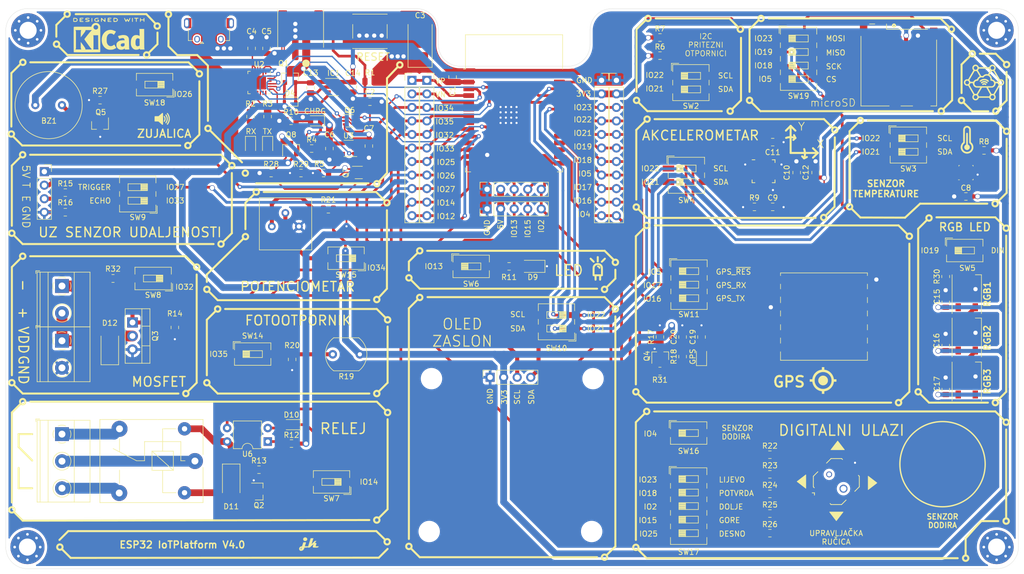
<source format=kicad_pcb>
(kicad_pcb (version 20211014) (generator pcbnew)
  (layers (0 "F.Cu" signal) (31 "B.Cu" signal) (34 "B.Paste" user) (35 "F.Paste" user) (36 "B.SilkS" user "B.Silkscreen") (37 "F.SilkS" user "F.Silkscreen") (38 "B.Mask" user) (39 "F.Mask" user) (44 "Edge.Cuts" user))
  (net 0 "")
  (net 1 "+3V3")
  (net 2 "GND")
  (net 3 "EN")
  (net 4 "+5V")
  (net 5 "+BATT")
  (net 6 "VBUS")
  (net 7 "Net-(D1-Pad1)")
  (net 8 "Net-(D2-Pad1)")
  (net 9 "Net-(D3-Pad1)")
  (net 10 "Net-(C13-Pad1)")
  (net 11 "Net-(D5-Pad4)")
  (net 12 "D+")
  (net 13 "D-")
  (net 14 "Net-(R2-Pad1)")
  (net 15 "Net-(R3-Pad1)")
  (net 16 "Net-(R4-Pad1)")
  (net 17 "Net-(R5-Pad1)")
  (net 18 "VP")
  (net 19 "VN")
  (net 20 "IO34")
  (net 21 "IO35")
  (net 22 "IO32")
  (net 23 "IO33")
  (net 24 "IO25")
  (net 25 "IO26")
  (net 26 "IO27")
  (net 27 "IO14")
  (net 28 "IO12")
  (net 29 "IO13")
  (net 31 "Net-(D9-Pad2)")
  (net 32 "Net-(D10-Pad1)")
  (net 33 "Net-(D10-Pad2)")
  (net 34 "Net-(D11-Pad2)")
  (net 35 "Net-(D13-Pad1)")
  (net 36 "IO15")
  (net 37 "IO2")
  (net 38 "IO0")
  (net 39 "IO4")
  (net 40 "IO16")
  (net 41 "IO17")
  (net 42 "IO5")
  (net 43 "IO18")
  (net 44 "IO19")
  (net 46 "IO21")
  (net 47 "RXD0")
  (net 48 "TXD0")
  (net 49 "IO22")
  (net 50 "IO23")
  (net 53 "Net-(J2-Pad1)")
  (net 54 "Net-(J2-Pad2)")
  (net 55 "Net-(J2-Pad3)")
  (net 56 "Net-(J5-Pad2)")
  (net 57 "Net-(J6-Pad3)")
  (net 58 "Net-(J6-Pad4)")
  (net 59 "Net-(Q2-Pad2)")
  (net 60 "RTS")
  (net 61 "Net-(Q3-Pad1)")
  (net 62 "DTR")
  (net 63 "Net-(Q4-Pad1)")
  (net 64 "Net-(R6-Pad2)")
  (net 65 "Net-(R7-Pad2)")
  (net 66 "Net-(R8-Pad1)")
  (net 67 "Net-(C9-Pad1)")
  (net 68 "Net-(C11-Pad1)")
  (net 69 "Net-(R9-Pad2)")
  (net 70 "Net-(SW4-Pad3)")
  (net 71 "Net-(SW4-Pad4)")
  (net 72 "Net-(Q4-Pad2)")
  (net 73 "Net-(Q5-Pad1)")
  (net 74 "Net-(Q7-Pad3)")
  (net 75 "Net-(R11-Pad1)")
  (net 76 "Net-(R13-Pad2)")
  (net 77 "Net-(D5-Pad2)")
  (net 78 "Net-(R15-Pad2)")
  (net 79 "Net-(D6-Pad2)")
  (net 80 "Net-(R19-Pad2)")
  (net 81 "Net-(R22-Pad2)")
  (net 82 "Net-(R23-Pad2)")
  (net 83 "Net-(R24-Pad2)")
  (net 84 "Net-(R25-Pad2)")
  (net 85 "Net-(R26-Pad1)")
  (net 86 "Net-(R30-Pad2)")
  (net 87 "Net-(R31-Pad1)")
  (net 89 "Net-(R12-Pad2)")
  (net 90 "CS")
  (net 91 "VDD")
  (net 92 "Net-(D12-Pad2)")
  (net 93 "MOSI")
  (net 94 "SCK")
  (net 95 "Net-(J5-Pad3)")
  (net 96 "MISO")
  (net 98 "Net-(R32-Pad1)")
  (net 99 "Net-(SW3-Pad3)")
  (net 104 "Net-(R21-Pad2)")
  (net 105 "Net-(RV1-Pad2)")
  (net 106 "Net-(SW16-Pad2)")
  (net 107 "Net-(R22-Pad1)")
  (net 109 "Net-(R23-Pad1)")
  (net 112 "Net-(R24-Pad1)")
  (net 113 "Net-(R25-Pad1)")
  (net 115 "Net-(R26-Pad2)")
  (net 117 "Net-(BZ1-Pad2)")
  (net 119 "Net-(Q7-Pad2)")
  (net 131 "Net-(SW11-Pad4)")
  (net 132 "Net-(SW11-Pad5)")
  (net 133 "Net-(SW11-Pad6)")
  (net 139 "Net-(SW3-Pad4)")
  (footprint "Diode_SMD:D_SMA" (layer "F.Cu") (at 62.4 111.8 90)
    (fp_text reference "D12")
    (fp_text value "S1BB-13-F")
  )
  (footprint "Package_TO_SOT_THT:TO-220-3_Vertical" (layer "F.Cu") (at 66.655 107.26 -90)
    (fp_text reference "Q3")
    (fp_text value "IRLZ44N")
  )
  (footprint "Resistor_SMD:R_0805_2012Metric" (layer "F.Cu") (at 74.6 108.2 -90)
    (fp_text reference "R14")
    (fp_text value "10k")
  )
  (footprint "Capacitor_Tantalum_SMD:CP_EIA-7343-31_Kemet-D" (layer "F.Cu") (at 120.606999 54.943999 90)
    (fp_text reference "C3")
    (fp_text value "1500u")
  )
  (footprint "Capacitor_SMD:C_0805_2012Metric" (layer "F.Cu") (at 89 55.8 90)
    (fp_text reference "C4")
    (fp_text value "100n/50V")
  )
  (footprint "Capacitor_SMD:C_0805_2012Metric" (layer "F.Cu") (at 91.8 55.8 90)
    (fp_text reference "C5")
    (fp_text value "10u/16V")
  )
  (footprint "Capacitor_SMD:C_0805_2012Metric" (layer "F.Cu") (at 103.6 74.6 90)
    (fp_text reference "C6")
    (fp_text value "10u/16V")
  )
  (footprint "Capacitor_SMD:C_0805_2012Metric" (layer "F.Cu") (at 111 74.13125 90)
    (fp_text reference "C7")
    (fp_text value "10u/16V")
  )
  (footprint "LED_SMD:LED_0805_2012Metric" (layer "F.Cu") (at 88.8 74 -90)
    (fp_text reference "D1" hide)
    (fp_text value "Green")
  )
  (footprint "LED_SMD:LED_0805_2012Metric" (layer "F.Cu") (at 92 74 -90)
    (fp_text reference "D2" hide)
    (fp_text value "Red")
  )
  (footprint "LED_SMD:LED_0805_2012Metric" (layer "F.Cu") (at 101 69.4 180)
    (fp_text reference "D3" hide)
    (fp_text value "Orange")
  )
  (footprint "ESP32IoTPlatform:USB_Micro-AB_Molex_47590-0001" (layer "F.Cu") (at 81 51.06 180)
    (fp_text reference "J1" hide)
    (fp_text value "USB_B_Micro")
  )
  (footprint "Resistor_SMD:R_0805_2012Metric" (layer "F.Cu") (at 88.8 68.6 -90)
    (fp_text reference "R2")
    (fp_text value "330")
  )
  (footprint "Resistor_SMD:R_0805_2012Metric" (layer "F.Cu") (at 92 68.6 -90)
    (fp_text reference "R3")
    (fp_text value "330")
  )
  (footprint "Resistor_SMD:R_0805_2012Metric" (layer "F.Cu") (at 100.2625 74.6)
    (fp_text reference "R4")
    (fp_text value "243")
  )
  (footprint "Resistor_SMD:R_0805_2012Metric" (layer "F.Cu") (at 102.5 79.2 180)
    (fp_text reference "R5")
    (fp_text value "2k")
  )
  (footprint "Package_DFN_QFN:QFN-24-1EP_4x4mm_P0.5mm_EP2.6x2.6mm" (layer "F.Cu") (at 90.4 62.2 -90)
    (fp_text reference "U2")
    (fp_text value "CP2104")
  )
  (footprint "Package_TO_SOT_SMD:TSOT-23-5" (layer "F.Cu") (at 107.2 74.6 180)
    (fp_text reference "U3")
    (fp_text value "TP4054")
  )
  (footprint "Package_TO_SOT_SMD:SOT-23" (layer "F.Cu") (at 90.380999 139)
    (fp_text reference "Q2")
    (fp_text value "S8050G")
  )
  (footprint "Resistor_SMD:R_0805_2012Metric" (layer "F.Cu") (at 165.609999 57.150999)
    (fp_text reference "R6")
    (fp_text value "10k")
  )
  (footprint "Resistor_SMD:R_0805_2012Metric" (layer "F.Cu") (at 165.609999 53.750999)
    (fp_text reference "R7")
    (fp_text value "10k")
  )
  (footprint "Button_Switch_SMD:SW_DIP_SPSTx02_Slide_6.7x6.64mm_W6.73mm_P2.54mm_LowProfile_JPin" (layer "F.Cu") (at 171.409999 62.223999)
    (fp_text reference "SW2")
    (fp_text value "SW_x02")
  )
  (footprint "Capacitor_SMD:C_0805_2012Metric" (layer "F.Cu") (at 100.06875 63.2 -90)
    (fp_text reference "C13")
    (fp_text value "1u/50V")
  )
  (footprint "Capacitor_SMD:C_0805_2012Metric" (layer "F.Cu") (at 108 63.05 -90)
    (fp_text reference "C14")
    (fp_text value "1u/50V")
  )
  (footprint "Package_TO_SOT_SMD:SOT-23-5" (layer "F.Cu") (at 104.4 63.05)
    (fp_text reference "IC1")
    (fp_text value "ME6211C33M5G")
  )
  (footprint "Package_TO_SOT_SMD:SOT-23" (layer "F.Cu") (at 96.2 61.2 90)
    (fp_text reference "Q1")
    (fp_text value "CJ2301")
  )
  (footprint "Resistor_SMD:R_0805_2012Metric" (layer "F.Cu") (at 96.4 69.4)
    (fp_text reference "R10")
    (fp_text value "10k")
  )
  (footprint "Diode_SMD:D_SOD-323" (layer "F.Cu") (at 96.2 65.8 180)
    (fp_text reference "D4")
    (fp_text value "B5819WS")
  )
  (footprint "Capacitor_SMD:C_0805_2012Metric" (layer "F.Cu") (at 219.222999 103.474999 90)
    (fp_text reference "C15")
    (fp_text value "100n/50V")
  )
  (footprint "Capacitor_SMD:C_0805_2012Metric" (layer "F.Cu") (at 219.222999 111.602999 90)
    (fp_text reference "C16")
    (fp_text value "100n/50V")
  )
  (footprint "Capacitor_SMD:C_0805_2012Metric" (layer "F.Cu") (at 219.222999 119.857999 90)
    (fp_text reference "C17")
    (fp_text value "100n/50V")
  )
  (footprint "LED_SMD:LED_WS2812B_PLCC4_5.0x5.0mm_P3.2mm" (layer "F.Cu") (at 223.159999 101.950999 90)
    (fp_text reference "D5")
    (fp_text value "WS2812B")
  )
  (footprint "LED_SMD:LED_WS2812B_PLCC4_5.0x5.0mm_P3.2mm" (layer "F.Cu") (at 223.159999 110.078999 90)
    (fp_text reference "D6")
    (fp_text value "WS2812B")
  )
  (footprint "LED_SMD:LED_WS2812B_PLCC4_5.0x5.0mm_P3.2mm" (layer "F.Cu") (at 223.159999 118.333999 90)
    (fp_text reference "D7")
    (fp_text value "WS2812B")
  )
  (footprint "LED_SMD:LED_0805_2012Metric" (layer "F.Cu") (at 96.476999 126.444999 180)
    (fp_text reference "D10")
    (fp_text value "Red")
  )
  (footprint "TerminalBlock_Phoenix:TerminalBlock_Phoenix_MKDS-1,5-3-5.08_1x03_P5.08mm_Horizontal" (layer "F.Cu") (at 53.423999 128.222999 -90)
    (fp_text reference "J2")
    (fp_text value "Screw_Terminal_01x03")
  )
  (footprint "Resistor_SMD:R_0805_2012Metric" (layer "F.Cu") (at 96.476999 130.000999 180)
    (fp_text reference "R12")
    (fp_text value "1k")
  )
  (footprint "Resistor_SMD:R_0805_2012Metric" (layer "F.Cu") (at 90.380999 134.9)
    (fp_text reference "R13")
    (fp_text value "1k")
  )
  (footprint "Button_Switch_SMD:SW_DIP_SPSTx01_Slide_6.7x4.1mm_W6.73mm_P2.54mm_LowProfile_JPin" (layer "F.Cu") (at 103.993 137.2 180)
    (fp_text reference "SW7")
    (fp_text value "SW_x01")
  )
  (footprint "Package_DIP:DIP-4_W7.62mm" (layer "F.Cu") (at 92.031999 129.619999 180)
    (fp_text reference "U6")
    (fp_text value "PC817")
  )
  (footprint "Resistor_SMD:R_0805_2012Metric" (layer "F.Cu") (at 54.05 82.88)
    (fp_text reference "R15")
    (fp_text value "1k")
  )
  (footprint "Resistor_SMD:R_0805_2012Metric" (layer "F.Cu") (at 54.05 86.563 180)
    (fp_text reference "R16")
    (fp_text value "1k5")
  )
  (footprint "ESP32IoTPlatform:PinSocket_1x04_P2.54mm_Vertical" (layer "F.Cu") (at 50.113 78.943)
    (fp_text reference "J5")
    (fp_text value "Conn_01x04_Female")
  )
  (footprint "Package_TO_SOT_SMD:SOT-363_SC-70-6" (layer "F.Cu") (at 107.4 69.4)
    (fp_text reference "Q6")
    (fp_text value "Q_DUAL_NPN_UMH3N")
  )
  (footprint "Package_TO_SOT_SMD:SOT-363_SC-70-6" (layer "F.Cu") (at 109.1 79.1)
    (fp_text reference "Q7")
    (fp_text value "Q_DUAL_PNP_BCM857BS")
  )
  (footprint "Package_TO_SOT_SMD:SOT-23" (layer "F.Cu") (at 96.4 74.6 90)
    (fp_text reference "Q8")
    (fp_text value "CJ2301")
  )
  (footprint "Resistor_SMD:R_0805_2012Metric" (layer "F.Cu") (at 92.6625 79.2)
    (fp_text reference "R28")
    (fp_text value "47k")
  )
  (footprint "Resistor_SMD:R_0805_2012Metric" (layer "F.Cu") (at 98.2625 79.2)
    (fp_text reference "R29")
    (fp_text value "10k")
  )
  (footprint "Resistor_SMD:R_0805_2012Metric" (layer "F.Cu") (at 103.4 86 180)
    (fp_text reference "R21")
    (fp_text value "243")
  )
  (footprint "Button_Switch_SMD:SW_DIP_SPSTx01_Slide_6.7x4.1mm_W6.73mm_P2.54mm_LowProfile_JPin" (layer "F.Cu") (at 106.72 95.2 180)
    (fp_text reference "SW15")
    (fp_text value "SW_x01")
  )
  (footprint "ESP32IoTPlatform:Potentiometer_Bourns_3386P_Vertical" (layer "F.Cu") (at 97.873999 89.233999 90)
    (fp_text reference "RV1")
    (fp_text value "10k")
  )
  (footprint "ESP32IoTPlatform:MOLEX_47352-1001" (layer "F.Cu") (at 210.409999 58.807999 180)
    (fp_text reference "SD1")
    (fp_text value "microSD-MOLEX-473521001")
  )
  (footprint "Button_Switch_SMD:SW_DIP_SPSTx04_Slide_6.7x11.72mm_W6.73mm_P2.54mm_LowProfile_JPin" (layer "F.Cu") (at 191.609999 57.750999)
    (fp_text reference "SW19")
    (fp_text value "SW_x04")
  )
  (footprint "ESP32IoTPlatform:MountingHole_3.2mm_M3_Pad_Via_edited" (layer "F.Cu") (at 47.073999 52.403999)
    (fp_text reference "H1")
    (fp_text value "MountingHole")
  )
  (footprint "ESP32IoTPlatform:MountingHole_3.2mm_M3_Pad_Via_edited" (layer "F.Cu") (at 228.760999 52.403999)
    (fp_text reference "H2")
    (fp_text value "MountingHole")
  )
  (footprint "ESP32IoTPlatform:MountingHole_3.2mm_M3_Pad_Via_edited" (layer "F.Cu") (at 46.946999 149.431999)
    (fp_text reference "H3")
    (fp_text value "MountingHole")
  )
  (footprint "ESP32IoTPlatform:MountingHole_3.2mm_M3_Pad_Via_edited" (layer "F.Cu") (at 228.760999 149.431999)
    (fp_text reference "H4")
    (fp_text value "MountingHole")
  )
  (footprint "Connector_PinSocket_2.54mm:PinSocket_1x05_P2.54mm_Vertical" (layer "F.Cu") (at 133.179999 82.248999 90)
    (fp_text reference "J7")
    (fp_text value "Conn_01x05_Female")
  )
  (footprint "Connector_PinHeader_2.54mm:PinHeader_1x05_P2.54mm_Vertical" (layer "F.Cu") (at 133.179999 85.931999 90)
    (fp_text reference "J8")
    (fp_text value "Conn_01x05_Male")
  )
  (footprint "ESP32IoTPlatform:A2001WR-S-2P_JST2.0" (layer "F.Cu") (at 96.3 60.40675)
    (fp_text reference "JST1")
    (fp_text value "JST2.0")
  )
  (footprint "ESP32IoTPlatform:Relay_SPDT_SANYOU_SRD_Series_Form_C" (layer "F.Cu") (at 78.188999 133.302999 180)
    (fp_text reference "K1")
    (fp_text value "SANYOU_SRD_Form_C")
  )
  (footprint "ESP32IoTPlatform:OLED" (layer "F.Cu") (at 133.743999 117.551999 90)
    (fp_text reference "J6")
    (fp_text value "OLED")
  )
  (footprint "Button_Switch_SMD:SW_DIP_SPSTx02_Slide_6.7x6.64mm_W6.73mm_P2.54mm_LowProfile_JPin" (layer "F.Cu") (at 146.189999 107.137999 180)
    (fp_text reference "SW10")
    (fp_text value "SW_x02")
  )
  (footprint "Capacitor_SMD:C_0805_2012Metric" (layer "F.Cu") (at 111.2 65.8 180)
    (fp_text reference "C2")
    (fp_text value "1u/50V")
  )
  (footprint "Capacitor_SMD:C_0805_2012Metric" (layer "F.Cu") (at 126.702999 61.166999 90)
    (fp_text reference "C1")
    (fp_text value "100n/50V")
  )
  (footprint "ESP32IoTPlatform:Touchpad" (layer "F.Cu") (at 218.615999 145.864999)
    (fp_text reference "TP1")
    (fp_text value "Touchpad")
  )
  (footprint "ESP32IoTPlatform:logo" (layer "F.Cu") (at 99.8 148.8)
    (fp_text reference "G***" hide)
    (fp_text value "LOGO" hide)
  )
  (footprint "Diode_SMD:D_SMA" (layer "F.Cu") (at 85.173999 137.239999 -90)
    (fp_text reference "D11")
    (fp_text value "S1BB-13-F")
  )
  (footprint "TerminalBlock_Phoenix:TerminalBlock_Phoenix_MKDS-1,5-2-5.08_1x02_P5.08mm_Horizontal" (layer "F.Cu") (at 53.423999 110.696999 -90)
    (fp_text reference "J4")
    (fp_text value "Screw_Terminal_01x02")
  )
  (footprint "Button_Switch_SMD:SW_DIP_SPSTx01_Slide_6.7x4.1mm_W6.73mm_P2.54mm_LowProfile_JPin" (layer "F.Cu") (at 70.523999 99 180)
    (fp_text reference "SW8")
    (fp_text value "SW_x01")
  )
  (footprint "TerminalBlock_Phoenix:TerminalBlock_Phoenix_MKDS-1,5-2-5.08_1x02_P5.08mm_Horizontal" (layer "F.Cu") (at 53.423999 100.409999 -90)
    (fp_text reference "J3")
    (fp_text value "Screw_Terminal_01x02")
  )
  (footprint "Button_Switch_SMD:SW_DIP_SPSTx01_Slide_6.7x4.1mm_W6.73mm_P2.54mm_LowProfile_JPin" (layer "F.Cu") (at 130.187999 96.723999)
    (fp_text reference "SW6")
    (fp_text value "SW_x01")
  )
  (footprint "Resistor_SMD:R_0805_2012Metric" (layer "F.Cu") (at 137.299999 96.723999)
    (fp_text reference "R11")
    (fp_text value "330")
  )
  (footprint "LED_SMD:LED_1206_3216Metric" (layer "F.Cu") (at 141.744999 96.723999 180)
    (fp_text reference "D9")
    (fp_text value "Blue")
  )
  (footprint "Button_Switch_SMD:SW_DIP_SPSTx03_Slide_6.7x9.18mm_W6.73mm_P2.54mm_LowProfile_JPin" (layer "F.Cu") (at 171.056999 100.163999)
    (fp_text reference "SW11")
    (fp_text value "SW_x03")
  )
  (footprint "Capacitor_SMD:C_0805_2012Metric" (layer "F.Cu") (at 169.847999 109.988999 90)
    (fp_text reference "C20")
    (fp_text value "10u/16V")
  )
  (footprint "Capacitor_SMD:C_0805_2012Metric" (layer "F.Cu") (at 173.403999 109.988999 90)
    (fp_text reference "C19")
    (fp_text value "100n/50V")
  )
  (footprint "LED_SMD:LED_0805_2012Metric" (layer "F.Cu") (at 173.403999 113.671999 90)
    (fp_text reference "D13")
    (fp_text value "Green")
  )
  (footprint "Package_TO_SOT_SMD:SOT-23" (layer "F.Cu") (at 165.656999 113.544999 90)
    (fp_text reference "Q4")
    (fp_text value "SI2302DS")
  )
  (footprint "Resistor_SMD:R_0805_2012Metric" (layer "F.Cu") (at 165.6 109.988999 90)
    (fp_text reference "R17")
    (fp_text value "10k")
  )
  (footprint "Resistor_SMD:R_0805_2012Metric" (layer "F.Cu") (at 169.847999 113.671999 -90)
    (fp_text reference "R18")
    (fp_text value "470")
  )
  (footprint "ESP32IoTPlatform:L80-M39" (layer "F.Cu") (at 196.409999 105.550999 180)
    (fp_text reference "U7")
    (fp_text value "L80-M39")
  )
  (footprint "Button_Switch_SMD:SW_DIP_SPSTx02_Slide_6.7x6.64mm_W6.73mm_P2.54mm_LowProfile_JPin" (layer "F.Cu") (at 67.639 83.134 180)
    (fp_text reference "SW9")
    (fp_text value "SW_x02")
  )
  (footprint "Resistor_SMD:R_0805_2012Metric" (layer "F.Cu") (at 96.6 114.2 -90)
    (fp_text reference "R20")
    (fp_text value "10k")
  )
  (footprint "Button_Switch_SMD:SW_DIP_SPSTx01_Slide_6.7x4.1mm_W6.73mm_P2.54mm_LowProfile_JPin" (layer "F.Cu") (at 89.2 113.2)
    (fp_text reference "SW14")
    (fp_text value "SW_x01")
  )
  (footprint "OptoDevice:R_LDR_7x6mm_P5.1mm_Vertical" (layer "F.Cu") (at 109.303999 113.236999 180)
    (fp_text reference "R19")
    (fp_text value "LDR")
  )
  (footprint "ESP32IoTPlatform:temp_slika" (layer "F.Cu") (at 223.209999 72.950999)
    (fp_text reference "G***" hide)
    (fp_text value "LOGO" hide)
  )
  (footprint "ESP32IoTPlatform:GPS" (layer "F.Cu") (at 196.209999 118.150999)
    (fp_text reference "G***" hide)
    (fp_text value "LOGO" hide)
  )
  (footprint "Button_Switch_SMD:SW_SPST_PTS645" (layer "F.Cu") (at 111.2 52.6 180)
    (fp_text reference "SW1")
    (fp_text value "SW_Push")
  )
  (footprint "Button_Switch_SMD:SW_DIP_SPSTx01_Slide_6.7x4.1mm_W6.73mm_P2.54mm_LowProfile_JPin" (layer "F.Cu") (at 222.783999 93.750999)
    (fp_text reference "SW5")
    (fp_text value "SW_x01")
  )
  (footprint "RF_Module:ESP32-WROOM-32" (layer "F.Cu") (at 138.234999 69.102999)
    (fp_text reference "U1")
    (fp_text value "ESP32-WROOM-32D")
  )
  (footprint "ESP32IoTPlatform:zujalica_slika" (layer "F.Cu") (at 72.2 69)
    (fp_text reference "G***" hide)
    (fp_text value "LOGO" hide)
  )
  (footprint "Resistor_SMD:R_0805_2012Metric" (layer "F.Cu") (at 60.567 65.523 180)
    (fp_text reference "R27")
    (fp_text value "10k")
  )
  (footprint "Button_Switch_SMD:SW_DIP_SPSTx01_Slide_6.7x4.1mm_W6.73mm_P2.54mm_LowProfile_JPin" (layer "F.Cu") (at 70.8 62.6 180)
    (fp_text reference "SW18")
    (fp_text value "SW_x01")
  )
  (footprint "Package_TO_SOT_SMD:SOT-23" (layer "F.Cu") (at 60.567 70.222 -90)
    (fp_text reference "Q5")
    (fp_text value "SI2302DS")
  )
  (footprint "ESP32IoTPlatform:PS1240P02BT" (layer "F.Cu") (at 51.423 68.952)
    (fp_text reference "BZ1")
    (fp_text value "Buzzer")
  )
  (footprint "Resistor_SMD:R_0805_2012Metric" (layer "F.Cu") (at 111.2 62)
    (fp_text reference "R1")
    (fp_text value "10k")
  )
  (footprint "Connector_PinSocket_2.54mm:PinSocket_1x11_P2.54mm_Vertical" (layer "F.Cu") (at 121.876999 61.801999)
    (fp_text reference "J9")
    (fp_text value "Conn_01x11_Female")
  )
  (footprint "Connector_PinHeader_2.54mm:PinHeader_1x11_P2.54mm_Vertical" (layer "F.Cu") (at 119.082999 61.801999)
    (fp_text reference "J11")
    (fp_text value "Conn_01x11_Male")
  )
  (footprint "Connector_PinSocket_2.54mm:PinSocket_1x11_P2.54mm_Vertical" (layer "F.Cu") (at 154.642999 61.801999)
    (fp_text reference "J10")
    (fp_text value "Conn_01x11_Female")
  )
  (footprint "Connector_PinHeader_2.54mm:PinHeader_1x11_P2.54mm_Vertical" (layer "F.Cu") (at 157.436999 61.801999)
    (fp_text reference "J12")
    (fp_text value "Conn_01x11_Male")
  )
  (footprint "Capacitor_SMD:C_0805_2012Metric" (layer "F.Cu") (at 223 83.6 180)
    (fp_text reference "C8")
    (fp_text value "100n/50V")
  )
  (footprint "Button_Switch_SMD:SW_DIP_SPSTx02_Slide_6.7x6.64mm_W6.73mm_P2.54mm_LowProfile_JPin" (layer "F.Cu") (at 212.209999 73.950999)
    (fp_text reference "SW3")
    (fp_text value "SW_x02")
  )
  (footprint "Resistor_SMD:R_0805_2012Metric" (layer "F.Cu") (at 226.4 74.950999)
    (fp_text reference "R8")
    (fp_text value "10k")
  )
  (footprint "ESP32IoTPlatform:Bosch_LGA-8_2.5x2.5mm_P0.65mm_ClockwisePinNumbering" (layer "F.Cu") (at 223.018999 79.125 90)
    (fp_text reference "U4")
    (fp_text value "BME280")
  )
  (footprint "ESP32IoTPlatform:Alps_SKRHABE010" (layer "F.Cu") (at 198.690999 137.126999 45)
    (fp_text reference "T1")
    (fp_text value "SKRHABE010")
  )
  (footprint "Button_Switch_SMD:SW_DIP_SPSTx01_Slide_6.7x4.1mm_W6.73mm_P2.54mm_LowProfile_JPin" (layer "F.Cu") (at 170.990999 128.023999)
    (fp_text reference "SW16")
    (fp_text value "SW_x01")
  )
  (footprint "Resistor_SMD:R_0805_2012Metric" (layer "F.Cu") (at 186.230999 132.086999 180)
    (fp_text reference "R22")
    (fp_text value "2k")
  )
  (footprint "Resistor_SMD:R_0805_2012Metric" (layer "F.Cu") (at 186.230999 135.769999 180)
    (fp_text reference "R23")
    (fp_text value "2k")
  )
  (footprint "Resistor_SMD:R_0805_2012Metric" (layer "F.Cu") (at 186.230999 139.452999 180)
    (fp_text reference "R24")
    (fp_text value "2k")
  )
  (footprint "Button_Switch_SMD:SW_DIP_SPSTx05_Slide_6.7x14.26mm_W6.73mm_P2.54mm_LowProfile_JPin" (layer "F.Cu") (at 170.990999 141.738999)
    (fp_text reference "SW17")
    (fp_text value "SW_x05")
  )
  (footprint "Resistor_SMD:R_0805_2012Metric" (layer "F.Cu") (at 186.230999 143.135999 180)
    (fp_text reference "R25")
    (fp_text value "2k")
  )
  (footprint "Resistor_SMD:R_0805_2012Metric" (layer "F.Cu") (at 186.230999 146.818999)
    (fp_text reference "R26")
    (fp_text value "2k")
  )
  (footprint "Capacitor_SMD:C_0805_2012Metric" (layer "F.Cu") (at 186.755499 85.550999)
    (fp_text reference "C9")
    (fp_text value "100n/50V")
  )
  (footprint "Capacitor_SMD:C_0805_2012Metric" (layer "F.Cu") (at 191.253999 79.112999 90)
    (fp_text reference "C10")
    (fp_text value "10n/6.3V")
  )
  (footprint "Capacitor_SMD:C_0805_2012Metric" (layer "F.Cu") (at 194.809999 79.112999 90)
    (fp_text reference "C12")
    (fp_text value "100n/50V")
  )
  (footprint "Button_Switch_SMD:SW_DIP_SPSTx02_Slide_6.7x6.64mm_W6.73mm_P2.54mm_LowProfile_JPin" (layer "F.Cu") (at 170.562999 79.620999)
    (fp_text reference "SW4")
    (fp_text value "SW_x02")
  )
  (footprint "Capacitor_SMD:C_0805_2012Metric" (layer "F.Cu") (at 186.755499 73.397999)
    (fp_text reference "C11")
    (fp_text value "2200p/50V")
  )
  (footprint "Resistor_SMD:R_0805_2012Metric" (layer "F.Cu") (at 183.326499 85.550999)
    (fp_text reference "R9")
    (fp_text value "10k")
  )
  (footprint "Sensor_Motion:InvenSense_QFN-24_4x4mm_P0.5mm" (layer "F.Cu") (at 185.040999 78.858999)
    (fp_text reference "U5")
    (fp_text value "MPU-6050")
  )
  (footprint "ESP32IoTPlatform:RGB_LED_slika" (layer "F.Cu") (at 153.936999 97.104999)
    (fp_text reference "G***" hide)
    (fp_text value "LOGO")
  )
  (footprint "ESP32IoTPlatform:kicad_logo" (layer "F.Cu") (at 62.2 53.4)
    (fp_text reference "G***")
    (fp_text value "LOGO" hide)
  )
  (footprint "Resistor_SMD:R_0805_2012Metric" (layer "F.Cu") (at 165.6 116.4 180)
    (fp_text reference "R31")
    (fp_text value "330")
  )
  (footprint "Resistor_SMD:R_0805_2012Metric" (layer "F.Cu") (at 63 99 180)
    (fp_text reference "R32")
    (fp_text value "330")
  )
  (footprint "Resistor_SMD:R_0805_2012Metric" (layer "F.Cu") (at 219.209999 98.633999 90)
    (fp_text reference "R30")
    (fp_text value "470")
  )
  (footprint "ESP32IoTPlatform:cloud_logo" (layer "F.Cu") (at 226.4 62.2)
    (fp_text reference "G***")
    (fp_text value "LOGO" hide)
  )
  (gr_line (start 163.116999 151.517999) (end 221.460999 151.517999) (layer "F.SilkS") (width 0.381))
  (gr_line (start 120.535999 151.333999) (end 153.809999 151.333999) (layer "F.SilkS") (width 0.381))
  (gr_circle (center 118.503999 149.301999) (end 118.503999 148.793999) (layer "F.SilkS") (width 0.381) (fill none))
  (gr_line (start 120.535999 151.333999) (end 118.884999 149.682999) (layer "F.SilkS") (width 0.381))
  (gr_circle (center 230.553999 144.550999) (end 230.045999 144.550999) (layer "F.SilkS") (width 0.381) (fill none))
  (gr_circle (center 120.535999 102.565999) (end 121.043999 102.565999) (layer "F.SilkS") (width 0.381) (fill none))
  (gr_line (start 118.503999 104.597999) (end 120.154999 102.946999) (layer "F.SilkS") (width 0.381))
  (gr_line (start 222.952999 151.009999) (end 222.952999 147.807999) (layer "F.SilkS") (width 0.381))
  (gr_line (start 157.238999 149.301999) (end 155.587999 150.952999) (layer "F.SilkS") (width 0.381))
  (gr_circle (center 155.206999 151.333999) (end 154.698999 151.333999) (layer "F.SilkS") (width 0.381) (fill none))
  (gr_line (start 157.238999 149.301999) (end 157.238999 106.121999) (layer "F.SilkS") (width 0.381))
  (gr_line (start 155.206999 102.5) (end 156.857999 104.151) (layer "F.SilkS") (width 0.381))
  (gr_circle (center 157.238999 104.724999) (end 157.238999 105.232999) (layer "F.SilkS") (width 0.381) (fill none))
  (gr_line (start 163.116999 151.517999) (end 161.465999 149.866999) (layer "F.SilkS") (width 0.381))
  (gr_circle (center 161.084999 149.485999) (end 161.084999 148.977999) (layer "F.SilkS") (width 0.381) (fill none))
  (gr_circle (center 46.057999 122.126999) (end 46.565999 122.126999) (layer "F.SilkS") (width 0.381) (fill none))
  (gr_line (start 44.025999 124.158999) (end 45.676999 122.507999) (layer "F.SilkS") (width 0.381))
  (gr_line (start 44.025999 124.158999) (end 44.025999 141.049999) (layer "F.SilkS") (width 0.381))
  (gr_circle (center 46.057999 94.821999) (end 46.565999 94.821999) (layer "F.SilkS") (width 0.381) (fill none))
  (gr_line (start 44.025999 96.853999) (end 44.025999 117.173999) (layer "F.SilkS") (width 0.381))
  (gr_line (start 44.025999 96.853999) (end 45.676999 95.202999) (layer "F.SilkS") (width 0.381))
  (gr_line (start 46.057999 120.602999) (end 75.267999 120.602999) (layer "F.SilkS") (width 0.381))
  (gr_line (start 46.057999 120.602999) (end 44.406999 118.951999) (layer "F.SilkS") (width 0.381))
  (gr_circle (center 44.025999 118.570999) (end 44.025999 118.062999) (layer "F.SilkS") (width 0.381) (fill none))
  (gr_line (start 78.696999 118.570999) (end 77.045999 120.221999) (layer "F.SilkS") (width 0.381))
  (gr_circle (center 76.664999 120.602999) (end 76.156999 120.602999) (layer "F.SilkS") (width 0.381) (fill none))
  (gr_line (start 78.696999 118.570999) (end 78.696999 98.250999) (layer "F.SilkS") (width 0.381))
  (gr_line (start 216.075999 122.307999) (end 227.124999 122.307999) (layer "F.SilkS") (width 0.381))
  (gr_circle (center 214.043999 120.275999) (end 214.043999 119.767999) (layer "F.SilkS") (width 0.381) (fill none))
  (gr_line (start 216.075999 122.307999) (end 214.424999 120.656999) (layer "F.SilkS") (width 0.381))
  (gr_circle (center 210.360999 122.307999) (end 209.852999 122.307999) (layer "F.SilkS") (width 0.381) (fill none))
  (gr_line (start 210.360999 89.033999) (end 164.640999 89.033999) (layer "F.SilkS") (width 0.381))
  (gr_line (start 212.392999 120.275999) (end 210.741999 121.926999) (layer "F.SilkS") (width 0.381))
  (gr_line (start 210.360999 89.033999) (end 212.011999 90.684999) (layer "F.SilkS") (width 0.381))
  (gr_circle (center 212.392999 91.065999) (end 212.392999 91.573999) (layer "F.SilkS") (width 0.381) (fill none))
  (gr_line (start 212.392999 120.275999) (end 212.392999 92.462999) (layer "F.SilkS") (width 0.381))
  (gr_line (start 161.084999 91.065999) (end 162.735999 89.414999) (layer "F.SilkS") (width 0.381))
  (gr_line (start 163.116999 122.307999) (end 161.465999 120.656999) (layer "F.SilkS") (width 0.381))
  (gr_circle (center 161.084999 120.275999) (end 161.084999 119.767999) (layer "F.SilkS") (width 0.381) (fill none))
  (gr_circle (center 163.116999 89.033999) (end 163.624999 89.033999) (layer "F.SilkS") (width 0.381) (fill none))
  (gr_line (start 161.084999 91.065999) (end 161.084999 118.878999) (layer "F.SilkS") (width 0.381))
  (gr_line (start 163.116999 122.307999) (end 208.963999 122.307999) (layer "F.SilkS") (width 0.381))
  (gr_circle (center 161.164999 85.589999) (end 161.164999 85.081999) (layer "F.SilkS") (width 0.381) (fill none))
  (gr_line (start 161.164999 71.111999) (end 162.815999 69.460999) (layer "F.SilkS") (width 0.381))
  (gr_line (start 161.164999 71.111999) (end 161.164999 84.192999) (layer "F.SilkS") (width 0.381))
  (gr_circle (center 83.26 92.532) (end 82.752 92.532) (layer "F.SilkS") (width 0.381) (fill none))
  (gr_line (start 85.292 90.5) (end 85.292 79.197) (layer "F.SilkS") (width 0.381))
  (gr_line (start 85.292 90.5) (end 83.641 92.151) (layer "F.SilkS") (width 0.381))
  (gr_line (start 80.601999 98.250999) (end 80.601999 99.647999) (layer "F.SilkS") (width 0.381))
  (gr_circle (center 80.601999 101.044999) (end 80.601999 100.536999) (layer "F.SilkS") (width 0.381) (fill none))
  (gr_line (start 80.601999 98.250999) (end 87.459999 91.519999) (layer "F.SilkS") (width 0.381))
  (gr_circle (center 87.840999 91.138999) (end 87.840999 90.630999) (layer "F.SilkS") (width 0.381) (fill none))
  (gr_line (start 87.840999 84.788999) (end 87.840999 89.741999) (layer "F.SilkS") (width 0.381))
  (gr_circle (center 89.872999 82.756999) (end 90.380999 82.756999) (layer "F.SilkS") (width 0.381) (fill none))
  (gr_line (start 87.840999 84.788999) (end 89.491999 83.137999) (layer "F.SilkS") (width 0.381))
  (gr_circle (center 163.368999 50.175999) (end 163.876999 50.175999) (layer "F.SilkS") (width 0.381) (fill none))
  (gr_line (start 161.209999 52.207999) (end 161.209999 63.950999) (layer "F.SilkS") (width 0.381))
  (gr_line (start 161.209999 52.207999) (end 162.860999 50.556999) (layer "F.SilkS") (width 0.381))
  (gr_line (start 180.809999 65.550999) (end 180.809999 53.807999) (layer "F.SilkS") (width 0.381))
  (gr_line (start 180.809999 65.550999) (end 179.158999 67.201999) (layer "F.SilkS") (width 0.381))
  (gr_circle (center 178.777999 67.582999) (end 178.269999 67.582999) (layer "F.SilkS") (width 0.381) (fill none))
  (gr_circle (center 77.041 74.032) (end 76.533 74.032) (layer "F.SilkS") (width 0.381) (fill none))
  (gr_circle (center 79.2 60.57) (end 79.708 60.57) (layer "F.SilkS") (width 0.381) (fill none))
  (gr_line (start 77.168 58.411) (end 47.486 58.411) (layer "F.SilkS") (width 0.381))
  (gr_line (start 79.2 72) (end 77.549 73.651) (layer "F.SilkS") (width 0.381))
  (gr_line (start 79.2 72) (end 79.2 61.967) (layer "F.SilkS") (width 0.381))
  (gr_line (start 77.168 58.411) (end 78.819 60.062) (layer "F.SilkS") (width 0.381))
  (gr_line (start 45.962 74.032) (end 44.311 72.381) (layer "F.SilkS") (width 0.381))
  (gr_line (start 45.962 74.032) (end 75.6 74.032) (layer "F.SilkS") (width 0.381))
  (gr_circle (center 43.93 71.873) (end 43.93 71.365) (layer "F.SilkS") (width 0.381) (fill none))
  (gr_circle (center 46.089 58.411) (end 46.597 58.411) (layer "F.SilkS") (width 0.381) (fill none))
  (gr_line (start 43.93 60.443) (end 45.581 58.792) (layer "F.SilkS") (width 0.381))
  (gr_line (start 43.93 60.443) (end 43.93 70.476) (layer "F.SilkS") (width 0.381))
  (gr_circle (center 228.479999 84.950999) (end 227.971999 84.950999) (layer "F.SilkS") (width 0.381) (fill none))
  (gr_line (start 201.174999 71.361999) (end 202.825999 69.710999) (layer "F.SilkS") (width 0.381))
  (gr_line (start 228.606999 69.329999) (end 204.603999 69.329999) (layer "F.SilkS") (width 0.381))
  (gr_circle (center 201.174999 85.518999) (end 201.174999 85.010999) (layer "F.SilkS") (width 0.381) (fill none))
  (gr_line (start 228.606999 69.329999) (end 230.257999 70.980999) (layer "F.SilkS") (width 0.381))
  (gr_line (start 230.638999 82.918999) (end 230.638999 72.758999) (layer "F.SilkS") (width 0.381))
  (gr_line (start 230.638999 82.918999) (end 228.987999 84.569999) (layer "F.SilkS") (width 0.381))
  (gr_circle (center 230.638999 71.361999) (end 230.638999 71.869999) (layer "F.SilkS") (width 0.381) (fill none))
  (gr_line (start 201.174999 71.361999) (end 201.174999 83.950999) (layer "F.SilkS") (width 0.381))
  (gr_line (start 203.206999 87.550999) (end 201.555999 85.899999) (layer "F.SilkS") (width 0.381))
  (gr_circle (center 203.206999 69.329999) (end 203.714999 69.329999) (layer "F.SilkS") (width 0.381) (fill none))
  (gr_poly (pts (xy 206.310999 137.380999) (xy 204.659999 138.650999) (xy 204.659999 136.110999)) (layer "F.SilkS") (width 0.1) (fill solid))
  (gr_poly (pts (xy 198.690999 144.492999) (xy 197.420999 142.841999) (xy 199.960999 142.841999)) (layer "F.SilkS") (width 0.1) (fill solid))
  (gr_poly (pts (xy 198.944999 129.506999) (xy 200.214999 131.157999) (xy 197.674999 131.157999)) (layer "F.SilkS") (width 0.1) (fill solid))
  (gr_poly (pts (xy 191.324999 137.126999) (xy 192.975999 135.856999) (xy 192.975999 138.396999)) (layer "F.SilkS") (width 0.1) (fill solid))
  (gr_line (start 203.206999 87.550999) (end 211.584499 87.576499) (layer "F.SilkS") (width 0.381))
  (gr_line (start 190.120999 70.349999) (end 191.009999 71.238999) (layer "F.SilkS") (width 0.381))
  (gr_circle (center 163.196999 69.079999) (end 163.704999 69.079999) (layer "F.SilkS") (width 0.381) (fill none))
  (gr_line (start 163.196999 87.621999) (end 161.545999 85.970999) (layer "F.SilkS") (width 0.381))
  (gr_line (start 163.196999 87.621999) (end 194.809999 87.621999) (layer "F.SilkS") (width 0.381))
  (gr_line (start 190.120999 75.429999) (end 190.120999 70.349999) (layer "F.SilkS") (width 0.381))
  (gr_line (start 196.377999 69.079999) (end 198.028999 70.730999) (layer "F.SilkS") (width 0.381))
  (gr_circle (center 198.409999 71.111999) (end 198.409999 71.619999) (layer "F.SilkS") (width 0.381) (fill none))
  (gr_line (start 191.009998 72.614403) (end 190.755999 72.092) (layer "F.SilkS") (width 0.381))
  (gr_arc (start 189.272116 72.6) (mid 190.142311 72.455938) (end 191.009998 72.614403) (layer "F.SilkS") (width 0.381))
  (gr_line (start 190.628999 72.981) (end 191.009998 72.614403) (layer "F.SilkS") (width 0.381))
  (gr_line (start 198.349999 85.518999) (end 198.409999 72.508999) (layer "F.SilkS") (width 0.381))
  (gr_line (start 192.646596 76.445998) (end 193.168999 76.191999) (layer "F.SilkS") (width 0.381))
  (gr_arc (start 192.660999 74.708116) (mid 192.805061 75.578311) (end 192.646596 76.445998) (layer "F.SilkS") (width 0.381))
  (gr_line (start 192.279999 76.064999) (end 192.646596 76.445998) (layer "F.SilkS") (width 0.381))
  (gr_line (start 189.231999 71.238999) (end 190.120999 70.349999) (layer "F.SilkS") (width 0.381))
  (gr_line (start 195.200999 75.429999) (end 194.311999 76.318999) (layer "F.SilkS") (width 0.381))
  (gr_line (start 194.311999 74.540999) (end 195.200999 75.429999) (layer "F.SilkS") (width 0.381))
  (gr_line (start 190.120999 75.429999) (end 195.200999 75.429999) (layer "F.SilkS") (width 0.381))
  (gr_line (start 196.377999 69.079999) (end 164.593999 69.079999) (layer "F.SilkS") (width 0.381))
  (gr_line (start 120.535999 100.914999) (end 153.809999 100.914999) (layer "F.SilkS") (width 0.381))
  (gr_line (start 120.535999 100.914999) (end 118.884999 99.263999) (layer "F.SilkS") (width 0.381))
  (gr_circle (center 118.503999 98.882999) (end 118.503999 98.374999) (layer "F.SilkS") (width 0.381) (fill none))
  (gr_circle (center 120.535999 93.802999) (end 121.043999 93.802999) (layer "F.SilkS") (width 0.381) (fill none))
  (gr_line (start 118.503999 95.834999) (end 118.503999 97.485999) (layer "F.SilkS") (width 0.381))
  (gr_line (start 118.503999 95.834999) (end 120.154999 94.183999) (layer "F.SilkS") (width 0.381))
  (gr_circle (center 184.568999 50.175999) (end 185.076999 50.175999) (layer "F.SilkS") (width 0.381) (fill none))
  (gr_line (start 112.478999 122.126999) (end 114.129999 123.777999) (layer "F.SilkS") (width 0.381))
  (gr_circle (center 230.553999 125.990999) (end 230.553999 126.498999) (layer "F.SilkS") (width 0.381) (fill none))
  (gr_circle (center 224.2 56.8) (end 224.708 56.8) (layer "F.SilkS") (width 0.381) (fill none))
  (gr_line (start 83.26 75.768) (end 84.911 77.419) (layer "F.SilkS") (width 0.381))
  (gr_line (start 112.351999 82.756999) (end 114.002999 84.407999) (layer "F.SilkS") (width 0.381))
  (gr_line (start 214.043999 89.674999) (end 215.694999 88.023999) (layer "F.SilkS") (width 0.381))
  (gr_line (start 52.949 148.089) (end 54.6 146.438) (layer "F.SilkS") (width 0.381))
  (gr_line (start 71.34 55) (end 71.34 52.832) (layer "F.SilkS") (width 0.381))
  (gr_line (start 114.510999 118.570999) (end 114.510999 108.029999) (layer "F.SilkS") (width 0.381))
  (gr_circle (center 80.601999 118.570999) (end 80.601999 118.062999) (layer "F.SilkS") (width 0.381) (fill none))
  (gr_line (start 155.206999 93.7745) (end 156.857999 95.4255) (layer "F.SilkS") (width 0.381))
  (gr_line (start 161.084999 125.990999) (end 162.735999 124.339999) (layer "F.SilkS") (width 0.381))
  (gr_line (start 114.510999 142.319999) (end 112.859999 143.970999) (layer "F.SilkS") (width 0.381))
  (gr_line (start 112.4 146.438) (end 114.051 148.051) (layer "F.SilkS") (width 0.381))
  (gr_line (start 112.478999 104.727999) (end 114.129999 106.378999) (layer "F.SilkS") (width 0.381))
  (gr_line (start 157.238999 99.009999) (end 155.587999 100.660999) (layer "F.SilkS") (width 0.381))
  (gr_line (start 46.057999 144.478999) (end 44.406999 142.827999) (layer "F.SilkS") (width 0.381))
  (gr_circle (center 73.4 49.4) (end 73.908 49.4) (layer "F.SilkS") (width 0.381) (fill none))
  (gr_line (start 214.409999 84.950999) (end 227.012999 84.950999) (layer "F.SilkS") (width 0.381))
  (gr_line (start 184.441999 67.582999) (end 182.790999 65.931999) (layer "F.SilkS") (width 0.381))
  (gr_line (start 214.043999 89.674999) (end 214.043999 118.878999) (layer "F.SilkS") (width 0.381))
  (gr_line (start 82.633999 120.602999) (end 111.081999 120.602999) (layer "F.SilkS") (width 0.381))
  (gr_line (start 45.295999 138.382999) (end 45.295999 134.572999) (layer "F.SilkS") (width 0.381))
  (gr_circle (center 180.682999 52.207999) (end 180.682999 52.715999) (layer "F.SilkS") (width 0.381) (fill none))
  (gr_line (start 224.2 67.6) (end 227.2 67.6) (layer "F.SilkS") (width 0.381))
  (gr_line (start 46.049 92.532) (end 81.863 92.532) (layer "F.SilkS") (width 0.381))
  (gr_line (start 44.017 77.8) (end 44.017 89.103) (layer "F.SilkS") (width 0.381))
  (gr_line (start 220.409999 65.550999) (end 218.758999 67.201999) (layer "F.SilkS") (width 0.381))
  (gr_line (start 112.478999 122.126999) (end 47.454999 122.126999) (layer "F.SilkS") (width 0.381))
  (gr_line (start 220.409999 65.550999) (end 220.409999 53.807999) (layer "F.SilkS") (width 0.381))
  (gr_circle (center 53.027999 149.4315) (end 53.027999 148.9235) (layer "F.SilkS") (width 0.381) (fill none))
  (gr_line (start 83.26 75.768) (end 47.446 75.768) (layer "F.SilkS") (width 0.381))
  (gr_line (start 114.4 79.1745) (end 112.876 80.8255) (layer "F.SilkS") (width 0.381))
  (gr_line (start 155.206999 93.802999) (end 121.932999 93.802999) (layer "F.SilkS") (width 0.381))
  (gr_line (start 87.2 77.2) (end 81.2 71.2) (layer "F.SilkS") (width 0.381))
  (gr_circle (center 222.168 65.568) (end 222.168 65.06) (layer "F.SilkS") (width 0.381) (fill none))
  (gr_line (start 55.059999 151.4635) (end 53.408999 149.8125) (layer "F.SilkS") (width 0.381))
  (gr_line (start 69.26 49.368) (end 70.911 51.092) (layer "F.SilkS") (width 0.381))
  (gr_line (start 46.057999 144.478999) (end 111.081999 144.351999) (layer "F.SilkS") (width 0.381))
  (gr_line (start 178.650999 50.175999) (end 164.809999 50.175999) (layer "F.SilkS") (width 0.381))
  (gr_line (start 82.633999 103.076999) (end 80.982999 101.425999) (layer "F.SilkS") (width 0.381))
  (gr_circle (center 85.292 77.8) (end 85.292 78.308) (layer "F.SilkS") (width 0.381) (fill none))
  (gr_line (start 222.168 58.832) (end 223.819 57.181) (layer "F.SilkS") (width 0.381))
  (gr_line (start 230.553999 144.042999) (end 230.553999 127.350999) (layer "F.SilkS") (width 0.381))
  (gr_line (start 45.295999 128.222999) (end 45.295999 130.635999) (layer "F.SilkS") (width 0.381))
  (gr_circle (center 112.478999 120.602999) (end 111.970999 120.602999) (layer "F.SilkS") (width 0.381) (fill none))
  (gr_circle (center 196.317999 87.550999) (end 195.809999 87.550999) (layer "F.SilkS") (width 0.381) (fill none))
  (gr_line (start 184.441999 67.582999) (end 216.809999 67.582999) (layer "F.SilkS") (width 0.381))
  (gr_circle (center 112.478999 102.949999) (end 111.970999 102.949999) (layer "F.SilkS") (width 0.381) (fill none))
  (gr_circle (center 80.819 70.819) (end 80.819 70.311) (layer "F.SilkS") (width 0.381) (fill none))
  (gr_circle (center 69.308 57.032) (end 68.8 57.032) (layer "F.SilkS") (width 0.381) (fill none))
  (gr_circle (center 116.8 58.892) (end 117.308 58.892) (layer "F.SilkS") (width 0.381) (fill none))
  (gr_circle (center 228.619 67.581) (end 228.111 67.581) (layer "F.SilkS") (width 0.381) (fill none))
  (gr_line (start 163.241999 67.582999) (end 161.590999 65.931999) (layer "F.SilkS") (width 0.381))
  (gr_line (start 114.4 79.1745) (end 114.4 61.4) (layer "F.SilkS") (width 0.381))
  (gr_line (start 114.510999 142.319999) (end 114.510999 125.428999) (layer "F.SilkS") (width 0.381))
  (gr_circle (center 230.553999 89.550999) (end 230.553999 90.058999) (layer "F.SilkS") (width 0.381) (fill none))
  (gr_line (start 218.250999 50.175999) (end 186.009999 50.175999) (layer "F.SilkS") (width 0.381))
  (gr_line (start 222.952999 147.807999) (end 225.858999 144.550999) (layer "F.SilkS") (width 0.381))
  (gr_line (start 80.601999 106.759999) (end 80.601999 117.173999) (layer "F.SilkS") (width 0.381))
  (gr_circle (center 44.025999 142.446999) (end 44.025999 141.938999) (layer "F.SilkS") (width 0.381) (fill none))
  (gr_circle (center 54.4 49.368) (end 54.908 49.368) (layer "F.SilkS") (width 0.381) (fill none))
  (gr_line (start 218.250999 50.175999) (end 219.901999 51.826999) (layer "F.SilkS") (width 0.381))
  (gr_line (start 52.368 51.4) (end 54.019 49.749) (layer "F.SilkS") (width 0.381))
  (gr_line (start 76.664999 94.821999) (end 78.315999 96.472999) (layer "F.SilkS") (width 0.381))
  (gr_circle (center 114.510999 106.759999) (end 114.510999 107.267999) (layer "F.SilkS") (width 0.381) (fill none))
  (gr_line (start 112.478999 104.727999) (end 84.030999 104.727999) (layer "F.SilkS") (width 0.381))
  (gr_line (start 198.349999 85.518999) (end 196.698999 87.169999) (layer "F.SilkS") (width 0.381))
  (gr_line (start 228.521999 87.518999) (end 217.472999 87.518999) (layer "F.SilkS") (width 0.381))
  (gr_circle (center 44.017 90.5) (end 44.017 89.992) (layer "F.SilkS") (width 0.381) (fill none))
  (gr_line (start 73.4 55.4) (end 75.051 57.051) (layer "F.SilkS") (width 0.381))
  (gr_circle (center 155.206999 101.041999) (end 154.698999 101.041999) (layer "F.SilkS") (width 0.381) (fill none))
  (gr_line (start 69.26 49.368) (end 56 49.368) (layer "F.SilkS") (width 0.381))
  (gr_circle (center 87.819 79.219) (end 87.819 78.711) (layer "F.SilkS") (width 0.381) (fill none))
  (gr_line (start 228.521999 87.518999) (end 230.172999 89.169999) (layer "F.SilkS") (width 0.381))
  (gr_line (start 155.206999 102.5) (end 122 102.5) (layer "F.SilkS") (width 0.381))
  (gr_line (start 182.409999 52.207999) (end 182.409999 63.950999) (layer "F.SilkS") (width 0.381))
  (gr_line (start 75.051 57.051) (end 78.8 57.051) (layer "F.SilkS") (width 0.381))
  (gr_line (start 55.059999 151.4635) (end 112.859999 151.4255) (layer "F.SilkS") (width 0.381))
  (gr_line (start 47.835999 133.175999) (end 45.295999 130.635999) (layer "F.SilkS") (width 0.381))
  (gr_circle (center 157.238999 95.961999) (end 157.238999 96.469999) (layer "F.SilkS") (width 0.381) (fill none))
  (gr_line (start 161.084999 125.990999) (end 161.084999 148.088999) (layer "F.SilkS") (width 0.381))
  (gr_line (start 228.6 56.8) (end 225.6 56.8) (layer "F.SilkS") (width 0.381))
  (gr_line (start 76.664999 94.821999) (end 47.454999 94.821999) (layer "F.SilkS") (width 0.381))
  (gr_circle (center 71.292 51.6) (end 71.8 51.6) (layer "F.SilkS") (width 0.381) (fill none))
  (gr_line (start 114.383999 100.917999) (end 112.859999 102.568999) (layer "F.SilkS") (width 0.381))
  (gr_line (start 71.34 55) (end 69.689 56.651) (layer "F.SilkS") (width 0.381))
  (gr_circle (center 82.633999 104.727999) (end 83.141999 104.727999) (layer "F.SilkS") (width 0.381) (fill none))
  (gr_line (start 54.432 57.032) (end 67.8 57.032) (layer "F.SilkS") (width 0.381))
  (gr_line (start 54.432 57.032) (end 52.781 55.381) (layer "F.SilkS") (width 0.381))
  (gr_line (start 163.241999 67.582999) (end 177.209999 67.582999) (layer "F.SilkS") (width 0.381))
  (gr_circle (center 220.282999 52.207999) (end 220.282999 52.715999) (layer "F.SilkS") (width 0.381) (fill none))
  (gr_line (start 112.351999 82.756999) (end 91.269999 82.756999) (layer "F.SilkS") (width 0.381))
  (gr_circle (center 230.632 58.832) (end 230.632 59.34) (layer "F.SilkS") (width 0.381) (fill none))
  (gr_line (start 222.187 58.832) (end 222.187 64.181) (layer "F.SilkS") (width 0.381))
  (gr_line (start 112.4 146.438) (end 54.6 146.438) (layer "F.SilkS") (width 0.381))
  (gr_circle (center 112.495 81.2065) (end 111.987 81.2065) (layer "F.SilkS") (width 0.381) (fill none))
  (gr_line (start 89.851 81.124) (end 110.932 81.124) (layer "F.SilkS") (width 0.381))
  (gr_line (start 182.409999 52.207999) (end 184.060999 50.556999) (layer "F.SilkS") (width 0.381))
  (gr_line (start 82.633999 120.602999) (end 80.982999 118.951999) (layer "F.SilkS") (width 0.381))
  (gr_line (start 228.521999 123.958999) (end 230.172999 125.609999) (layer "F.SilkS") (width 0.381))
  (gr_circle (center 114.510999 124.158999) (end 114.510999 124.666999) (layer "F.SilkS") (width 0.381) (fill none))
  (gr_circle (center 78.696999 96.853999) (end 78.696999 97.361999) (layer "F.SilkS") (width 0.381) (fill none))
  (gr_line (start 230.553999 120.275999) (end 228.902999 121.926999) (layer "F.SilkS") (width 0.381))
  (gr_line (start 230.651 65.549) (end 229 67.2) (layer "F.SilkS") (width 0.381))
  (gr_line (start 80.601999 106.759999) (end 82.252999 105.108999) (layer "F.SilkS") (width 0.381))
  (gr_circle (center 228.521999 122.307999) (end 228.013999 122.307999) (layer "F.SilkS") (width 0.381) (fill none))
  (gr_line (start 80.8 69.4) (end 80.8 59.09175) (layer "F.SilkS") (width 0.381))
  (gr_line (start 82.633999 103.076999) (end 111.081999 103.076999) (layer "F.SilkS") (width 0.381))
  (gr_circle (center 112.478999 144.351999) (end 111.970999 144.351999) (layer "F.SilkS") (width 0.381) (fill none))
  (gr_circle (center 52.4 55) (end 52.4 54.492) (layer "F.SilkS") (width 0.381) (fill none))
  (gr_line (start 46.049 92.532) (end 44.398 90.881) (layer "F.SilkS") (width 0.381))
  (gr_line (start 47.835999 138.382999) (end 45.295999 138.382999) (layer "F.SilkS") (width 0.381))
  (gr_line (start 44.017 77.8) (end 45.668 76.149) (layer "F.SilkS") (width 0.381))
  (gr_line (start 78.8 57.051) (end 80.8 59.0255) (layer "F.SilkS") (width 0.381))
  (gr_line (start 214.409999 84.950999) (end 211.584499 87.576499) (layer "F.SilkS") (width 0.381))
  (gr_circle (center 161.209999 65.550999) (end 161.209999 65.042999) (layer "F.SilkS") (width 0.381) (fill none))
  (gr_line (start 52.368 51.4) (end 52.368 53.6) (layer "F.SilkS") (width 0.381))
  (gr_line (start 118.503999 104.597999) (end 118.503999 147.904999) (layer "F.SilkS") (width 0.381))
  (gr_line (start 230.632 65.549) (end 230.632 60.2) (layer "F.SilkS") (width 0.381))
  (gr_line (start 114.383999 100.917999) (end 114.383999 86.185999) (layer "F.SilkS") (width 0.381))
  (gr_circle (center 216.075999 87.642999) (end 216.583999 87.642999) (layer "F.SilkS") (width 0.381) (fill none))
  (gr_line (start 225.858999 144.550999) (end 229.060999 144.550999) (layer "F.SilkS") (width 0.381))
  (gr_line (start 114.510999 149.7745) (end 112.859999 151.4255) (layer "F.SilkS") (width 0.381))
  (gr_line (start 114.4 61.4) (end 116.419 59.273) (layer "F.SilkS") (width 0.381))
  (gr_line (start 228.521999 123.958999) (end 164.513999 123.958999) (layer "F.SilkS") (width 0.381))
  (gr_line (start 73.4 55.4) (end 73.4 49.9835) (layer "F.SilkS") (width 0.381))
  (gr_line (start 178.650999 50.175999) (end 180.301999 51.826999) (layer "F.SilkS") (width 0.381))
  (gr_line (start 228.6 56.8) (end 230.251 58.451) (layer "F.SilkS") (width 0.381))
  (gr_line (start 230.553999 120.275999) (end 230.553999 90.950999) (layer "F.SilkS") (width 0.381))
  (gr_circle (center 114.383999 84.788999) (end 114.383999 85.296999) (layer "F.SilkS") (width 0.381) (fill none))
  (gr_circle (center 222.952999 151.517999) (end 222.444999 151.517999) (layer "F.SilkS") (width 0.381) (fill none))
  (gr_circle (center 182.409999 65.550999) (end 182.409999 65.042999) (layer "F.SilkS") (width 0.381) (fill none))
  (gr_line (start 47.835999 128.222999) (end 45.295999 128.222999) (layer "F.SilkS") (width 0.381))
  (gr_circle (center 218.377999 67.582999) (end 217.869999 67.582999) (layer "F.SilkS") (width 0.381) (fill none))
  (gr_circle (center 46.049 75.768) (end 46.557 75.768) (layer "F.SilkS") (width 0.381) (fill none))
  (gr_line (start 157.238999 99.009999) (end 157.238999 97.358999) (layer "F.SilkS") (width 0.381))
  (gr_circle (center 114.432 148.432) (end 114.432 148.94) (layer "F.SilkS") (width 0.381) (fill none))
  (gr_line (start 114.510999 118.570999) (end 112.859999 120.221999) (layer "F.SilkS") (width 0.381))
  (gr_line (start 224.2 67.6) (end 222.549 65.949) (layer "F.SilkS") (width 0.381))
  (gr_circle (center 163.116999 123.958999) (end 163.624999 123.958999) (layer "F.SilkS") (width 0.381) (fill none))
  (gr_arc (start 152.483999 55.070999) (mid 151.293681 57.944681) (end 148.419999 59.134999) (layer "Edge.Cuts") (width 0.05))
  (gr_line (start 128.099999 59.134999) (end 148.419999 59.134999) (layer "Edge.Cuts") (width 0.05))
  (gr_line (start 46.946999 48.339999) (end 119.971999 48.339999) (layer "Edge.Cuts") (width 0.05))
  (gr_line (start 152.483999 52.403999) (end 152.483999 55.070999) (layer "Edge.Cuts") (width 0.05))
  (gr_line (start 124.035999 52.403999) (end 124.035999 55.070999) (layer "Edge.Cuts") (width 0.05))
  (gr_arc (start 46.946999 153.495999) (mid 44.073317 152.305681) (end 42.882999 149.431999) (layer "Edge.Cuts") (width 0.05))
  (gr_arc (start 228.787317 48.339999) (mid 231.660999 49.530317) (end 232.851317 52.403999) (layer "Edge.Cuts") (width 0.05))
  (gr_line (start 232.851317 149.431999) (end 232.851317 52.403999) (layer "Edge.Cuts") (width 0.05))
  (gr_arc (start 232.851317 149.431999) (mid 231.660999 152.305681) (end 228.787317 153.495999) (layer "Edge.Cuts") (width 0.05))
  (gr_arc (start 128.099999 59.134999) (mid 125.226317 57.944681) (end 124.035999 55.070999) (layer "Edge.Cuts") (width 0.05))
  (gr_line (start 228.787317 153.495999) (end 46.946999 153.495999) (layer "Edge.Cuts") (width 0.05))
  (gr_arc (start 42.882999 52.403999) (mid 44.073317 49.530317) (end 46.946999 48.339999) (layer "Edge.Cuts") (width 0.05))
  (gr_line (start 42.882999 149.431999) (end 42.882999 52.403999) (layer "Edge.Cuts") (width 0.05))
  (gr_line (start 156.547999 48.339999) (end 228.787317 48.339999) (layer "Edge.Cuts") (width 0.05))
  (gr_arc (start 119.971999 48.339999) (mid 122.845681 49.530317) (end 124.035999 52.403999) (layer "Edge.Cuts") (width 0.05))
  (gr_arc (start 152.483999 52.403999) (mid 153.674317 49.530317) (end 156.547999 48.339999) (layer "Edge.Cuts") (width 0.05))
  (gr_text "IO22" (at 155.460999 105.867999) (layer "F.SilkS") (effects (font (size 1 1)) (justify right)))
  (gr_text "SDA" (at 137.426999 108.407999) (layer "F.SilkS") (effects (font (size 1 1)) (justify left)))
  (gr_text "GND" (at 133.743999 122.758999 90) (layer "F.SilkS") (effects (font (size 1 1)) (justify left)))
  (gr_text "3V3" (at 136.410999 122.758999 90) (layer "F.SilkS") (effects (font (size 1 1)) (justify left)))
  (gr_text "SENZOR\nDODIRA" (at 218.615999 144.532999) (layer "F.SilkS") (effects (font (size 1 1) (thickness 0.2))))
  (gr_text "OLED\nZASLON" (at 128.536999 109.169999) (layer "F.SilkS") (effects (font (size 2 2) (thickness 0.2))))
  (gr_text "RELEJ" (at 106.2 127.2) (layer "F.SilkS") (effects (font (size 2 2) (thickness 0.254))))
  (gr_text "IO32" (at 74.6 100.6) (layer "F.SilkS") (effects (font (size 1 1)) (justify left)))
  (gr_text "IO19" (at 218.057999 93.745999) (layer "F.SilkS") (effects (font (size 1 1)) (justify right)))
  (gr_text "DIN" (at 227.609999 93.750999) (layer "F.SilkS") (effects (font (size 1 1)) (justify left)))
  (gr_text "-" (at 46.184999 100.282999 270) (layer "F.SilkS") (effects (font (size 1.8 1.8) (thickness 0.254))))
  (gr_text "VDD" (at 46.184999 110.569999 270) (layer "F.SilkS") (effects (font (size 1.8 1.8) (thickness 0.254))))
  (gr_text "MOSFET" (at 71.6 118.4) (layer "F.SilkS") (effects (font (size 1.8 1.8) (thickness 0.254))))
  (gr_text "IO13" (at 124.980999 96.723999) (layer "F.SilkS") (effects (font (size 1 1)) (justify right)))
  (gr_text "IO5" (at 165.976999 97.750999) (layer "F.SilkS") (effects (font (size 1 1)) (justify right)))
  (gr_text "GPS_RX" (at 176.009999 100.290999) (layer "F.SilkS") (effects (font (size 1 1)) (justify left)))
  (gr_text "GPS_~{RES}" (at 176.009999 97.750999) (layer "F.SilkS") (effects (font (size 1 1)) (justify left)))
  (gr_text "IO16" (at 165.976999 102.830999) (layer "F.SilkS") (effects (font (size 1 1)) (justify right)))
  (gr_text "IO17" (at 165.976999 100.290999) (layer "F.SilkS") (effects (font (size 1 1)) (justify right)))
  (gr_text "GPS" (at 171.752999 113.671999 90) (layer "F.SilkS") (effects (font (size 1 1))))
  (gr_text "GPS" (at 189.809999 118.404999) (layer "F.SilkS") (effects (font (size 2 2) (thickness 0.381))))
  (gr_text "GPS_TX" (at 176.009999 102.750999) (layer "F.SilkS") (effects (font (size 1 1)) (justify left)))
  (gr_text "POTENCIOMETAR" (at 97.619999 100.536999) (layer "F.SilkS") (effects (font (size 1.8 1.8) (thickness 0.254))))
  (gr_text "IO33" (at 72.846 84.404) (layer "F.SilkS") (effects (font (size 1 1)) (justify left)))
  (gr_text "ECHO" (at 62.686 84.404) (layer "F.SilkS") (effects (font (size 1 1)) (justify right)))
  (gr_text "UZ SENZOR UDALJENOSTI" (at 66.191001 90.339001) (layer "F.SilkS") (effects (font (size 1.8 1.8) (thickness 0.254))))
  (gr_text "RESET" (at 111.8 57.4) (layer "F.SilkS") (effects (font (size 1.4 1.4) (thickness 0.2))))
  (gr_text "IO34" (at 110.6 97) (layer "F.SilkS") (effects (font (size 1 1)) (justify left)))
  (gr_text "IO35" (at 81 113.2) (layer "F.SilkS") (effects (font (size 1 1)) (justify left)))
  (gr_text "FOTOOTPORNIK" (at 97.746999 106.886999) (layer "F.SilkS") (effects (font (size 1.8 1.8) (thickness 0.254))))
  (gr_text "5V" (at 46.684 78.943 270) (layer "F.SilkS") (effects (font (size 1.4 1.4) (thickness 0.16))))
  (gr_text "T" (at 46.684 81.483 270) (layer "F.SilkS") (effects (font (size 1.4 1.4) (thickness 0.16))))
  (gr_text "GND" (at 46.684 87.452 270) (layer "F.SilkS") (effects (font (size 1.4 1.4) (thickness 0.16))))
  (gr_text "IO22" (at 162.809999 60.826999) (layer "F.SilkS") (effects (font (size 1 1)) (justify left)))
  (gr_text "IO21" (at 162.809999 63.366999) (layer "F.SilkS") (effects (font (size 1 1)) (justify left)))
  (gr_text "I2C\nPRITEZNI\nOTPORNICI" (at 174.209999 55.150999) (layer "F.SilkS") (effects (font (size 1 1) (thickness 0.127))))
  (gr_text "IO26" (at 78 64.4) (layer "F.SilkS") (effects (font (size 1 1)) (justify right)))
  (gr_text "ZUJALICA" (at 72.6 71.8) (layer "F.SilkS") (effects (font (size 1.5 1.5) (thickness 0.254))))
  (gr_text "VP" (at 123.400999 61.928999) (layer "F.SilkS") (effects (font (size 1 1)) (justify left)))
  (gr_text "IO12" (at 123.654999 87.328999) (layer "F.SilkS") (effects (font (size 1 1)) (justify left)))
  (gr_text "IO22" (at 149.308999 69.167999) (layer "F.SilkS") (effects (font (size 1 1)) (justify left)))
  (gr_text "IO4" (at 150 86.947999) (layer "F.SilkS") (effects (font (size 1 1)) (justify left)))
  (gr_text "SDA" (at 217.543999 75.220999) (layer "F.SilkS") (effects (font (size 1 1)) (justify left)))
  (gr_text "IO22" (at 207.002999 72.680999) (layer "F.SilkS") (effects (font (size 1 1)) (justify right)))
  (gr_text "SCL" (at 217.543999 72.680999) (layer "F.SilkS") (effects (font (size 1 1)) (justify left)))
  (gr_text "IO21" (at 207.002999 75.220999) (layer "F.SilkS") (effects (font (size 1 1)) (justify right)))
  (gr_text "SENZOR\nTEMPERATURE" (at 208.009999 82.150999) (layer "F.SilkS") (effects (font (size 1.2 1.2) (thickness 0.25))))
  (gr_text "DIGITALNI ULAZI" (at 199.659999 127.514999) (layer "F.SilkS") (effects (font (size 2 2) (thickness 0.254))))
  (gr_text "POTVRDA" (at 176.578999 139.325999) (layer "F.SilkS") (effects (font (size 1 1)) (justify left)))
  (gr_text "DOLJE" (at 176.578999 141.865999) (layer "F.SilkS") (effects (font (size 1 1)) (justify left)))
  (gr_text "IO15" (at 165.148999 144.405999) (layer "F.SilkS") (effects (font (size 1 1)) (justify right)))
  (gr_text "IO23" (at 165.148999 136.785999) (layer "F.SilkS") (effects (font (size 1 1)) (justify right)))
  (gr_text "IO18" (at 165.148999 139.325999) (layer "F.SilkS") (effects (font (size 1 1)) (justify right)))
  (gr_text "SENZOR\nDODIRA" (at 177.086999 127.900999) (layer "F.SilkS") (effects (font (size 1 1)) (justify left)))
  (gr_text "IO2" (at 165.148999 141.865999) (layer "F.SilkS") (effects (font (size 1 1)) (justify right)))
  (gr_text "IO25" (at 165.275999 146.945999) (layer "F.SilkS") (effects (font (size 1 1)) (justify right)))
  (gr_text "IO4" (at 165.148999 128.150999) (layer "F.SilkS") (effects (font (size 1 1)) (justify right)))
  (gr_text "LIJEVO" (at 176.578999 136.785999) (layer "F.SilkS") (effects (font (size 1 1)) (justify left)))
  (gr_text "GORE" (at 176.578999 144.405999) (layer "F.SilkS") (effects (font (size 1 1)) (justify left)))
  (gr_text "DESNO" (at 176.578999 146.945999) (layer "F.SilkS") (effects (font (size 1 1)) (justify left)))
  (gr_text "GND" (at 133.179999 87.836999 90) (layer "F.SilkS") (effects (font (size 1 1)) (justify right)))
  (gr_text "IO2" (at 143.339999 87.836999 90) (layer "F.SilkS") (effects (font (size 1 1)) (justify right)))
  (gr_text "SCL" (at 138.823999 122.758999 90) (layer "F.SilkS") (effects (font (size 1 1)) (justify left)))
  (gr_text "SDA" (at 141.490999 122.758999 90) (layer "F.SilkS") (effects (font (size 1 1)) (justify left)))
  (gr_text "Y" (at 192.152999 70.476999) (layer "F.SilkS") (effects (font (size 1.5 1.5))))
  (gr_text "X" (at 195.708999 73.778999) (layer "F.SilkS") (effects (font (size 1.5 1.5))))
  (gr_text "AKCELEROMETAR" (at 173.209999 72.150999) (layer "F.SilkS") (effects (font (size 1.8 1.8) (thickness 0.254))))
  (gr_text "SDA" (at 175.515999 80.890999) (layer "F.SilkS") (effects (font (size 1 1)) (justify left)))
  (gr_text "SCL" (at 175.515999 78.350999) (layer "F.SilkS") (effects (font (size 1 1)) (justify left)))
  (gr_text "IO21" (at 165.609999 80.890999) (layer "F.SilkS") (effects (font (size 1 1)) (justify right)))
  (gr_text "IO22" (at 165.609999 78.350999) (layer "F.SilkS") (effects (font (size 1 1)) (justify right)))
  (gr_text "LED" (at 148.475999 97.485999) (layer "F.SilkS") (effects (font (size 2 2) (thickness 0.254))))
  (gr_text "IO26" (at 123.654999 79.708999) (layer "F.SilkS") (effects (font (size 1 1)) (justify left)))
  (gr_text "RGB LED" (at 222.809999 89.350999) (layer "F.SilkS") (effects (font (size 1.5 1.5) (thickness 0.25))))
  (gr_text "IO21" (at 155.460999 108.407999) (layer "F.SilkS") (effects (font (size 1 1)) (justify right)))
  (gr_text "IO5" (at 150.2 79.327999) (layer "F.SilkS") (effects (font (size 1 1)) (justify left)))
  (gr_text "IO14" (at 109.2 137.2) (layer "F.SilkS") (effects (font (size 1 1)) (justify left)))
  (gr_text "MISO" (at 196.660999 56.607999) (layer "F.SilkS") (effects (font (size 1 1)) (justify left)))
  (gr_text "IO23" (at 149.308999 66.881999) (layer "F.SilkS") (effects (font (size 1 1)) (justify left)))
  (gr_text "VN" (at 123.400999 64.468999) (layer "F.SilkS") (effects (font (size 1 1)) (justify left)))
  (gr_text "SCK" (at 196.660999 59.207999) (layer "F.SilkS") (effects (font (size 1 1)) (justify left)))
  (gr_text "IO32" (at 123.400999 72.088999) (layer "F.SilkS") (effects (font (size 1 1)) (justify left)))
  (gr_text "MOSI" (at 196.660999 53.940999) (layer "F.SilkS") (effects (font (size 1 1)) (justify left)))
  (gr_text "3V3" (at 149.8 64.34) (layer "F.SilkS") (effects (font (size 1 1)) (justify left)))
  (gr_text "GND" (at 149.8 61.8) (layer "F.SilkS") (effects (font (size 1 1)) (justify left)))
  (gr_text "RGB1" (at 227.009999 101.950999 90) (layer "F.SilkS") (effects (font (size 1.2 1.2) (thickness 0.25))))
  (gr_text "IO5" (at 184.009999 61.560999) (layer "F.SilkS") (effects (font (size 1 1)) (justify left)))
  (gr_text "IO19" (at 183.209999 56.480999) (layer "F.SilkS") (effects (font (size 1 1)) (justify left)))
  (gr_text "CS" (at 196.660999 61.607999) (layer "F.SilkS") (effects (font (size 1 1)) (justify left)))
  (gr_text "RGB2" (at 227.009999 110.150999 90) (layer "F.SilkS") (effects (font (size 1.2 1.2) (thickness 0.25))))
  (gr_text "IO19" (at 149.308999 74.247999) (layer "F.SilkS") (effects (font (size 1 1)) (justify left)))
  (gr_text "5V" (at 135.719999 87.836999 90) (layer "F.SilkS") (effects (font (size 1 1)) (justify right)))
  (gr_text "SCL" (at 176.409999 60.918999) (layer "F.SilkS") (effects (font (size 1 1)) (justify left)))
  (gr_text "IO35" (at 123.400999 69.548999) (layer "F.SilkS") (effects (font (size 1 1)) (justify left)))
  (gr_text "CHRG" (at 103 67.6) (layer "F.SilkS") (effects (font (size 1 1)) (justify right)))
  (gr_text "IO17" (at 149.308999 81.867999) (layer "F.SilkS") (effects (font (size 1 1)) (justify left)))
  (gr_text "IO18" (at 183.209999 59.020999) (layer "F.SilkS") (effects (font (size 1 1)) (justify left)))
  (gr_text "IO15" (at 140.799999 87.836999 90) (layer "F.SilkS") (effects (font (size 1 1)) (justify right)))
  (gr_text "E" (at 46.684 84.023 270) (layer "F.SilkS") (effects (font (size 1.4 1.4) (thickness 0.16))))
  (gr_text "IO27" (at 72.846 81.864) (layer "F.SilkS") (effects (font (size 1 1)) (justify left)))
  (gr_text "IO34" (at 123.400999 67.008999) (layer "F.SilkS") (effects (font (size 1 1)) (justify left)))
  (gr_text "RGB3" (at 227.009999 118.350999 90) (layer "F.SilkS") (effects (font (size 1.2 1.2) (thickness 0.25))))
  (gr_text "IO21" (at 149.308999 71.707999) (layer "F.SilkS") (effects (font (size 1 1)) (justify left)))
  (gr_text "IO18" (at 149.308999 76.787999) (layer "F.SilkS") (effects (font (size 1 1)) (justify left)))
  (gr_text "TX\n" (at 91 71.4) (layer "F.SilkS") (effects (font (size 1 1)) (justify left)))
  (gr_text "IO23" (at 183.209999 53.940999) (layer "F.SilkS") (effects (font (size 1 1)) (justify left)))
  (gr_text "SCL" (at 137.426999 105.740999) (layer "F.SilkS") (effects (font (size 1 1)) (justify left)))
  (gr_text "IO25" (at 123.654999 77.168999) (layer "F.SilkS") (effects (font (size 1 1)) (justify left)))
  (gr_text "IO33" (at 123.527999 74.628999) (layer "F.SilkS") (effects (font (size 1 1)) (justify left)))
  (gr_text "IO13" (at 138.259999 87.836999 90) (layer "F.SilkS") (effects (font (size 1 1)) (justify right)))
  (gr_text "ESP32 IoTPlatform V4.0" (at 76 149) (layer "F.SilkS") (effects (font (size 1.3 1.3) (thickness 0.254))))
  (gr_text "RX" (at 87.8 71.4) (layer "F.SilkS") (effects (font (size 1 1)) (justify left)))
  (gr_text "IO14" (at 123.654999 84.788999) (layer "F.SilkS") (effects (font (size 1 1)) (justify left)))
  (gr_text "UPRAVLJAČKA\nRUČICA" (at 198.659999 147.650999) (layer "F.SilkS") (effects (font (size 1 1))))
  (gr_text "IO16" (at 149.308999 84.407999) (layer "F.SilkS") (effects (font (size 1 1)) (justify left)))
  (gr_text "SDA" (at 176.409999 63.458999) (layer "F.SilkS") (effects (font (size 1 1)) (justify left)))
  (gr_text "GND" (at 46.184999 116.157999 270) (layer "F.SilkS") (effects (font (size 1.8 1.8) (thickness 0.254))))
  (gr_text "IO27" (at 123.654999 82.248999) (layer "F.SilkS") (effects (font (size 1 1)) (justify left)))
  (gr_text "+" (at 46.184999 105.489999 270) (layer "F.SilkS") (effects (font (size 1.8 1.8) (thickness 0.254))))
  (gr_text "microSD" (at 198.060999 66.007999) (layer "F.SilkS") (effects (font (size 1.4 1.4) (thickness 0.127))))
  (gr_text "TRIGGER" (at 62.686 81.864) (layer "F.SilkS") (effects (font (size 1 1)) (justify right)))
  (segment (start 224.043999 78.8) (end 223.518999 78.8) (width 0.254) (layer "F.Cu") (net 1))
  (segment (start 89.65 60.2625) (end 89.65 59.35) (width 0.254) (layer "F.Cu") (net 1))
  (segment (start 157.436999 64.341999) (end 154.642999 64.341999) (width 1.27) (layer "F.Cu") (net 1))
  (segment (start 163.449001 53.750999) (end 163.4 53.8) (width 0.762) (layer "F.Cu") (net 1))
  (segment (start 173.403999 112.734499) (end 173.403999 110.926499) (width 0.762) (layer "F.Cu") (net 1))
  (segment (start 89.15 56.8875) (end 89 56.7375) (width 0.254) (layer "F.Cu") (net 1))
  (segment (start 93.2625 56.7375) (end 93.3 56.7) (width 0.762) (layer "F.Cu") (net 1))
  (segment (start 196.4 82.2) (end 190.9 87.7) (width 0.254) (layer "F.Cu") (net 1))
  (segment (start 217.804501 120.795499) (end 217.8 120.8) (width 0.762) (layer "F.Cu") (net 1))
  (segment (start 190.9 87.7) (end 180.6 87.7) (width 0.254) (layer "F.Cu") (net 1))
  (segment (start 191.253999 80.050499) (end 194.809999 80.050499) (width 0.762) (layer "F.Cu") (net 1))
  (segment (start 186.990999 80.108999) (end 194.751499 80.108999) (width 0.254) (layer "F.Cu") (net 1))
  (segment (start 164.672499 57.150999) (end 163.449001 57.150999) (width 0.762) (layer "F.Cu") (net 1))
  (segment (start 89.65 59.35) (end 89.15 58.85) (width 0.254) (layer "F.Cu") (net 1))
  (segment (start 108 62.1125) (end 105.5125 62.1125) (width 0.762) (layer "F.Cu") (net 1))
  (segment (start 89.15 60.2625) (end 89.15 58.85) (width 0.254) (layer "F.Cu") (net 1))
  (segment (start 105.5125 62.1125) (end 105.5 62.1) (width 0.762) (layer "F.Cu") (net 1))
  (segment (start 194.809999 80.050499) (end 196.350499 80.050499) (width 0.762) (layer "F.Cu") (net 1))
  (segment (start 228.650999 74.950999) (end 228.7 75) (width 0.762) (layer "F.Cu") (net 1))
  (segment (start 219.234499 104.400999) (end 219.222999 104.412499) (width 0.762) (layer "F.Cu") (net 1))
  (segment (start 182.9 83) (end 184.290999 81.609001) (width 0.254) (layer "F.Cu") (net 1))
  (segment (start 224.043999 80.1) (end 223.518999 80.1) (width 0.254) (layer "F.Cu") (net 1))
  (segment (start 126.716499 62.117999) (end 126.702999 62.104499) (width 0.762) (layer "F.Cu") (net 1))
  (segment (start 217.859501 112.540499) (end 217.8 112.6) (width 0.762) (layer "F.Cu") (net 1))
  (segment (start 196.350499 80.050499) (end 196.4 80.1) (width 0.254) (layer "F.Cu") (net 1))
  (segment (start 91.8 56.7375) (end 93.2625 56.7375) (width 0.762) (layer "F.Cu") (net 1))
  (segment (start 188.571599 109.399599) (end 188.571599 106.859599) (width 0.762) (layer "F.Cu") (net 1))
  (segment (start 88.8375 60.2625) (end 88.4625 60.6375) (width 0.254) (layer "F.Cu") (net 1))
  (segment (start 108 62.1125) (end 108 59.2) (width 0.762) (layer "F.Cu") (net 1))
  (segment (start 167.8 110.2) (end 168.526499 110.926499) (width 0.762) (layer "F.Cu") (net 1))
  (segment (start 179.6 83.9) (end 180.5 83) (width 0.254) (layer "F.Cu") (net 1))
  (segment (start 211.769999 54.947999) (end 211.769999 53.430001) (width 0.762) (layer "F.Cu") (net 1))
  (segment (start 219.234499 112.528999) (end 219.222999 112.540499) (width 0.762) (layer "F.Cu") (net 1))
  (segment (start 104.3375 86) (end 104.3375 89.9375) (width 0.508) (layer "F.Cu") (net 1))
  (segment (start 89.15 60.2625) (end 88.8375 60.2625) (width 0.254) (layer "F.Cu") (net 1))
  (segment (start 167.8 107.8) (end 167.8 110.2) (width 0.762) (layer "F.Cu") (net 1))
  (segment (start 104.3375 89.9375) (end 106.4 92) (width 0.508) (layer "F.Cu") (net 1))
  (segment (start 219.234499 120.783999) (end 219.222999 120.795499) (width 0.762) (layer "F.Cu") (net 1))
  (segment (start 221.559999 120.783999) (end 219.234499 120.783999) (width 0.762) (layer "F.Cu") (net 1))
  (segment (start 89.15 58.85) (end 89.15 56.8875) (width 0.254) (layer "F.Cu") (net 1))
  (segment (start 222.868999 79.45) (end 221.993999 79.45) (width 0.254) (layer "F.Cu") (net 1))
  (segment (start 106.4 92) (end 106.6 92.2) (width 0.508) (layer "F.Cu") (net 1))
  (segment (start 211.769999 53.430001) (end 211.8 53.4) (width 0.762) (layer "F.Cu") (net 1))
  (segment (start 180.5 83) (end 182.9 83) (width 0.254) (layer "F.Cu") (net 1))
  (segment (start 173.403999 110.926499) (end 180.673501 110.926499) (width 0.762) (layer "F.Cu") (net 1))
  (segment (start 223.9375 83.6) (end 225.2 83.6) (width 0.762) (layer "F.Cu") (net 1))
  (segment (start 194.751499 80.108999) (end 194.809999 80.050499) (width 0.254) (layer "F.Cu") (net 1))
  (segment (start 173.403999 110.926499) (end 169.847999 110.926499) (width 0.762) (layer "F.Cu") (net 1))
  (segment (start 164.672499 53.750999) (end 163.449001 53.750999) (width 0.762) (layer "F.Cu") (net 1))
  (segment (start 106.6 92.2) (end 106.6 93.8) (width 0.508) (layer "F.Cu") (net 1))
  (segment (start 224.043999 83.493501) (end 224.043999 80.1) (width 0.3048) (layer "F.Cu") (net 1))
  (segment (start 221.559999 104.400999) (end 219.234499 104.400999) (width 0.762) (layer "F.Cu") (net 1))
  (segment (start 217.812499 104.412499) (end 217.8 104.4) (width 0.762) (layer "F.Cu") (net 1))
  (segment (start 168.526499 110.926499) (end 169.847999 110.926499) (width 0.762) (layer "F.Cu") (net 1))
  (segment (start 221.559999 112.528999) (end 219.234499 112.528999) (width 0.762) (layer "F.Cu") (net 1))
  (segment (start 184.290999 81.609001) (end 184.290999 80.808999) (width 0.254) (layer "F.Cu") (net 1))
  (segment (start 223.518999 78.8) (end 222.868999 79.45) (width 0.254) (layer "F.Cu") (net 1))
  (segment (start 88.4625 60.6375) (end 88.4625 60.95) (width 0.254) (layer "F.Cu") (net 1))
  (segment (start 196.4 80.1) (end 196.4 82.2) (width 0.254) (layer "F.Cu") (net 1))
  (segment (start 219.222999 120.795499) (end 217.804501 120.795499) (width 0.762) (layer "F.Cu") (net 1))
  (segment (start 227.3375 74.950999) (end 228.650999 74.950999) (width 0.762) (layer "F.Cu") (net 1))
  (segment (start 180.6 87.7) (end 179.6 86.7) (width 0.254) (layer "F.Cu") (net 1))
  (segment (start 188.571599 109.399599) (end 182.200401 109.399599) (width 0.762) (layer "F.Cu") (net 1))
  (segment (start 223.518999 80.1) (end 222.868999 79.45) (width 0.254) (layer "F.Cu") (net 1))
  (segment (start 91.8 56.7375) (end 89 56.7375) (width 0.762) (layer "F.Cu") (net 1))
  (segment (start 129.734999 62.117999) (end 126.716499 62.117999) (width 0.762) (layer "F.Cu") (net 1))
  (segment (start 163.449001 57.150999) (end 163.4 57.2) (width 0.762) (layer "F.Cu") (net 1))
  (segment (start 223.9375 83.6) (end 224.043999 83.493501) (width 0.3048) (layer "F.Cu") (net 1))
  (segment (start 219.222999 104.412499) (end 217.812499 104.412499) (width 0.762) (layer "F.Cu") (net 1))
  (segment (start 219.222999 112.540499) (end 217.859501 112.540499) (width 0.762) (layer "F.Cu") (net 1))
  (segment (start 179.6 86.7) (end 179.6 83.9) (width 0.254) (layer "F.Cu") (net 1))
  (segment (start 180.673501 110.926499) (end 182.200401 109.399599) (width 0.762) (layer "F.Cu") (net 1))
  (via (at 163.4 53.8) (size 1) (drill 0.8) (layers "F.Cu" "B.Cu") (net 1))
  (via (at 225.2 83.6) (size 1) (drill 0.8) (layers "F.Cu" "B.Cu") (net 1))
  (via (at 217.8 104.4) (size 1) (drill 0.8) (layers "F.Cu" "B.Cu") (net 1))
  (via (at 217.8 112.6) (size 1) (drill 0.8) (layers "F.Cu" "B.Cu") (net 1))
  (via (at 211.8 53.4) (size 1) (drill 0.8) (layers "F.Cu" "B.Cu") (net 1))
  (via (at 106.6 93.8) (size 0.8) (drill 0.4) (layers "F.Cu" "B.Cu") (net 1))
  (via (at 163.4 57.2) (size 1) (drill 0.8) (layers "F.Cu" "B.Cu") (net 1))
  (via (at 116.4 57.3) (size 1) (drill 0.8) (layers "F.Cu" "B.Cu") (net 1))
  (via (at 228.7 75) (size 1) (drill 0.8) (layers "F.Cu" "B.Cu") (net 1))
  (via (at 108 59.2) (size 1) (drill 0.8) (layers "F.Cu" "B.Cu") (net 1))
  (via (at 115.3 57.3) (size 1) (drill 0.8) (layers "F.Cu" "B.Cu") (net 1))
  (via (at 196.4 80.1) (size 1) (drill 0.8) (layers "F.Cu" "B.Cu") (net 1))
  (via (at 217.8 120.8) (size 1) (drill 0.8) (layers "F.Cu" "B.Cu") (net 1))
  (via (at 93.3 56.7) (size 1) (drill 0.8) (layers "F.Cu" "B.Cu") (net 1))
  (via (at 117.5 57.3) (size 1) (drill 0.8) (layers "F.Cu" "B.Cu") (net 1))
  (via (at 167.8 107.8) (size 1) (drill 0.8) (layers "F.Cu" "B.Cu") (net 1))
  (segment (start 118.3 55.4) (end 117.5 56.2) (width 1.27) (layer "B.Cu") (net 1))
  (segment (start 158.858001 64.341999) (end 161.5 61.7) (width 1.27) (layer "B.Cu") (net 1))
  (segment (start 230.4 113.75) (end 230.4 113.95) (width 0.762) (layer "B.Cu") (net 1))
  (segment (start 161.5 57.3) (end 161.5 55.65) (width 1.27) (layer "B.Cu") (net 1))
  (segment (start 136.183999 114.816001) (end 134.604997 113.236999) (width 1.27) (layer "B.Cu") (net 1))
  (segment (start 120 57.3) (end 119.5 57.3) (width 1.27) (layer "B.Cu") (net 1))
  (segment (start 108 55.5) (end 108.1 55.4) (width 0.762) (layer "B.Cu") (net 1))
  (segment (start 163.05 57.2) (end 161.5 55.65) (width 0.762) (layer "B.Cu") (net 1))
  (segment (start 136.283999 117.551999) (end 136.283999 114.816001) (width 1.27) (layer "B.Cu") (net 1))
  (segment (start 230.4 121.85) (end 230.4 121.9) (width 0.762) (layer "B.Cu") (net 1))
  (segment (start 213.35 50.9) (end 212 50.9) (width 1.27) (layer "B.Cu") (net 1))
  (segment (start 229.2 104.4) (end 229.35 104.4) (width 0.762) (layer "B.Cu") (net 1))
  (segment (start 95.7 56.7) (end 97 55.4) (width 1.27) (layer "B.Cu") (net 1))
  (segment (start 230.2 103.55) (end 230.4 103.55) (width 0.762) (layer "B.Cu") (net 1))
  (segment (start 161.6 57.2) (end 161.5 57.3) (width 0.762) (layer "B.Cu") (net 1))
  (segment (start 136.283999 114.816001) (end 136.483999 114.816001) (width 1.27) (layer "B.Cu") (net 1))
  (segment (start 108 59.2) (end 108 55.5) (width 0.762) (layer "B.Cu") (net 1))
  (segment (start 161.55 110.05) (end 166.35 110.05) (width 1.27) (layer "B.Cu") (net 1))
  (segment (start 219.5 50.9) (end 213.35 50.9) (width 1.27) (layer "B.Cu") (net 1))
  (segment (start 230.4 119.75) (end 230.4 113.95) (width 1.27) (layer "B.Cu") (net 1))
  (segment (start 115.3 57.3) (end 115.3 56.6) (width 1.27) (layer "B.Cu") (net 1))
  (segment (start 230.4 138.7) (end 230.4 125.4) (width 1.27) (layer "B.Cu") (net 1))
  (segment (start 93.3 56.7) (end 93.3 57.7) (width 1.27) (layer "B.Cu") (net 1))
  (segment (start 230.4 68.7) (end 228.4 68.7) (width 0.762) (layer "B.Cu") (net 1))
  (segment (start 230.4 121.9) (end 230.4 120.7) (width 1.27) (layer "B.Cu") (net 1))
  (segment (start 136.283999 113.289999) (end 136.336999 113.236999) (width 1.27) (layer "B.Cu") (net 1))
  (segment (start 230.4 68.7) (end 230.4 66.7) (width 1.27) (layer "B.Cu") (net 1))
  (segment (start 211.8 51.1) (end 212 50.9) (width 0.762) (layer "B.Cu") (net 1))
  (segment (start 117.5 57.3) (end 117.5 56.2) (width 1.27) (layer "B.Cu") (net 1))
  (segment (start 230.4 61.8) (end 219.5 50.9) (width 1.27) (layer "B.Cu") (net 1))
  (segment (start 211.8 52.25) (end 211.8 51.1) (width 0.762) (layer "B.Cu") (net 1))
  (segment (start 119 55.4) (end 118.3 55.4) (width 1.27) (layer "B.Cu") (net 1))
  (segment (start 230.3 120.8) (end 230.4 120.7) (width 0.762) (layer "B.Cu") (net 1))
  (segment (start 217.8 112.6) (end 229.1 112.6) (width 0.762) (layer "B.Cu") (net 1))
  (segment (start 116.4 57.3) (end 116.4 55.5) (width 1.27) (layer "B.Cu") (net 1))
  (segment (start 230.4 75.1) (end 230.4 74.1) (width 1.27) (layer "B.Cu") (net 1))
  (segment (start 128.4 60.8) (end 149.2 60.8) (width 1.27) (layer "B.Cu") (net 1))
  (segment (start 228.6 83.6) (end 229.1 83.6) (width 0.762) (layer "B.Cu") (net 1))
  (segment (start 230.4 104.45) (end 230.4 103.55) (width 1.27) (layer "B.Cu") (net 1))
  (segment (start 161.5 55.3) (end 161.5 53.7) (width 1.27) (layer "B.Cu") (net 1))
  (segment (start 213.15 50.9) (end 213.35 50.9) (width 0.762) (layer "B.Cu") (net 1))
  (segment (start 163.4 57.2) (end 163.05 57.2) (width 0.762) (layer "B.Cu") (net 1))
  (segment (start 229.1 112.6) (end 230.05 112.6) (width 0.762) (layer "B.Cu") (net 1))
  (segment (start 229.5 75) (end 230.4 74.1) (width 0.762) (layer "B.Cu") (net 1))
  (segment (start 136.283999 117.551999) (end 136.283999 140.983999) (width 1.27) (layer "B.Cu") (net 1))
  (segment (start 210.45 50.9) (end 163.1 50.9) (width 1.27) (layer "B.Cu") (net 1))
  (segment (start 229.25 112.6) (end 230.4 113.75) (width 0.762) (layer "B.Cu") (net 1))
  (segment (start 125.6 60.8) (end 128.4 60.8) (width 1.27) (layer "B.Cu") (net 1))
  (segment (start 94 58.4) (end 94.6 57.8) (width 1.27) (layer "B.Cu") (net 1))
  (segment (start 230.4 76.1) (end 230.4 75.1) (width 1.27) (layer "B.Cu") (net 1))
  (segment (start 230.4 125.4) (end 230.4 123.5) (width 1.27) (layer "B.Cu") (net 1))
  (segment (start 200.3 68.7) (end 196.4 72.6) (width 0.762) (layer "B.Cu") (net 1))
  (segment (start 211.8 52.25) (end 210.45 50.9) (width 0.762) (layer "B.Cu") (net 1))
  (segment (start 163.4 57.2) (end 163 57.2) (width 0.762) (layer "B.Cu") (net 1))
  (segment (start 228.4 68.7) (end 200.3 68.7) (width 0.762) (layer "B.Cu") (net 1))
  (segment (start 230.4 105.45) (end 230.4 104.45) (width 1.27) (layer "B.Cu") (net 1))
  (segment (start 230.4 111.45) (end 230.4 105.45) (width 1.27) (layer "B.Cu") (net 1))
  (segment (start 118.3 56.1) (end 118.3 55.4) (width 1.27) (layer "B.Cu") (net 1))
  (segment (start 93.3 56.7) (end 91.6 58.4) (width 1.27) (layer "B.Cu") (net 1))
  (segment (start 108.1 55.4) (end 109 55.4) (width 1.27) (layer "B.Cu") (net 1))
  (segment (start 106.6 110.533) (end 109.303999 113.236999) (width 1.27) (layer "B.Cu") (net 1))
  (segment (start 120.9 57.3) (end 120.95 57.35) (width 1.27) (layer "B.Cu") (net 1))
  (segment (start 230.4 83.6) (end 230.4 82.3) (width 1.27) (layer "B.Cu") (net 1))
  (segment (start 229.35 120.8) (end 230.3 120.8) (width 0.762) (layer "B.Cu") (net 1))
  (segment (start 212 50.9) (end 210.45 50.9) (width 1.27) (layer "B.Cu") (net 1))
  (segment (start 230.4 67.2) (end 230.4 66.7) (width 0.762) (layer "B.Cu") (net 1))
  (segment (start 230.4 113.95) (end 230.4 112.95) (width 1.27) (layer "B.Cu") (net 1))
  (segment (start 230.4 76) (end 230.4 76.1) (width 0.762) (layer "B.Cu") (net 1))
  (segment (start 161.5 58.7) (end 161.5 57.3) (width 1.27) (layer "B.Cu") (net 1))
  (segment (start 228.4 68.7) (end 228.9 68.7) (width 0.762) (layer "B.Cu") (net 1))
  (segment (start 138.063001 113.236999) (end 158.363001 113.236999) (width 1.27) (layer "B.Cu") (net 1))
  (segment (start 134.604997 113.236999) (end 136.336999 113.236999) (width 1.27) (layer "B.Cu") (net 1))
  (segment (start 163.4 57.2) (end 161.6 57.2) (width 0.762) (layer "B.Cu") (net 1))
  (segment (start 136.283999 114.816001) (end 136.183999 114.816001) (width 1.27) (layer "B.Cu") (net 1))
  (segment (start 229.2 83.6) (end 230.4 83.6) (width 0.762) (layer "B.Cu") (net 1))
  (segment (start 124.4 60.8) (end 120.95 57.35) (width 1.27) (layer "B.Cu") (net 1))
  (segment (start 230.4 70.2) (end 230.4 68.7) (width 1.27) (layer "B.Cu") (net 1))
  (segment (start 229.35 104.4) (end 230.4 105.45) (width 0.762) (layer "B.Cu") (net 1))
  (segment (start 229.2 83.6) (end 229.2 83.5) (width 0.762) (layer "B.Cu") (net 1))
  (segment (start 115.3 56.5) (end 114.2 55.4) (width 1.27) (layer "B.Cu") (net 1))
  (segment (start 91.6 58.4) (end 94 58.4) (width 1.27) (layer "B.Cu") (net 1))
  (segment (start 229.4 75) (end 230.4 76) (width 0.762) (layer "B.Cu") (net 1))
  (segment (start 116.5 55.4) (end 118.3 55.4) (width 1.27) (layer "B.Cu") (net 1))
  (segment (start 136.283999 114.816001) (end 136.283999 113.289999) (width 1.27) (layer "B.Cu") (net 1))
  (segment (start 229.2 83.5) (end 230.4 82.3) (width 0.762) (layer "B.Cu") (net 1))
  (segment (start 229.1 112.6) (end 229.25 112.6) (width 0.762) (layer "B.Cu") (net 1))
  (segment (start 114.2 55.4) (end 115.3 55.4) (width 1.27) (layer "B.Cu") (net 1))
  (segment (start 136.483999 114.816001) (end 138.063001 113.236999) (width 1.27) (layer "B.Cu") (net 1))
  (segment (start 230.4 82.3) (end 230.4 76.1) (width 1.27) (layer "B.Cu") (net 1))
  (segment (start 166.35 110.05) (end 167.8 108.6) (width 1.27) (layer "B.Cu") (net 1))
  (segment (start 162.8 53.8) (end 161.5 52.5) (width 0.762) (layer "B.Cu") (net 1))
  (segment (start 228.6 83.6) (end 229.2 83.6) (width 0.762) (layer "B.Cu") (net 1))
  (segment (start 157.436999 64.341999) (end 158.858001 64.341999) (width 1.27) (layer "B.Cu") (net 1))
  (segment (start 228.9 68.7) (end 230.4 67.2) (width 0.762) (layer "B.Cu") (net 1))
  (segment (start 136.336999 113.236999) (end 138.063001 113.236999) (width 1.27) (layer "B.Cu") (net 1))
  (segment (start 115.3 57.3) (end 115.3 56.5) (width 1.27) (layer "B.Cu") (net 1))
  (segment (start 158.363001 113.236999) (end 161.55 110.05) (width 1.27) (layer "B.Cu") (net 1))
  (segment (start 146 150.7) (end 218.4 150.7) (width 1.27) (layer "B.Cu") (net 1))
  (segment (start 217.8 120.8) (end 229.35 120.8) (width 0.762) (layer "B.Cu") (net 1))
  (segment (start 93.3 57.7) (end 94 58.4) (width 1.27) (layer "B.Cu") (net 1))
  (segment (start 117.5 57.3) (end 120 57.3) (width 1.27) (layer "B.Cu") (net 1))
  (segment (start 161.5 52.5) (end 161.5 53.7) (width 1.27) (layer "B.Cu") (net 1))
  (segment (start 230.3 75) (end 230.4 75.1) (width 0.762) (layer "B.Cu") (net 1))
  (segment (start 163 53.8) (end 161.5 55.3) (width 0.762) (layer "B.Cu") (net 1))
  (segment (start 54.8 58.4) (end 91.6 58.4) (width 1.27) (layer "B.Cu") (net 1))
  (segment (start 217.8 104.4) (end 229.2 104.4) (width 0.762) (layer "B.Cu") (net 1))
  (segment (start 115.3 55.4) (end 116.5 55.4) (width 1.27) (layer "B.Cu") (net 1))
  (segment (start 230.4 84.9) (end 230.4 83.6) (width 1.27) (layer "B.Cu") (net 1))
  (segment (start 134.604997 113.236999) (end 109.303999 113.236999) (width 1.27) (layer "B.Cu") (net 1))
  (segment (start 113.9 55.4) (end 114.2 55.4) (width 1.27) (layer "B.Cu") (net 1))
  (segment (start 161.5 61.7) (end 161.5 58.7) (width 1.27) (layer "B.Cu") (net 1))
  (segment (start 218.4 150.7) (end 230.4 138.7) (width 1.27) (layer "B.Cu") (net 1))
  (segment (start 161.6 53.8) (end 161.5 53.7) (width 0.762) (layer "B.Cu") (net 1))
  (segment (start 196.4 72.6) (end 196.4 80.1) (width 0.762) (layer "B.Cu") (net 1))
  (segment (start 136.283999 140.983999) (end 146 150.7) (width 1.27) (layer "B.Cu") (net 1))
  (segment (start 97 55.4) (end 108.1 55.4) (width 1.27) (layer "B.Cu") (net 1))
  (segment (start 211.8 53.4) (end 211.8 52.25) (width 0.762) (layer "B.Cu") (net 1))
  (segment (start 120 57.3) (end 120.9 57.3) (width 1.27) (layer "B.Cu") (net 1))
  (segment (start 163.4 53.8) (end 161.6 53.8) (width 0.762) (layer "B.Cu") (net 1))
  (segment (start 93.5 56.7) (end 94.6 57.8) (width 0.762) (layer "B.Cu") (net 1))
  (segment (start 229.4 75) (end 230.3 75) (width 0.762) (layer "B.Cu") (net 1))
  (segment (start 119.5 57.3) (end 118.3 56.1) (width 1.27) (layer "B.Cu") (net 1))
  (segment (start 230.4 103.55) (end 230.4 84.9) (width 1.27) (layer "B.Cu") (net 1))
  (segment (start 94.6 57.8) (end 95.7 56.7) (width 1.27) (layer "B.Cu") (net 1))
  (segment (start 229.25 112.6) (end 230.4 111.45) (width 0.762) (layer "B.Cu") (net 1))
  (segment (start 230.4 123.5) (end 230.4 121.9) (width 1.27) (layer "B.Cu") (net 1))
  (segment (start 230.4 112.95) (end 230.4 111.45) (width 1.27) (layer "B.Cu") (net 1))
  (segment (start 229.35 120.8) (end 230.4 119.75) (width 0.762) (layer "B.Cu") (net 1))
  (segment (start 115.3 56.6) (end 116.4 55.5) (width 1.27) (layer "B.Cu") (net 1))
  (segment (start 230.4 120.7) (end 230.4 119.75) (width 1.27) (layer "B.Cu") (net 1))
  (segment (start 120.95 57.35) (end 119 55.4) (width 1.27) (layer "B.Cu") (net 1))
  (segment (start 106.6 93.8) (end 106.6 110.533) (width 1.27) (layer "B.Cu") (net 1))
  (segment (start 228.9 68.7) (end 230.4 70.2) (width 0.762) (layer "B.Cu") (net 1))
  (segment (start 229.1 83.6) (end 230.4 84.9) (width 0.762) (layer "B.Cu") (net 1))
  (segment (start 117.5 57.3) (end 115.3 57.3) (width 1.27) (layer "B.Cu") (net 1))
  (segment (start 230.05 112.6) (end 230.4 112.95) (width 0.762) (layer "B.Cu") (net 1))
  (segment (start 228.7 75) (end 229.4 75) (width 0.762) (layer "B.Cu") (net 1))
  (segment (start 163.4 53.8) (end 162.8 53.8) (width 0.762) (layer "B.Cu") (net 1))
  (segment (start 211.8 52.25) (end 213.15 50.9) (width 0.762) (layer "B.Cu") (net 1))
  (segment (start 225.2 83.6) (end 228.6 83.6) (width 0.762) (layer "B.Cu") (net 1))
  (segment (start 230.4 74.1) (end 230.4 70.2) (width 1.27) (layer "B.Cu") (net 1))
  (segment (start 93.3 56.7) (end 93.5 56.7) (width 0.762) (layer "B.Cu") (net 1))
  (segment (start 116.4 55.5) (end 116.5 55.4) (width 1.27) (layer "B.Cu") (net 1))
  (segment (start 229.4 75) (end 229.5 75) (width 0.762) (layer "B.Cu") (net 1))
  (segment (start 161.5 55.65) (end 161.5 55.3) (width 1.27) (layer "B.Cu") (net 1))
  (segment (start 163.4 53.8) (end 163 53.8) (width 0.762) (layer "B.Cu") (net 1))
  (segment (start 149.2 60.8) (end 152.741999 64.341999) (width 1.27) (layer "B.Cu") (net 1))
  (segment (start 163 57.2) (end 161.5 58.7) (width 0.762) (layer "B.Cu") (net 1))
  (segment (start 152.741999 64.341999) (end 154.642999 64.341999) (width 1.27) (layer "B.Cu") (net 1))
  (segment (start 48.423 66.452) (end 48.423 64.777) (width 1.27) (layer "B.Cu") (net 1))
  (segment (start 161.5 52.5) (end 163.1 50.9) (width 1.27) (layer "B.Cu") (net 1))
  (segment (start 109 55.4) (end 113.9 55.4) (width 1.27) (layer "B.Cu") (net 1))
  (segment (start 229.2 104.4) (end 230.35 104.4) (width 0.762) (layer "B.Cu") (net 1))
  (segment (start 128.4 60.8) (end 124.4 60.8) (width 1.27) (layer "B.Cu") (net 1))
  (segment (start 229.35 120.8) (end 230.4 121.85) (width 0.762) (layer "B.Cu") (net 1))
  (segment (start 167.8 108.6) (end 167.8 107.8) (width 1.27) (layer "B.Cu") (net 1))
  (segment (start 48.423 64.777) (end 54.8 58.4) (width 1.27) (layer "B.Cu") (net 1))
  (segment (start 230.35 104.4) (end 230.4 104.45) (width 0.762) (layer "B.Cu") (net 1))
  (segment (start 229.35 104.4) (end 230.2 103.55) (width 0.762) (layer "B.Cu") (net 1))
  (segment (start 230.4 66.7) (end 230.4 61.8) (width 1.27) (layer "B.Cu") (net 1))
  (segment (start 93.3 56.7) (end 95.7 56.7) (width 1.27) (layer "B.Cu") (net 1))
  (segment (start 194.809999 77.009999) (end 194.8 77) (width 0.762) (layer "F.Cu") (net 2))
  (segment (start 89 54.8625) (end 89 53.7) (width 0.762) (layer "F.Cu") (net 2))
  (segment (start 132.519999 76.480001) (end 133.2 75.8) (width 0.762) (layer "F.Cu") (net 2))
  (segment (start 96.6 115.1375) (end 96.6 116.2) (width 0.762) (layer "F.Cu") (net 2))
  (segment (start 143.144999 96.723999) (end 144.376001 96.723999) (width 0.762) (layer "F.Cu") (net 2))
  (segment (start 191.253999 77.053999) (end 191.2 77) (width 0.762) (layer "F.Cu") (net 2))
  (segment (start 60.567 72.367) (end 60.6 72.4) (width 0.762) (layer "F.Cu") (net 2))
  (segment (start 186.990999 77.608999) (end 188.391001 77.608999) (width 0.254) (layer "F.Cu") (net 2))
  (segment (start 181.249001 85.550999) (end 181.2 85.6) (width 0.762) (layer "F.Cu") (net 2))
  (segment (start 222.0625 83.6) (end 220.8 83.6) (width 0.508) (layer "F.Cu") (net 2))
  (segment (start 185.790999 80.808999) (end 185.790999 81.390999) (width 0.254) (layer "F.Cu") (net 2))
  (segment (start 222.0625 83.6) (end 221.993999 83.531499) (width 0.3048) (layer "F.Cu") (net 2))
  (segment (start 224.759999 109.159999) (end 224.8 109.2) (width 0.762) (layer "F.Cu") (net 2))
  (segment (start 213.969999 54.947999) (end 213.969999 53.430001) (width 0.508) (layer "F.Cu") (net 2))
  (segment (start 103.3 63.05) (end 102.35 63.05) (width 0.508) (layer "F.Cu") (net 2))
  (segment (start 224.759999 115.883999) (end 224.759999 117.359999) (width 0.762) (layer "F.Cu") (net 2))
  (segment (start 102.35 63.05) (end 101.2625 64.1375) (width 0.508) (layer "F.Cu") (net 2))
  (segment (start 101.5625 79.2) (end 100.5 79.2) (width 0.508) (layer "F.Cu") (net 2))
  (segment (start 219.222999 118.920499) (end 219.222999 117.622999) (width 0.762) (layer "F.Cu") (net 2))
  (segment (start 95.4625 69.4) (end 94.2 69.4) (width 0.762) (layer "F.Cu") (net 2))
  (segment (start 219.222999 102.537499) (end 219.222999 101.222999) (width 0.762) (layer "F.Cu") (net 2))
  (segment (start 89.380999 138.05) (end 89.380999 136.919001) (width 0.508) (layer "F.Cu") (net 2))
  (segment (start 103.6 75.5375) (end 103.6 76.7) (width 0.762) (layer "F.Cu") (net 2))
  (segment (start 59.6295 65.523) (end 58.523 65.523) (width 0.762) (layer "F.Cu") (net 2))
  (segment (start 53.1125 86.563) (end 50.113 86.563) (width 0.762) (layer "F.Cu") (net 2))
  (segment (start 206.160401 99.239599) (end 206.2 99.2) (width 0.762) (layer "F.Cu") (net 2))
  (segment (start 224.759999 100.959999) (end 224.8 101) (width 0.762) (layer "F.Cu") (net 2))
  (segment (start 201.218906 134.599092) (end 201.218906 134.581094) (width 0.508) (layer "F.Cu") (net 2))
  (segment (start 219.222999 109.422999) (end 219.2 109.4) (width 0.762) (layer "F.Cu") (net 2))
  (segment (start 188.571599 104.319599) (end 186.480401 104.319599) (width 0.762) (layer "F.Cu") (net 2))
  (segment (start 187.692999 85.550999) (end 188.750999 85.550999) (width 0.762) (layer "F.Cu") (net 2))
  (segment (start 219.222999 101.222999) (end 219.2 101.2) (width 0.762) (layer "F.Cu") (net 2))
  (segment (start 194.809999 78.175499) (end 194.809999 77.009999) (width 0.762) (layer "F.Cu") (net 2))
  (segment (start 181.608999 77.608999) (end 181.6 77.6) (width 0.254) (layer "F.Cu") (net 2))
  (segment (start 91.6 59.2) (end 92.4 59.2) (width 0.254) (layer "F.Cu") (net 2))
  (segment (start 144.376001 96.723999) (end 144.4 96.7) (width 0.762) (layer "F.Cu") (net 2))
  (segment (start 183.090999 77.608999) (end 181.608999 77.608999) (width 0.254) (layer "F.Cu") (net 2))
  (segment (start 191.253999 78.175499) (end 191.253999 77.053999) (width 0.762) (layer "F.Cu") (net 2))
  (segment (start 89.380999 136.919001) (end 89.4 136.9) (width 0.508) (layer "F.Cu") (net 2))
  (segment (start 58.523 65.523) (end 58.5 65.5) (width 0.762) (layer "F.Cu") (net 2))
  (segment (start 100.06875 65.26875) (end 100.1 65.3) (width 0.762) (layer "F.Cu") (net 2))
  (segment (start 186.480401 104.319599) (end 186.4 104.4) (width 0.762) (layer "F.Cu") (net 2))
  (segment (start 91.15 61.45) (end 90.4 62.2) (width 0.254) (layer "F.Cu") (net 2))
  (segment (start 91.6 59.2) (end 91.15 59.65) (width 0.254) (layer "F.Cu") (net 2))
  (segment (start 173.403999 107.803999) (end 173.4 107.8) (width 0.762) (layer "F.Cu") (net 2))
  (segment (start 204.081599 99.239599) (end 206.160401 99.239599) (width 0.762) (layer "F.Cu") (net 2))
  (segment (start 188.797999 73.397999) (end 188.8 73.4) (width 0.762) (layer "F.Cu") (net 2))
  (segment (start 185.790999 81.390999) (end 186.8 82.4) (width 0.254) (layer "F.Cu") (net 2))
  (segment (start 169.847999 109.051499) (end 169.847999 107.847999) (width 0.762) (layer "F.Cu") (net 2))
  (segment (start 224.043999 79.45) (end 225.15 79.45) (width 0.254) (layer "F.Cu") (net 2))
  (segment (start 108 63.9875) (end 108 65.25) (width 0.762) (layer "F.Cu") (net 2))
  (segment (start 60.567 71.222) (end 60.567 72.367) (width 0.762) (layer "F.Cu") (net 2))
  (segment (start 188.391001 77.608999) (end 188.4 77.6) (width 0.254) (layer "F.Cu") (net 2))
  (segment (start 101.2625 64.1375) (end 100.06875 64.1375) (width 0.508) (layer "F.Cu") (net 2))
  (segment (start 219.222999 110.665499) (end 219.222999 109.422999) (width 0.762) (layer "F.Cu") (net 2))
  (segment (start 91.15 60.2625) (end 91.15 61.45) (width 0.254) (layer "F.Cu") (net 2))
  (segment (start 165.6 107.818999) (end 165.581001 107.8) (width 0.762) (layer "F.Cu") (net 2))
  (segment (start 91.15 59.65) (end 91.15 60.2625) (width 0.254) (layer "F.Cu") (net 2))
  (segment (start 224.759999 117.359999) (end 224.8 117.4) (width 0.762) (layer "F.Cu") (net 2))
  (segment (start 92.4 59.2) (end 92.8 59.6) (width 0.254) (layer "F.Cu") (net 2))
  (segment (start 224.759999 107.628999) (end 224.759999 109.159999) (width 0.762) (layer "F.Cu") (net 2))
  (segment (start 100.06875 64.1375) (end 100.06875 65.26875) (width 0.762) (layer "F.Cu") (net 2))
  (segment (start 112.1375 65.8) (end 113.4 65.8) (width 0.762) (layer "F.Cu") (net 2))
  (segment (start 165.656999 112.544999) (end 164.944999 112.544999) (width 0.508) (layer "F.Cu") (net 2))
  (segment (start 182.388999 85.550999) (end 181.249001 85.550999) (width 0.762) (layer "F.Cu") (net 2))
  (segment (start 224.759999 99.500999) (end 224.759999 100.959999) (width 0.762) (layer "F.Cu") (net 2))
  (segment (start 169.847999 107.847999) (end 169.8 107.8) (width 0.762) (layer "F.Cu") (net 2))
  (segment (start 221.993999 83.531499) (end 221.993999 80.1) (width 0.3048) (layer "F.Cu") (net 2))
  (segment (start 225.15 79.45) (end 225.2 79.5) (width 0.254) (layer "F.Cu") (net 2))
  (segment (start 187.692999 73.397999) (end 188.797999 73.397999) (width 0.762) (layer "F.Cu") (net 2))
  (segment (start 92.8 59.6) (end 92.8 60) (width 0.254) (layer "F.Cu") (net 2))
  (segment (start 213.969999 53.430001) (end 214 53.4) (width 0.508) (layer "F.Cu") (net 2))
  (segment (start 188.750999 85.550999) (end 188.8 85.6) (width 0.762) (layer "F.Cu") (net 2))
  (segment (start 165.6 109.051499) (end 165.6 107.818999) (width 0.762) (layer "F.Cu") (net 2))
  (segment (start 164.944999 112.544999) (end 164.6 112.2) (width 0.508) (layer "F.Cu") (net 2))
  (segment (start 97.2625 79.2) (end 96.2 79.2) (width 0.508) (layer "F.Cu") (net 2))
  (segment (start 91.725 79.2) (end 90.5 79.2) (width 0.508) (layer "F.Cu") (net 2))
  (segment (start 91.8 54.8625) (end 91.8 53.7) (width 0.762) (layer "F.Cu") (net 2))
  (segment (start 201.218906 134.581094) (end 202.2 133.6) (width 0.508) (layer "F.Cu") (net 2))
  (segment (start 173.403999 109.051499) (end 173.403999 107.803999) (width 0.762) (layer "F.Cu") (net 2))
  (segment (start 74.6 109.1375) (end 74.6 110.4) (width 0.762) (layer "F.Cu") (net 2))
  (segment (start 219.222999 117.622999) (end 219.2 117.6) (width 0.762) (layer "F.Cu") (net 2))
  (segment (start 132.519999 78.357999) (end 132.519999 76.480001) (width 0.762) (layer "F.Cu") (net 2))
  (segment (start 111 75.06875) (end 111 76.33125) (width 0.762) (layer "F.Cu") (net 2))
  (via (at 137.7 69.8) (size 0.8) (drill 0.4) (layers "F.Cu" "B.Cu") (net 2))
  (via (at 135.7 66.8) (size 0.8) (drill 0.4) (layers "F.Cu" "B.Cu") (net 2))
  (via (at 186.8 82.4) (size 0.8) (drill 0.4) (layers "F.Cu" "B.Cu") (net 2))
  (via (at 136.7 69.8) (size 0.8) (drill 0.4) (layers "F.Cu" "B.Cu") (net 2))
  (via (at 186.4 104.4) (size 1) (drill 0.8) (layers "F.Cu" "B.Cu") (net 2))
  (via (at 58.5 65.5) (size 0.8) (drill 0.4) (layers "F.Cu" "B.Cu") (net 2))
  (via (at 188.8 85.6) (size 0.8) (drill 0.4) (layers "F.Cu" "B.Cu") (net 2))
  (via (at 138.7 66.8) (size 0.8) (drill 0.4) (layers "F.Cu" "B.Cu") (net 2))
  (via (at 135.7 68.8) (size 0.8) (drill 0.4) (layers "F.Cu" "B.Cu") (net 2))
  (via (at 82.6 55.8) (size 1) (drill 0.8) (layers "F.Cu" "B.Cu") (net 2))
  (via (at 202.2 133.6) (size 0.8) (drill 0.4) (layers "F.Cu" "B.Cu") (net 2))
  (via (at 164.6 112.2) (size 0.8) (drill 0.4) (layers "F.Cu" "B.Cu") (net 2))
  (via (at 94.2 69.4) (size 1) (drill 0.8) (layers "F.Cu" "B.Cu") (net 2))
  (via (at 194.8 77) (size 1) (drill 0.8) (layers "F.Cu" "B.Cu") (net 2))
  (via (at 224.8 101) (size 1) (drill 0.8) (layers "F.Cu" "B.Cu") (net 2))
  (via (at 224.8 117.4) (size 1) (drill 0.8) (layers "F.Cu" "B.Cu") (net 2))
  (via (at 113.4 53.4) (size 1) (drill 0.8) (layers "F.Cu" "B.Cu") (net 2))
  (via (at 138.7 68.8) (size 0.8) (drill 0.4) (layers "F.Cu" "B.Cu") (net 2))
  (via (at 92.8 60) (size 0.8) (drill 0.4) (layers "F.Cu" "B.Cu") (net 2))
  (via (at 181.6 77.6) (size 0.8) (drill 0.4) (layers "F.Cu" "B.Cu") (net 2))
  (via (at 89.4 136.9) (size 0.8) (drill 0.4) (layers "F.Cu" "B.Cu") (net 2))
  (via (at 136.7 66.8) (size 0.8) (drill 0.4) (layers "F.Cu" "B.Cu") (net 2))
  (via (at 136.7 68.8) (size 0.8) (drill 0.4) (layers "F.Cu" "B.Cu") (net 2))
  (via (at 138.7 69.8) (size 0.8) (drill 0.4) (layers "F.Cu" "B.Cu") (net 2))
  (via (at 138.7 67.8) (size 0.8) (drill 0.4) (layers "F.Cu" "B.Cu") (net 2))
  (via (at 85 55.8) (size 1) (drill 0.8) (layers "F.Cu" "B.Cu") (net 2))
  (via (at 219.2 109.4) (size 1) (drill 0.8) (layers "F.Cu" "B.Cu") (net 2))
  (via (at 112 53.4) (size 1) (drill 0.8) (layers "F.Cu" "B.Cu") (net 2))
  (via (at 97.2 51.2) (size 1) (drill 0.8) (layers "F.Cu" "B.Cu") (net 2))
  (via (at 219.2 101.2) (size 1) (drill 0.8) (layers "F.Cu" "B.Cu") (net 2))
  (via (at 97.2 53.6) (size 1) (drill 0.8) (layers "F.Cu" "B.Cu") (net 2))
  (via (at 100.5 79.2) (size 0.8) (drill 0.4) (layers "F.Cu" "B.Cu") (net 2))
  (via (at 136.7 67.8) (size 0.8) (drill 0.4) (layers "F.Cu" "B.Cu") (net 2))
  (via (at 224.8 109.2) (size 1) (drill 0.8) (layers "F.Cu" "B.Cu") (net 2))
  (via (at 219.2 117.6) (size 1) (drill 0.8) (layers "F.Cu" "B.Cu") (net 2))
  (via (at 173.4 107.8) (size 0.8) (drill 0.4) (layers "F.Cu" "B.Cu") (net 2))
  (via (at 74.6 110.4) (size 0.8) (drill 0.4) (layers "F.Cu" "B.Cu") (net 2))
  (via (at 91.8 53.7) (size 1) (drill 0.8) (layers "F.Cu" "B.Cu") (net 2))
  (via (at 137.7 68.8) (size 0.8) (drill 0.4) (layers "F.Cu" "B.Cu") (net 2))
  (via (at 144.4 96.7) (size 0.8) (drill 0.4) (layers "F.Cu" "B.Cu") (net 2))
  (via (at 165.581001 107.8) (size 0.8) (drill 0.4) (layers "F.Cu" "B.Cu") (net 2))
  (via (at 188.4 77.6) (size 0.8) (drill 0.4) (layers "F.Cu" "B.Cu") (net 2))
  (via (at 96.6 116.2) (size 0.8) (drill 0.4) (layers "F.Cu" "B.Cu") (net 2))
  (via (at 225.2 79.5) (size 0.8) (drill 0.4) (layers "F.Cu" "B.Cu") (net 2))
  (via (at 103.6 76.7) (size 1) (drill 0.8) (layers "F.Cu" "B.Cu") (net 2))
  (via (at 181.2 85.6) (size 0.8) (drill 0.4) (layers "F.Cu" "B.Cu") (net 2))
  (via (at 110.6 53.4) (size 1) (drill 0.8) (layers "F.Cu" "B.Cu") (net 2))
  (via (at 188.8 73.4) (size 0.8) (drill 0.4) (layers "F.Cu" "B.Cu") (net 2))
  (via (at 100.1 65.3) (size 1) (drill 0.8) (layers "F.Cu" "B.Cu") (net 2))
  (via (at 113.4 65.8) (size 1) (drill 0.8) (layers "F.Cu" "B.Cu") (net 2))
  (via (at 135.7 67.8) (size 0.8) (drill 0.4) (layers "F.Cu" "B.Cu") (net 2))
  (via (at 206.2 99.2) (size 1) (drill 0.8) (layers "F.Cu" "B.Cu") (net 2))
  (via (at 169.8 107.8) (size 0.8) (drill 0.4) (layers "F.Cu" "B.Cu") (net 2))
  (via (at 214 53.4) (size 1) (drill 0.8) (layers "F.Cu" "B.Cu") (net 2))
  (via (at 89 53.7) (size 1) (drill 0.8) (layers "F.Cu" "B.Cu") (net 2))
  (via (at 90.5 79.2) (size 1) (drill 0.8) (layers "F.Cu" "B.Cu") (net 2))
  (via (at 111 76.33125) (size 1) (drill 0.8) (layers "F.Cu" "B.Cu") (net 2))
  (via (at 108 65.25) (size 1) (drill 0.8) (layers "F.Cu" "B.Cu") (net 2))
  (via (at 97.2 52.4) (size 1) (drill 0.8) (layers "F.Cu" "B.Cu") (net 2))
  (via (at 96.2 79.2) (size 0.8) (drill 0.4) (layers "F.Cu" "B.Cu") (net 2))
  (via (at 109.2 53.4) (size 1) (drill 0.8) (layers "F.Cu" "B.Cu") (net 2))
  (via (at 135.7 69.8) (size 0.8) (drill 0.4) (layers "F.Cu" "B.Cu") (net 2))
  (via (at 220.8 83.6) (size 1) (drill 0.8) (layers "F.Cu" "B.Cu") (net 2))
  (via (at 137.7 66.8) (size 0.8) (drill 0.4) (layers "F.Cu" "B.Cu") (net 2))
  (via (at 83.8 55.8) (size 1) (drill 0.8) (layers "F.Cu" "B.Cu") (net 2))
  (via (at 60.6 72.4) (size 0.8) (drill 0.4) (layers "F.Cu" "B.Cu") (net 2))
  (via (at 133.2 75.8) (size 1) (drill 0.8) (layers "F.Cu" "B.Cu") (net 2))
  (via (at 191.2 77) (size 1) (drill 0.8) (layers "F.Cu" "B.Cu") (net 2))
  (via (at 137.7 67.8) (size 0.8) (drill 0.4) (layers "F.Cu" "B.Cu") (net 2))
  (segment (start 106.8 71.4) (end 109.8 71.4) (width 0.3048) (layer "F.Cu") (net 3))
  (segment (start 106.45 71.05) (end 106.8 71.4) (width 0.3048) (layer "F.Cu") (net 3))
  (segment (start 104.3 51.9) (end 105.85 50.35) (width 0.508) (layer "F.Cu") (net 3))
  (segment (start 131.8 64) (end 131.8 65) (width 0.508) (layer "F.Cu") (net 3))
  (segment (start 106.45 70.05) (end 106.45 71.05) (width 0.3048) (layer "F.Cu") (net 3))
  (segment (start 129.734999 63.387999) (end 131.187999 63.387999) (width 0.508) (layer "F.Cu") (net 3))
  (segment (start 110.2625 62) (end 110.2625 65.8) (width 0.508) (layer "F.Cu") (net 3))
  (segment (start 131.187999 63.387999) (end 131.8 64) (width 0.508) (layer "F.Cu") (net 3))
  (segment (start 111.2 70) (end 111.2 67.6) (width 0.3048) (layer "F.Cu") (net 3))
  (segment (start 111.2 67.6) (end 113.4 67.6) (width 0.3048) (layer "F.Cu") (net 3))
  (segment (start 108.55 57.25) (end 105.35 57.25) (width 0.508) (layer "F.Cu") (net 3))
  (segment (start 105.35 57.25) (end 104.3 56.2) (width 0.508) (layer "F.Cu") (net 3))
  (segment (start 111.2 67.6) (end 110.2625 66.6625) (width 0.3048) (layer "F.Cu") (net 3))
  (segment (start 110.2625 58.9625) (end 108.55 57.25) (width 0.508) (layer "F.Cu") (net 3))
  (segment (start 105.85 50.35) (end 107.22 50.35) (width 0.508) (layer "F.Cu") (net 3))
  (segment (start 115.18 50.35) (end 107.22 50.35) (width 0.508) (layer "F.Cu") (net 3))
  (segment (start 110.2625 62) (end 110.2625 58.9625) (width 0.508) (layer "F.Cu") (net 3))
  (segment (start 110.2625 66.6625) (end 110.2625 65.8) (width 0.3048) (layer "F.Cu") (net 3))
  (segment (start 113.4 67.6) (end 116.2 64.8) (width 0.3048) (layer "F.Cu") (net 3))
  (segment (start 109.8 71.4) (end 111.2 70) (width 0.3048) (layer "F.Cu") (net 3))
  (segment (start 104.3 56.2) (end 104.3 51.9) (width 0.508) (layer "F.Cu") (net 3))
  (via (at 116.2 64.8) (size 0.8) (drill 0.4) (layers "F.Cu" "B.Cu") (net 3))
  (via (at 131.8 65) (size 0.8) (drill 0.4) (layers "F.Cu" "B.Cu") (net 3))
  (segment (start 116.2 64.8) (end 116.8 64.8) (width 0.3048) (layer "B.Cu") (net 3))
  (segment (start 117.6 65.6) (end 131.2 65.6) (width 0.3048) (layer "B.Cu") (net 3))
  (segment (start 116.8 64.8) (end 117.6 65.6) (width 0.3048) (layer "B.Cu") (net 3))
  (segment (start 131.2 65.6) (end 131.8 65) (width 0.3048) (layer "B.Cu") (net 3))
  (segment (start 98.6 68.7) (end 98.6 69.4) (width 0.508) (layer "F.Cu") (net 4))
  (segment (start 84.411999 129.619999) (end 82.019999 129.619999) (width 1.27) (layer "F.Cu") (net 4))
  (segment (start 97.414499 130.000999) (end 99.199001 130.000999) (width 0.762) (layer "F.Cu") (net 4))
  (segment (start 105.89 73.65) (end 103.6125 73.65) (width 0.762) (layer "F.Cu") (net 4))
  (segment (start 97.3375 71.7375) (end 97.8 72.2) (width 0.508) (layer "F.Cu") (net 4))
  (segment (start 103.6125 73.65) (end 103.6 73.6625) (width 0.762) (layer "F.Cu") (net 4))
  (segment (start 97.414499 131.285501) (end 96.426001 132.273999) (width 0.762) (layer "F.Cu") (net 4))
  (segment (start 95.15 62.3) (end 95.25 62.2) (width 0.508) (layer "F.Cu") (net 4))
  (segment (start 95.15 66.65) (end 95.2 66.7) (width 0.508) (layer "F.Cu") (net 4))
  (segment (start 106.8 83) (end 106.8 89.2) (width 0.3048) (layer "F.Cu") (net 4))
  (segment (start 99.199001 130.000999) (end 99.2 130) (width 0.762) (layer "F.Cu") (net 4))
  (segment (start 85.173999 135.239999) (end 85.173999 132.273999) (width 1.27) (layer "F.Cu") (net 4))
  (segment (start 110.05 79.75) (end 106.8 83) (width 0.3048) (layer "F.Cu") (net 4))
  (segment (start 95.15 65.8) (end 95.15 62.3) (width 0.508) (layer "F.Cu") (net 4))
  (segment (start 96.426001 132.273999) (end 85.173999 132.273999) (width 0.762) (layer "F.Cu") (net 4))
  (segment (start 82.019999 129.619999) (end 79.627599 127.227599) (width 1.27) (layer "F.Cu") (net 4))
  (segment (start 97.3375 69.4) (end 98.6 69.4) (width 0.508) (layer "F.Cu") (net 4))
  (segment (start 95.15 65.8) (end 95.15 66.65) (width 0.508) (layer "F.Cu") (net 4))
  (segment (start 98.6 69.4) (end 100.0625 69.4) (width 0.508) (layer "F.Cu") (net 4))
  (segment (start 103.6 73.6625) (end 103.6 70.2) (width 1.27) (layer "F.Cu") (net 4))
  (segment (start 85.173999 132.273999) (end 85.173999 130.381999) (width 1.27) (layer "F.Cu") (net 4))
  (segment (start 85.173999 130.381999) (end 84.411999 129.619999) (width 1.27) (layer "F.Cu") (net 4))
  (segment (start 97.8 75.15) (end 97.35 75.6) (width 0.508) (layer "F.Cu") (net 4))
  (segment (start 135.719999 82.248999) (end 135.719999 85.931999) (width 1.27) (layer "F.Cu") (net 4))
  (segment (start 97.35 75.6) (end 97.35 75.75) (width 0.508) (layer "F.Cu") (net 4))
  (segment (start 97.3375 69.4) (end 97.3375 71.7375) (width 0.508) (layer "F.Cu") (net 4))
  (segment (start 97.35 75.75) (end 95.8 77.3) (width 0.508) (layer "F.Cu") (net 4))
  (segment (start 97.414499 130.000999) (end 97.414499 131.285501) (width 0.762) (layer "F.Cu") (net 4))
  (segment (start 79.627599 127.227599) (end 76.416799 127.227599) (width 1.27) (layer "F.Cu") (net 4))
  (segment (start 97.8 72.2) (end 97.8 75.15) (width 0.508) (layer "F.Cu") (net 4))
  (via (at 95.8 77.3) (size 1) (drill 0.8) (layers "F.Cu" "B.Cu") (net 4))
  (via (at 103.6 70.2) (size 1) (drill 0.8) (layers "F.Cu" "B.Cu") (net 4))
  (via (at 99.2 130) (size 1) (drill 0.8) (layers "F.Cu" "B.Cu") (net 4))
  (via (at 106.8 89.2) (size 0.8) (drill 0.4) (layers "F.Cu" "B.Cu") (net 4))
  (via (at 95.2 66.7) (size 1) (drill 0.8) (layers "F.Cu" "B.Cu") (net 4))
  (via (at 98.6 68.7) (size 1) (drill 0.8) (layers "F.Cu" "B.Cu") (net 4))
  (segment (start 76 80.4) (end 76 79.286) (width 1.27) (layer "B.Cu") (net 4))
  (segment (start 76 80.4) (end 77.143 79.257) (width 1.27) (layer "B.Cu") (net 4))
  (segment (start 105 90.8) (end 102.6 90.8) (width 1.27) (layer "B.Cu") (net 4))
  (segment (start 95.2 66.7) (end 89.9 66.7) (width 1.27) (layer "B.Cu") (net 4))
  (segment (start 98.9 102) (end 97.6 100.7) (width 1.27) (layer "B.Cu") (net 4))
  (segment (start 50.113 78.943) (end 74.343 78.943) (width 1.27) (layer "B.Cu") (net 4))
  (segment (start 83.65 100.7) (end 76 93.05) (width 1.27) (layer "B.Cu") (net 4))
  (segment (start 89.9 66.7) (end 84.5 72.1) (width 1.27) (layer "B.Cu") (net 4))
  (segment (start 84.5 72.1) (end 84.5 77.3) (width 1.27) (layer "B.Cu") (net 4))
  (segment (start 99.2 101.25) (end 98.65 100.7) (width 1.27) (layer "B.Cu") (net 4))
  (segment (start 105 90.8) (end 105.2 90.8) (width 1.27) (layer "B.Cu") (net 4))
  (segment (start 76.343 78.943) (end 77.143 78.943) (width 1.27) (layer "B.Cu") (net 4))
  (segment (start 76 80.4) (end 74.543 78.943) (width 1.27) (layer "B.Cu") (net 4))
  (segment (start 99.2 106.2) (end 99.2 130) (width 1.27) (layer "B.Cu") (net 4))
  (segment (start 102.1 68.7) (end 103.6 70.2) (width 1.27) (layer "B.Cu") (net 4))
  (segment (start 76 93.05) (end 76 80.4) (width 1.27) (layer "B.Cu") (net 4))
  (segment (start 105.2 90.8) (end 106.8 89.2) (width 1.27) (layer "B.Cu") (net 4))
  (segment (start 99.2 99.1) (end 97.6 100.7) (width 1.27) (layer "B.Cu") (net 4))
  (segment (start 82.857 78.943) (end 84.5 77.3) (width 1.27) (layer "B.Cu") (net 4))
  (segment (start 108.4 90.8) (end 106.8 90.8) (width 1.27) (layer "B.Cu") (net 4))
  (segment (start 106.8 90.8) (end 105 90.8) (width 1.27) (layer "B.Cu") (net 4))
  (segment (start 99.2 99) (end 99.2 99.1) (width 1.27) (layer "B.Cu") (net 4))
  (segment (start 95.2 66.7) (end 97.2 68.7) (width 1.27) (layer "B.Cu") (net 4))
  (segment (start 102.6 90.8) (end 99.2 94.2) (width 1.27) (layer "B.Cu") (net 4))
  (segment (start 77.143 78.943) (end 82.857 78.943) (width 1.27) (layer "B.Cu") (net 4))
  (segment (start 108.4 90.8) (end 106.8 89.2) (width 1.27) (layer "B.Cu") (net 4))
  (segment (start 74.343 78.943) (end 76.343 78.943) (width 1.27) (layer "B.Cu") (net 4))
  (segment (start 133.6 90.8) (end 108.4 90.8) (width 1.27) (layer "B.Cu") (net 4))
  (segment (start 77.143 79.257) (end 77.143 78.943) (width 1.27) (layer "B.Cu") (net 4))
  (segment (start 99.2 106.2) (end 99.2 102) (width 1.27) (layer "B.Cu") (net 4))
  (segment (start 98.65 100.7) (end 97.6 100.7) (width 1.27) (layer "B.Cu") (net 4))
  (segment (start 98.6 68.7) (end 102.1 68.7) (width 1.27) (layer "B.Cu") (net 4))
  (segment (start 84.5 77.3) (end 95.8 77.3) (width 1.27) (layer "B.Cu") (net 4))
  (segment (start 99.2 94.2) (end 99.2 99) (width 1.27) (layer "B.Cu") (net 4))
  (segment (start 99.2 99) (end 99.2 101.25) (width 1.27) (layer "B.Cu") (net 4))
  (segment (start 99.2 102) (end 99.2 101.25) (width 1.27) (layer "B.Cu") (net 4))
  (segment (start 76 79.286) (end 76.343 78.943) (width 1.27) (layer "B.Cu") (net 4))
  (segment (start 99.2 102) (end 98.9 102) (width 1.27) (layer "B.Cu") (net 4))
  (segment (start 135.719999 88.680001) (end 133.6 90.8) (width 1.27) (layer "B.Cu") (net 4))
  (segment (start 97.2 68.7) (end 98.6 68.7) (width 1.27) (layer "B.Cu") (net 4))
  (segment (start 135.719999 85.931999) (end 135.719999 88.680001) (width 1.27) (layer "B.Cu") (net 4))
  (segment (start 106.8 89.2) (end 106.8 90.8) (width 1.27) (layer "B.Cu") (net 4))
  (segment (start 97.6 100.7) (end 83.65 100.7) (width 1.27) (layer "B.Cu") (net 4))
  (segment (start 74.543 78.943) (end 74.343 78.943) (width 1.27) (layer "B.Cu") (net 4))
  (segment (start 111 73.19375) (end 111 71.93125) (width 0.762) (layer "F.Cu") (net 5))
  (via (at 111 71.93125) (size 1) (drill 0.8) (layers "F.Cu" "B.Cu") (net 5))
  (via (at 98.7 59.6) (size 1) (drill 0.8) (layers "F.Cu" "B.Cu") (net 5))
  (segment (start 108.33125 71.93125) (end 106.85 70.45) (width 0.762) (layer "B.Cu") (net 5))
  (segment (start 106.85 70.45) (end 106.85 67.75) (width 0.762) (layer "B.Cu") (net 5))
  (segment (start 106.85 67.75) (end 98.7 59.6) (width 0.762) (layer "B.Cu") (net 5))
  (segment (start 111 71.93125) (end 108.33125 71.93125) (width 0.762) (layer "B.Cu") (net 5))
  (segment (start 94.8 73.6) (end 93.4625 74.9375) (width 0.762) (layer "F.Cu") (net 6))
  (segment (start 84.45 61.45) (end 79.7 56.7) (width 0.254) (layer "F.Cu") (net 6))
  (segment (start 93.4625 74.9375) (end 92 74.9375) (width 0.762) (layer "F.Cu") (net 6))
  (segment (start 108.15 78.45) (end 106.718288 78.45) (width 0.3048) (layer "F.Cu") (net 6))
  (segment (start 106.718288 78.45) (end 106.516388 78.2481) (width 0.3048) (layer "F.Cu") (net 6))
  (segment (start 96.4 73.6) (end 94.8 73.6) (width 0.762) (layer "F.Cu") (net 6))
  (segment (start 79.7 56.7) (end 79.7 53.735) (width 0.254) (layer "F.Cu") (net 6))
  (segment (start 88.4625 61.45) (end 84.45 61.45) (width 0.254) (layer "F.Cu") (net 6))
  (segment (start 88.8 74.9375) (end 92 74.9375) (width 0.762) (layer "F.Cu") (net 6))
  (segment (start 94.8 73.6) (end 94.8 72.4) (width 0.762) (layer "F.Cu") (net 6))
  (segment (start 94.8 72.4) (end 94.7 72.3) (width 0.762) (layer "F.Cu") (net 6))
  (via (at 94.7 72.3) (size 1) (drill 0.8) (layers "F.Cu" "B.Cu") (net 6))
  (via (at 106.516388 78.2481) (size 1) (drill 0.8) (layers "F.Cu" "B.Cu") (net 6))
  (segment (start 100.1 77.7) (end 101.9 77.7) (width 0.762) (layer "B.Cu") (net 6))
  (segment (start 105.964488 78.8) (end 106.516388 78.2481) (width 0.762) (layer "B.Cu") (net 6))
  (segment (start 94.7 72.3) (end 100.1 77.7) (width 0.762) (layer "B.Cu") (net 6))
  (segment (start 101.9 77.7) (end 103 78.8) (width 0.762) (layer "B.Cu") (net 6))
  (segment (start 103 78.8) (end 105.964488 78.8) (width 0.762) (layer "B.Cu") (net 6))
  (segment (start 88.8 69.5375) (end 88.8 73.0625) (width 0.508) (layer "F.Cu") (net 7))
  (segment (start 92 69.5375) (end 92 73.0625) (width 0.508) (layer "F.Cu") (net 8))
  (segment (start 101.2 74.6) (end 101.2 72) (width 0.508) (layer "F.Cu") (net 9))
  (segment (start 101.2 72) (end 101.9375 71.2625) (width 0.508) (layer "F.Cu") (net 9))
  (segment (start 101.9375 71.2625) (end 101.9375 69.4) (width 0.508) (layer "F.Cu") (net 9))
  (segment (start 97.15 62.2) (end 100.00625 62.2) (width 0.508) (layer "F.Cu") (net 10))
  (segment (start 97.25 62.3) (end 97.15 62.2) (width 0.508) (layer "F.Cu") (net 10))
  (segment (start 103.3 62.1) (end 101.7 62.1) (width 0.762) (layer "F.Cu") (net 10))
  (segment (start 100.00625 62.2) (end 100.06875 62.2625) (width 0.508) (layer "F.Cu") (net 10))
  (segment (start 100.23125 62.1) (end 100.06875 62.2625) (width 0.762) (layer "F.Cu") (net 10))
  (segment (start 101.6 66.4) (end 97.85 66.4) (width 0.508) (layer "F.Cu") (net 10))
  (segment (start 97.25 65.8) (end 97.25 64.05) (width 0.508) (layer "F.Cu") (net 10))
  (segment (start 97.85 66.4) (end 97.25 65.8) (width 0.508) (layer "F.Cu") (net 10))
  (segment (start 101.7 62.1) (end 100.23125 62.1) (width 0.762) (layer "F.Cu") (net 10))
  (segment (start 103.3 64) (end 103.3 64.7) (width 0.508) (layer "F.Cu") (net 10))
  (segment (start 97.25 64.05) (end 97.25 62.3) (width 0.508) (layer "F.Cu") (net 10))
  (segment (start 103.3 64.7) (end 101.6 66.4) (width 0.508) (layer "F.Cu") (net 10))
  (segment (start 219.255499 99.500999) (end 219.209999 99.546499) (width 0.762) (layer "F.Cu") (net 11))
  (segment (start 221.559999 99.500999) (end 219.255499 99.500999) (width 0.508) (layer "F.Cu") (net 11))
  (segment (start 90.600001 59.018199) (end 90.600001 60.212501) (width 0.2) (layer "F.Cu") (net 12))
  (segment (start 92.3932 51.875) (end 95.125 54.6068) (width 0.2) (layer "F.Cu") (net 12))
  (segment (start 95.125 54.6068) (end 95.125 57.2932) (width 0.2) (layer "F.Cu") (net 12))
  (segment (start 86.675 53.1068) (end 87.9068 51.875) (width 0.2) (layer "F.Cu") (net 12))
  (segment (start 93.7932 58.625) (end 90.9932 58.625) (width 0.2) (layer "F.Cu") (net 12))
  (segment (start 81 54.747501) (end 80.9 54.847501) (width 0.2) (layer "F.Cu") (net 12))
  (segment (start 87.9068 51.875) (end 92.3932 51.875) (width 0.2) (layer "F.Cu") (net 12))
  (segment (start 86.0068 56.675) (end 86.675 56.0068) (width 0.2) (layer "F.Cu") (net 12))
  (segment (start 95.125 57.2932) (end 93.7932 58.625) (width 0.2) (layer "F.Cu") (net 12))
  (segment (start 86.675 56.0068) (end 86.675 53.1068) (width 0.2) (layer "F.Cu") (net 12))
  (segment (start 81 53.735) (end 81 54.747501) (width 0.2) (layer "F.Cu") (net 12))
  (segment (start 80.9 55.6818) (end 81.8932 56.675) (width 0.2) (layer "F.Cu") (net 12))
  (segment (start 81.8932 56.675) (end 86.0068 56.675) (width 0.2) (layer "F.Cu") (net 12))
  (segment (start 90.9932 58.625) (end 90.600001 59.018199) (width 0.2) (layer "F.Cu") (net 12))
  (segment (start 80.9 54.847501) (end 80.9 55.6818) (width 0.2) (layer "F.Cu") (net 12))
  (segment (start 90.600001 60.212501) (end 90.65 60.2625) (width 0.2) (layer "F.Cu") (net 12))
  (segment (start 88.0932 52.325) (end 92.2068 52.325) (width 0.2) (layer "F.Cu") (net 13))
  (segment (start 80.45 55.8682) (end 81.7068 57.125) (width 0.2) (layer "F.Cu") (net 13))
  (segment (start 87.125 53.2932) (end 88.0932 52.325) (width 0.2) (layer "F.Cu") (net 13))
  (segment (start 81.7068 57.125) (end 86.1932 57.125) (width 0.2) (layer "F.Cu") (net 13))
  (segment (start 80.35 54.747501) (end 80.45 54.847501) (width 0.2) (layer "F.Cu") (net 13))
  (segment (start 90.15 58.8318) (end 90.15 60.2625) (width 0.2) (layer "F.Cu") (net 13))
  (segment (start 94.675 57.1068) (end 93.6068 58.175) (width 0.2) (layer "F.Cu") (net 13))
  (segment (start 92.2068 52.325) (end 94.675 54.7932) (width 0.2) (layer "F.Cu") (net 13))
  (segment (start 90.8068 58.175) (end 90.15 58.8318) (width 0.2) (layer "F.Cu") (net 13))
  (segment (start 94.675 54.7932) (end 94.675 57.1068) (width 0.2) (layer "F.Cu") (net 13))
  (segment (start 93.6068 58.175) (end 90.8068 58.175) (width 0.2) (layer "F.Cu") (net 13))
  (segment (start 80.35 53.735) (end 80.35 54.747501) (width 0.2) (layer "F.Cu") (net 13))
  (segment (start 86.1932 57.125) (end 87.125 56.1932) (width 0.2) (layer "F.Cu") (net 13))
  (segment (start 80.45 54.847501) (end 80.45 55.8682) (width 0.2) (layer "F.Cu") (net 13))
  (segment (start 87.125 56.1932) (end 87.125 53.2932) (width 0.2) (layer "F.Cu") (net 13))
  (segment (start 89.15 66.45) (end 88.8 66.8) (width 0.254) (layer "F.Cu") (net 14))
  (segment (start 89.15 64.1375) (end 89.15 66.45) (width 0.254) (layer "F.Cu") (net 14))
  (segment (start 88.8 66.8) (end 88.8 67.6625) (width 0.254) (layer "F.Cu") (net 14))
  (segment (start 89.65 65.05) (end 90.8 66.2) (width 0.254) (layer "F.Cu") (net 15))
  (segment (start 89.65 64.1375) (end 89.65 65.05) (width 0.254) (layer "F.Cu") (net 15))
  (segment (start 92 66.8) (end 92 67.6625) (width 0.254) (layer "F.Cu") (net 15))
  (segment (start 91.4 66.2) (end 92 66.8) (width 0.254) (layer "F.Cu") (net 15))
  (segment (start 90.8 66.2) (end 91.4 66.2) (width 0.254) (layer "F.Cu") (net 15))
  (segment (start 99.325 71.975) (end 99.8 71.5) (width 0.254) (layer "F.Cu") (net 16))
  (segment (start 107.3 75.5) (end 108.46 75.5) (width 0.254) (layer "F.Cu") (net 16))
  (segment (start 99.325 74.6) (end 99.325 71.975) (width 0.254) (layer "F.Cu") (net 16))
  (segment (start 108.46 75.5) (end 108.51 75.55) (width 0.254) (layer "F.Cu") (net 16))
  (via (at 107.3 75.5) (size 0.8) (drill 0.4) (layers "F.Cu" "B.Cu") (net 16))
  (via (at 99.8 71.5) (size 0.8) (drill 0.4) (layers "F.Cu" "B.Cu") (net 16))
  (segment (start 102.5 71.5) (end 102.8 71.5) (width 0.254) (layer "B.Cu") (net 16))
  (segment (start 101.9 71.5) (end 102.5 71.5) (width 0.254) (layer "B.Cu") (net 16))
  (segment (start 99.8 71.5) (end 101.9 71.5) (width 0.254) (layer "B.Cu") (net 16))
  (segment (start 102.8 71.5) (end 103.3 71.5) (width 0.254) (layer "B.Cu") (net 16))
  (segment (start 103.3 71.5) (end 107.3 75.5) (width 0.254) (layer "B.Cu") (net 16))
  (segment (start 105.89 75.55) (end 105.89 76.7475) (width 0.3048) (layer "F.Cu") (net 17))
  (segment (start 105.89 76.7475) (end 103.4375 79.2) (width 0.3048) (layer "F.Cu") (net 17))
  (segment (start 121.876999 61.801999) (end 123.286001 61.801999) (width 0.508) (layer "F.Cu") (net 18))
  (segment (start 123.286001 61.801999) (end 126.142001 64.657999) (width 0.508) (layer "F.Cu") (net 18))
  (segment (start 119.082999 61.801999) (end 121.876999 61.801999) (width 0.508) (layer "F.Cu") (net 18))
  (segment (start 126.142001 64.657999) (end 129.734999 64.657999) (width 0.508) (layer "F.Cu") (net 18))
  (segment (start 121.876999 64.341999) (end 123.341999 64.341999) (width 0.508) (layer "F.Cu") (net 19))
  (segment (start 124.927999 65.927999) (end 129.734999 65.927999) (width 0.508) (layer "F.Cu") (net 19))
  (segment (start 123.341999 64.341999) (end 124.927999 65.927999) (width 0.508) (layer "F.Cu") (net 19))
  (segment (start 119.082999 64.341999) (end 121.876999 64.341999) (width 0.508) (layer "F.Cu") (net 19))
  (segment (start 122.192999 67.197999) (end 121.876999 66.881999) (width 0.508) (layer "F.Cu") (net 20))
  (segment (start 112.4 70.4) (end 112.4 80) (width 0.508) (layer "F.Cu") (net 20))
  (segment (start 110.085 93.485) (end 110.085 95.2) (width 0.508) (layer "F.Cu") (net 20))
  (segment (start 112.4 80) (end 108.8 83.6) (width 0.508) (layer "F.Cu") (net 20))
  (segment (start 108.8 92.2) (end 110.085 93.485) (width 0.508) (layer "F.Cu") (net 20))
  (segment (start 129.734999 67.197999) (end 122.192999 67.197999) (width 0.508) (layer "F.Cu") (net 20))
  (segment (start 115.918001 66.881999) (end 112.4 70.4) (width 0.508) (layer "F.Cu") (net 20))
  (segment (start 108.8 83.6) (end 108.8 92.2) (width 0.508) (layer "F.Cu") (net 20))
  (segment (start 119.082999 66.881999) (end 115.918001 66.881999) (width 0.508) (layer "F.Cu") (net 20))
  (segment (start 119.082999 66.881999) (end 121.876999 66.881999) (width 0.508) (layer "F.Cu") (net 20))
  (segment (start 122.830999 68.467999) (end 121.876999 69.421999) (width 0.508) (layer "F.Cu") (net 21))
  (segment (start 110.6 84) (end 113.6 81) (width 0.508) (layer "F.Cu") (net 21))
  (segment (start 111.2 97.4) (end 112 96.6) (width 0.508) (layer "F.Cu") (net 21))
  (segment (start 112 96.6) (end 112 93.2) (width 0.508) (layer "F.Cu") (net 21))
  (segment (start 85.835 113.2) (end 85.835 104.965) (width 0.508) (layer "F.Cu") (net 21))
  (segment (start 129.734999 68.467999) (end 122.830999 68.467999) (width 0.508) (layer "F.Cu") (net 21))
  (segment (start 117.378001 69.421999) (end 119.082999 69.421999) (width 0.508) (layer "F.Cu") (net 21))
  (segment (start 93.4 97.4) (end 111.2 97.4) (width 0.508) (layer "F.Cu") (net 21))
  (segment (start 113.6 73.2) (end 117.378001 69.421999) (width 0.508) (layer "F.Cu") (net 21))
  (segment (start 110.6 91.8) (end 110.6 84) (width 0.508) (layer "F.Cu") (net 21))
  (segment (start 112 93.2) (end 110.6 91.8) (width 0.508) (layer "F.Cu") (net 21))
  (segment (start 119.082999 69.421999) (end 121.876999 69.421999) (width 0.508) (layer "F.Cu") (net 21))
  (segment (start 85.835 104.965) (end 93.4 97.4) (width 0.508) (layer "F.Cu") (net 21))
  (segment (start 113.6 81) (end 113.6 73.2) (width 0.508) (layer "F.Cu") (net 21))
  (segment (start 113.4 97.8) (end 111.7 99.5) (width 0.508) (layer "F.Cu") (net 22))
  (segment (start 80.6 115.8) (end 78.7 113.9) (width 0.508) (layer "F.Cu") (net 22))
  (segment (start 78.7 100.7) (end 77 99) (width 0.508) (layer "F.Cu") (net 22))
  (segment (start 124.100999 69.737999) (end 121.876999 71.961999) (width 0.508) (layer "F.Cu") (net 22))
  (segment (start 88.4 106.4) (end 88.4 114.3) (width 0.508) (layer "F.Cu") (net 22))
  (segment (start 129.734999 69.737999) (end 124.100999 69.737999) (width 0.508) (layer "F.Cu") (net 22))
  (segment (start 116.938001 71.961999) (end 115.2 73.7) (width 0.508) (layer "F.Cu") (net 22))
  (segment (start 86.9 115.8) (end 80.6 115.8) (width 0.508) (layer "F.Cu") (net 22))
  (segment (start 115.2 83.8) (end 113.4 85.6) (width 0.508) (layer "F.Cu") (net 22))
  (segment (start 95.3 99.5) (end 88.4 106.4) (width 0.508) (layer "F.Cu") (net 22))
  (segment (start 78.7 113.9) (end 78.7 100.7) (width 0.508) (layer "F.Cu") (net 22))
  (segment (start 77 99) (end 73.888999 99) (width 0.508) (layer "F.Cu") (net 22))
  (segment (start 115.2 73.7) (end 115.2 83.8) (width 0.508) (layer "F.Cu") (net 22))
  (segment (start 88.4 114.3) (end 86.9 115.8) (width 0.508) (layer "F.Cu") (net 22))
  (segment (start 111.7 99.5) (end 95.3 99.5) (width 0.508) (layer "F.Cu") (net 22))
  (segment (start 119.082999 71.961999) (end 116.938001 71.961999) (width 0.508) (layer "F.Cu") (net 22))
  (segment (start 113.4 85.6) (end 113.4 97.8) (width 0.508) (layer "F.Cu") (net 22))
  (segment (start 119.082999 71.961999) (end 121.876999 71.961999) (width 0.508) (layer "F.Cu") (net 22))
  (segment (start 115.2 86) (end 115.2 99.8) (width 0.508) (layer "F.Cu") (net 23))
  (segment (start 79.5 117.8) (end 77.1 115.4) (width 0.508) (layer "F.Cu") (net 23))
  (segment (start 116.5 84.7) (end 115.2 86) (width 0.508) (layer "F.Cu") (net 23))
  (segment (start 116.5 75.2) (end 116.5 84.7) (width 0.508) (layer "F.Cu") (net 23))
  (segment (start 112.8 102.2) (end 96.1 102.2) (width 0.508) (layer "F.Cu") (net 23))
  (segment (start 72.7 104.6) (end 71.004 102.904) (width 0.508) (layer "F.Cu") (net 23))
  (segment (start 77.1 106.3) (end 75.4 104.6) (width 0.508) (layer "F.Cu") (net 23))
  (segment (start 117.198001 74.501999) (end 116.5 75.2) (width 0.508) (layer "F.Cu") (net 23))
  (segment (start 90.1 108.2) (end 90.1 115.4) (width 0.508) (layer "F.Cu") (net 23))
  (segment (start 119.082999 74.501999) (end 121.876999 74.501999) (width 0.508) (layer "F.Cu") (net 23))
  (segment (start 77.1 115.4) (end 77.1 106.3) (width 0.508) (layer "F.Cu") (net 23))
  (segment (start 90.1 115.4) (end 87.7 117.8) (width 0.508) (layer "F.Cu") (net 23))
  (segment (start 119.082999 74.501999) (end 117.198001 74.501999) (width 0.508) (layer "F.Cu") (net 23))
  (segment (start 87.7 117.8) (end 79.5 117.8) (width 0.508) (layer "F.Cu") (net 23))
  (segment (start 71.004 102.904) (end 71.004 84.404) (width 0.508) (layer "F.Cu") (net 23))
  (segment (start 96.1 102.2) (end 90.1 108.2) (width 0.508) (layer "F.Cu") (net 23))
  (segment (start 129.734999 71.007999) (end 125.370999 71.007999) (width 0.508) (layer "F.Cu") (net 23))
  (segment (start 75.4 104.6) (end 72.7 104.6) (width 0.508) (layer "F.Cu") (net 23))
  (segment (start 125.370999 71.007999) (end 121.876999 74.501999) (width 0.508) (layer "F.Cu") (net 23))
  (segment (start 115.2 99.8) (end 112.8 102.2) (width 0.508) (layer "F.Cu") (net 23))
  (segment (start 131.6 72.3) (end 129.757 72.3) (width 0.508) (layer "F.Cu") (net 24))
  (segment (start 122.5 93.7) (end 129 87.2) (width 0.508) (layer "F.Cu") (net 24))
  (segment (start 167.625999 146.818999) (end 158.618999 146.818999) (width 0.508) (layer "F.Cu") (net 24))
  (segment (start 122.5 110.7) (end 122.5 93.7) (width 0.508) (layer "F.Cu") (net 24))
  (segment (start 126.640999 72.277999) (end 121.876999 77.041999) (width 0.508) (layer "F.Cu") (net 24))
  (segment (start 129.757 72.3) (end 129.734999 72.277999) (width 0.508) (layer "F.Cu") (net 24))
  (segment (start 129.734999 72.277999) (end 126.640999 72.277999) (width 0.508) (layer "F.Cu") (net 24))
  (segment (start 158.618999 146.818999) (end 122.5 110.7) (width 0.508) (layer "F.Cu") (net 24))
  (segment (start 121.876999 77.041999) (end 119.082999 77.041999) (width 0.508) (layer "F.Cu") (net 24))
  (via (at 129 87.2) (size 0.8) (drill 0.4) (layers "F.Cu" "B.Cu") (net 24))
  (via (at 131.6 72.3) (size 0.8) (drill 0.4) (layers "F.Cu" "B.Cu") (net 24))
  (segment (start 129 87.2) (end 129 74.9) (width 0.508) (layer "B.Cu") (net 24))
  (segment (start 129 74.9) (end 131.6 72.3) (width 0.508) (layer "B.Cu") (net 24))
  (segment (start 129.734999 73.547999) (end 127.910999 73.547999) (width 0.508) (layer "F.Cu") (net 25))
  (segment (start 86.8 81.8) (end 74.165 69.165) (width 0.508) (layer "F.Cu") (net 25))
  (segment (start 74.165 69.165) (end 74.165 62.6) (width 0.508) (layer "F.Cu") (net 25))
  (segment (start 119.082999 79.581999) (end 121.876999 79.581999) (width 0.508) (layer "F.Cu") (net 25))
  (segment (start 124.329499 78.870501) (end 124.329499 77.129499) (width 0.508) (layer "F.Cu") (net 25))
  (segment (start 121.876999 79.581999) (end 123.618001 79.581999) (width 0.508) (layer "F.Cu") (net 25))
  (segment (start 127.910999 73.547999) (end 124.329499 77.129499) (width 0.508) (layer "F.Cu") (net 25))
  (segment (start 123.618001 79.581999) (end 124.329499 78.870501) (width 0.508) (layer "F.Cu") (net 25))
  (via (at 86.8 81.8) (size 0.8) (drill 0.4) (layers "F.Cu" "B.Cu") (net 25))
  (segment (start 115.418001 79.581999) (end 113.2 81.8) (width 0.508) (layer "B.Cu") (net 25))
  (segment (start 86.8 81.8) (end 113.2 81.8) (width 0.508) (layer "B.Cu") (net 25))
  (segment (start 119.082999 79.581999) (end 115.418001 79.581999) (width 0.508) (layer "B.Cu") (net 25))
  (segment (start 128.382001 74.817999) (end 126.4 76.8) (width 0.508) (layer "F.Cu") (net 26))
  (segment (start 81.6 82) (end 81.464 81.864) (width 0.508) (layer "F.Cu") (net 26))
  (segment (start 126.4 76.8) (end 126.4 79) (width 0.508) (layer "F.Cu") (net 26))
  (segment (start 121.876999 82.121999) (end 119.082999 82.121999) (width 0.508) (layer "F.Cu") (net 26))
  (segment (start 81.464 81.864) (end 71.004 81.864) (width 0.508) (layer "F.Cu") (net 26))
  (segment (start 126.4 79) (end 123.278001 82.121999) (width 0.508) (layer "F.Cu") (net 26))
  (segment (start 129.734999 74.817999) (end 128.382001 74.817999) (width 0.508) (layer "F.Cu") (net 26))
  (segment (start 123.278001 82.121999) (end 121.876999 82.121999) (width 0.508) (layer "F.Cu") (net 26))
  (via (at 81.6 82) (size 1) (drill 0.8) (layers "F.Cu" "B.Cu") (net 26))
  (segment (start 113.7 84.7) (end 116.278001 82.121999) (width 0.508) (layer "B.Cu") (net 26))
  (segment (start 116.278001 82.121999) (end 119.082999 82.121999) (width 0.508) (layer "B.Cu") (net 26))
  (segment (start 81.6 82) (end 84.3 84.7) (width 0.508) (layer "B.Cu") (net 26))
  (segment (start 84.3 84.7) (end 113.7 84.7) (width 0.508) (layer "B.Cu") (net 26))
  (segment (start 127.6 80.8) (end 123.738001 84.661999) (width 0.508) (layer "F.Cu") (net 27))
  (segment (start 119.082999 84.661999) (end 121.876999 84.661999) (width 0.508) (layer "F.Cu") (net 27))
  (segment (start 127.6 77.2) (end 127.6 80.8) (width 0.508) (layer "F.Cu") (net 27))
  (segment (start 113.6 137.2) (end 107.358 137.2) (width 0.508) (layer "F.Cu") (net 27))
  (segment (start 117 86.744998) (end 117 133.8) (width 0.508) (layer "F.Cu") (net 27))
  (segment (start 119.082999 84.661999) (end 117 86.744998) (width 0.508) (layer "F.Cu") (net 27))
  (segment (start 128.712001 76.087999) (end 127.6 77.2) (width 0.508) (layer "F.Cu") (net 27))
  (segment (start 117 133.8) (end 113.6 137.2) (width 0.508) (layer "F.Cu") (net 27))
  (segment (start 129.734999 76.087999) (end 128.712001 76.087999) (width 0.508) (layer "F.Cu") (net 27))
  (segment (start 123.738001 84.661999) (end 121.876999 84.661999) (width 0.508) (layer "F.Cu") (net 27))
  (segment (start 124.598001 87.201999) (end 129.734999 82.065001) (width 0.508) (layer "F.Cu") (net 28))
  (segment (start 121.876999 87.201999) (end 119.082999 87.201999) (width 0.508) (layer "F.Cu") (net 28))
  (segment (start 129.734999 82.065001) (end 129.734999 77.357999) (width 0.508) (layer "F.Cu") (net 28))
  (segment (start 121.876999 87.201999) (end 124.598001 87.201999) (width 0.508) (layer "F.Cu") (net 28))
  (segment (start 133.789999 78.357999) (end 133.789999 79.989999) (width 0.508) (layer "F.Cu") (net 29))
  (segment (start 137.6 80.4) (end 138.259999 81.059999) (width 0.508) (layer "F.Cu") (net 29))
  (segment (start 138.259999 81.059999) (end 138.259999 82.248999) (width 0.508) (layer "F.Cu") (net 29))
  (segment (start 136.6 91.8) (end 129 91.8) (width 0.508) (layer "F.Cu") (net 29))
  (segment (start 126.822999 93.977001) (end 126.822999 96.723999) (width 0.508) (layer "F.Cu") (net 29))
  (segment (start 129 91.8) (end 126.822999 93.977001) (width 0.508) (layer "F.Cu") (net 29))
  (segment (start 134.2 80.4) (end 137.6 80.4) (width 0.508) (layer "F.Cu") (net 29))
  (segment (start 138.259999 85.931999) (end 138.259999 90.140001) (width 0.508) (layer "F.Cu") (net 29))
  (segment (start 138.259999 82.248999) (end 138.259999 85.931999) (width 0.508) (layer "F.Cu") (net 29))
  (segment (start 133.789999 79.989999) (end 134.2 80.4) (width 0.508) (layer "F.Cu") (net 29))
  (segment (start 138.259999 90.140001) (end 136.6 91.8) (width 0.508) (layer "F.Cu") (net 29))
  (segment (start 140.344999 96.723999) (end 138.237499 96.723999) (width 0.508) (layer "F.Cu") (net 31))
  (segment (start 100.628 127.828) (end 99.244999 126.444999) (width 0.508) (layer "F.Cu") (net 32))
  (segment (start 100.628 137.2) (end 100.628 127.828) (width 0.508) (layer "F.Cu") (net 32))
  (segment (start 99.244999 126.444999) (end 97.414499 126.444999) (width 0.508) (layer "F.Cu") (net 32))
  (segment (start 92.031999 127.079999) (end 94.020001 127.079999) (width 0.508) (layer "F.Cu") (net 33))
  (segment (start 94.655001 126.444999) (end 94.020001 127.079999) (width 0.508) (layer "F.Cu") (net 33))
  (segment (start 95.539499 126.444999) (end 94.655001 126.444999) (width 0.508) (layer "F.Cu") (net 33))
  (segment (start 86.1 142.3) (end 85.173999 141.373999) (width 0.508) (layer "F.Cu") (net 34))
  (segment (start 91.380999 141.719001) (end 90.8 142.3) (width 0.508) (layer "F.Cu") (net 34))
  (segment (start 90.8 142.3) (end 86.1 142.3) (width 0.508) (layer "F.Cu") (net 34))
  (segment (start 91.380999 139) (end 91.380999 141.719001) (width 0.508) (layer "F.Cu") (net 34))
  (segment (start 85.161599 139.227599) (end 85.173999 139.239999) (width 1.27) (layer "F.Cu") (net 34))
  (segment (start 76.416799 139.227599) (end 85.161599 139.227599) (width 1.27) (layer "F.Cu") (net 34))
  (segment (start 85.173999 141.373999) (end 85.173999 139.239999) (width 0.508) (layer "F.Cu") (net 34))
  (segment (start 173.403999 114.609499) (end 169.847999 114.609499) (width 0.508) (layer "F.Cu") (net 35))
  (segment (start 149.05 115.9) (end 149.05 131.85) (width 0.508) (layer "F.Cu") (net 36))
  (segment (start 142.679999 78.357999) (end 142.679999 80.368999) (width 0.508) (layer "F.Cu") (net 36))
  (segment (start 140.799999 85.931999) (end 140.799999 88.799999) (width 0.508) (layer "F.Cu") (net 36))
  (segment (start 149.05 131.85) (end 161.478999 144.278999) (width 0.508) (layer "F.Cu") (net 36))
  (segment (start 140.799999 88.799999) (end 153.15 101.15) (width 0.508) (layer "F.Cu") (net 36))
  (segment (start 140.799999 82.248999) (end 140.799999 85.931999) (width 0.508) (layer "F.Cu") (net 36))
  (segment (start 153.15 101.15) (end 153.15 111.8) (width 0.508) (layer "F.Cu") (net 36))
  (segment (start 153.15 111.8) (end 149.05 115.9) (width 0.508) (layer "F.Cu") (net 36))
  (segment (start 161.478999 144.278999) (end 167.625999 144.278999) (width 0.508) (layer "F.Cu") (net 36))
  (segment (start 142.679999 80.368999) (end 140.799999 82.248999) (width 0.508) (layer "F.Cu") (net 36))
  (segment (start 153.2 95.792) (end 143.339999 85.931999) (width 0.508) (layer "F.Cu") (net 37))
  (segment (start 143.949999 78.357999) (end 143.949999 81.638999) (width 0.508) (layer "F.Cu") (net 37))
  (segment (start 143.949999 81.638999) (end 143.339999 82.248999) (width 0.508) (layer "F.Cu") (net 37))
  (segment (start 167.625999 141.738999) (end 162.738999 141.738999) (width 0.508) (layer "F.Cu") (net 37))
  (segment (start 153.2 95.8) (end 153.2 95.792) (width 0.508) (layer "F.Cu") (net 37))
  (segment (start 156.4 99) (end 153.2 95.8) (width 0.508) (layer "F.Cu") (net 37))
  (segment (start 143.339999 82.248999) (end 143.339999 85.931999) (width 0.508) (layer "F.Cu") (net 37))
  (segment (start 162.738999 141.738999) (end 156.4 135.4) (width 0.508) (layer "F.Cu") (net 37))
  (segment (start 156.4 135.4) (end 156.4 99) (width 0.508) (layer "F.Cu") (net 37))
  (segment (start 132.9 70.5) (end 138.3 75.9) (width 0.508) (layer "F.Cu") (net 38))
  (segment (start 145.457999 77.357999) (end 146.734999 77.357999) (width 0.508) (layer "F.Cu") (net 38))
  (segment (start 132.2 70.5) (end 132.9 70.5) (width 0.508) (layer "F.Cu") (net 38))
  (segment (start 110.15 68.75) (end 110.2 68.8) (width 0.254) (layer "F.Cu") (net 38))
  (segment (start 144 75.9) (end 145.457999 77.357999) (width 0.508) (layer "F.Cu") (net 38))
  (segment (start 138.3 75.9) (end 144 75.9) (width 0.508) (layer "F.Cu") (net 38))
  (segment (start 108.35 68.75) (end 110.15 68.75) (width 0.254) (layer "F.Cu") (net 38))
  (via (at 110.2 68.8) (size 0.8) (drill 0.4) (layers "F.Cu" "B.Cu") (net 38))
  (via (at 132.2 70.5) (size 0.8) (drill 0.4) (layers "F.Cu" "B.Cu") (net 38))
  (segment (start 113.25 69.15) (end 117.425488 73.325488) (width 0.254) (layer "B.Cu") (net 38))
  (segment (start 110.2 68.8) (end 112.9 68.8) (width 0.254) (layer "B.Cu") (net 38))
  (segment (start 129.2 71.1) (end 129.8 70.5) (width 0.254) (layer "B.Cu") (net 38))
  (segment (start 126.774512 73.325488) (end 126.974512 73.325488) (width 0.254) (layer "B.Cu") (net 38))
  (segment (start 112.9 68.8) (end 113.25 69.15) (width 0.254) (layer "B.Cu") (net 38))
  (segment (start 126.974512 73.325488) (end 129.2 71.1) (width 0.254) (layer "B.Cu") (net 38))
  (segment (start 129.8 70.5) (end 132.2 70.5) (width 0.254) (layer "B.Cu") (net 38))
  (segment (start 117.425488 73.325488) (end 126.774512 73.325488) (width 0.254) (layer "B.Cu") (net 38))
  (segment (start 157.436999 87.201999) (end 158.4 88.165) (width 0.508) (layer "F.Cu") (net 39))
  (segment (start 146.734999 76.087999) (end 147.887999 76.087999) (width 0.508) (layer "F.Cu") (net 39))
  (segment (start 149 84.2) (end 152.001999 87.201999) (width 0.508) (layer "F.Cu") (net 39))
  (segment (start 154.642999 87.201999) (end 157.436999 87.201999) (width 0.508) (layer "F.Cu") (net 39))
  (segment (start 152.001999 87.201999) (end 154.642999 87.201999) (width 0.508) (layer "F.Cu") (net 39))
  (segment (start 158.4 88.165) (end 158.4 125.4) (width 0.508) (layer "F.Cu") (net 39))
  (segment (start 161.023999 128.023999) (end 167.625999 128.023999) (width 0.508) (layer "F.Cu") (net 39))
  (segment (start 147.887999 76.087999) (end 149 77.2) (width 0.508) (layer "F.Cu") (net 39))
  (segment (start 149 77.2) (end 149 84.2) (width 0.508) (layer "F.Cu") (net 39))
  (segment (start 158.4 125.4) (end 161.023999 128.023999) (width 0.508) (layer "F.Cu") (net 39))
  (segment (start 157.436999 84.661999) (end 159.061999 84.661999) (width 0.508) (layer "F.Cu") (net 40))
  (segment (start 148.017999 74.817999) (end 150.2 77) (width 0.508) (layer "F.Cu") (net 40))
  (segment (start 154.642999 84.661999) (end 152.461999 84.661999) (width 0.508) (layer "F.Cu") (net 40))
  (segment (start 160.2 85.8) (end 160.2 100) (width 0.508) (layer "F.Cu") (net 40))
  (segment (start 150.2 77) (end 150.4 77.2) (width 0.508) (layer "F.Cu") (net 40))
  (segment (start 162.903999 102.703999) (end 167.691999 102.703999) (width 0.508) (layer "F.Cu") (net 40))
  (segment (start 160.2 100) (end 162.903999 102.703999) (width 0.508) (layer "F.Cu") (net 40))
  (segment (start 152.461999 84.661999) (end 150.4 82.6) (width 0.508) (layer "F.Cu") (net 40))
  (segment (start 159.061999 84.661999) (end 160.2 85.8) (width 0.508) (layer "F.Cu") (net 40))
  (segment (start 150.4 82.6) (end 150.4 77.2) (width 0.508) (layer "F.Cu") (net 40))
  (segment (start 157.436999 84.661999) (end 154.642999 84.661999) (width 0.508) (layer "F.Cu") (net 40))
  (segment (start 146.734999 74.817999) (end 148.017999 74.817999) (width 0.508) (layer "F.Cu") (net 40))
  (segment (start 151.8 79.279) (end 154.642999 82.121999) (width 0.508) (layer "F.Cu") (net 41))
  (segment (start 147.947999 73.547999) (end 151.8 77.4) (width 0.508) (layer "F.Cu") (net 41))
  (segment (start 154.642999 82.121999) (end 157.436999 82.121999) (width 0.508) (layer "F.Cu") (net 41))
  (segment (start 162.2 98) (end 164.363999 100.163999) (width 0.508) (layer "F.Cu") (net 41))
  (segment (start 162.2 84.2) (end 162.2 98) (width 0.508) (layer "F.Cu") (net 41))
  (segment (start 160.121999 82.121999) (end 162.2 84.2) (width 0.508) (layer "F.Cu") (net 41))
  (segment (start 157.436999 82.121999) (end 160.121999 82.121999) (width 0.508) (layer "F.Cu") (net 41))
  (segment (start 146.734999 73.547999) (end 147.947999 73.547999) (width 0.508) (layer "F.Cu") (net 41))
  (segment (start 151.8 77.4) (end 151.8 79.279) (width 0.508) (layer "F.Cu") (net 41))
  (segment (start 164.363999 100.163999) (end 167.691999 100.163999) (width 0.508) (layer "F.Cu") (net 41))
  (segment (start 153 77.939) (end 154.642999 79.581999) (width 0.508) (layer "F.Cu") (net 42))
  (segment (start 186.439001 61.560999) (end 188.244999 61.560999) (width 0.508) (layer "F.Cu") (net 42))
  (segment (start 157.436999 79.581999) (end 160.781999 79.581999) (width 0.508) (layer "F.Cu") (net 42))
  (segment (start 176.9 71.1) (end 186.439001 61.560999) (width 0.508) (layer "F.Cu") (net 42))
  (segment (start 157.436999 79.581999) (end 154.642999 79.581999) (width 0.508) (layer "F.Cu") (net 42))
  (segment (start 153 77) (end 153 77.939) (width 0.508) (layer "F.Cu") (net 42))
  (segment (start 160.781999 79.581999) (end 162.718001 79.581999) (width 0.508) (layer "F.Cu") (net 42))
  (segment (start 164.2 83) (end 164.2 95.8) (width 0.508) (layer "F.Cu") (net 42))
  (segment (start 164.2 83) (end 162.718001 81.518001) (width 0.508) (layer "F.Cu") (net 42))
  (segment (start 162.718001 79.581999) (end 171.2 71.1) (width 0.508) (layer "F.Cu") (net 42))
  (segment (start 171.2 71.1) (end 176.9 71.1) (width 0.508) (layer "F.Cu") (net 42))
  (segment (start 146.734999 72.277999) (end 148.277999 72.277999) (width 0.508) (layer "F.Cu") (net 42))
  (segment (start 148.277999 72.277999) (end 153 77) (width 0.508) (layer "F.Cu") (net 42))
  (segment (start 166.023999 97.623999) (end 167.691999 97.623999) (width 0.508) (layer "F.Cu") (net 42))
  (segment (start 162.718001 81.518001) (end 162.718001 79.581999) (width 0.508) (layer "F.Cu") (net 42))
  (segment (start 164.2 95.8) (end 166.023999 97.623999) (width 0.508) (layer "F.Cu") (net 42))
  (segment (start 188.244999 59.020999) (end 189.620999 59.020999) (width 0.508) (layer "F.Cu") (net 43))
  (segment (start 170.6 69) (end 177.2 69) (width 0.508) (layer "F.Cu") (net 43))
  (segment (start 162 104.6) (end 160 106.6) (width 0.508) (layer "F.Cu") (net 43))
  (segment (start 163.8 124) (end 167 124) (width 0.508) (layer "F.Cu") (net 43))
  (segment (start 167 124) (end 170.1 127.1) (width 0.508) (layer "F.Cu") (net 43))
  (segment (start 187.5 68.9) (end 181 68.9) (width 0.508) (layer "F.Cu") (net 43))
  (segment (start 181 68.9) (end 176.9 73) (width 0.508) (layer "F.Cu") (net 43))
  (segment (start 152.401 74.8) (end 154.642999 77.041999) (width 0.508) (layer "F.Cu") (net 43))
  (segment (start 170.5 103.3) (end 169.2 104.6) (width 0.508) (layer "F.Cu") (net 43))
  (segment (start 148.607999 71.007999) (end 152.4 74.8) (width 0.508) (layer "F.Cu") (net 43))
  (segment (start 164.5 138) (end 165.698999 139.198999) (width 0.508) (layer "F.Cu") (net 43))
  (segment (start 152.4 74.8) (end 152.401 74.8) (width 0.508) (layer "F.Cu") (net 43))
  (segment (start 189.620999 59.020999) (end 190.3 59.7) (width 0.508) (layer "F.Cu") (net 43))
  (segment (start 183.579001 59.020999) (end 188.244999 59.020999) (width 0.508) (layer "F.Cu") (net 43))
  (segment (start 170.1 130) (end 164.5 135.6) (width 0.508) (layer "F.Cu") (net 43))
  (segment (start 157.436999 77.041999) (end 162.558001 77.041999) (width 0.508) (layer "F.Cu") (net 43))
  (segment (start 164.5 135.6) (end 164.5 138) (width 0.508) (layer "F.Cu") (net 43))
  (segment (start 172.7 73) (end 170.5 75.2) (width 0.508) (layer "F.Cu") (net 43))
  (segment (start 177.2 69) (end 181.2 65) (width 0.508) (layer "F.Cu") (net 43))
  (segment (start 169.2 104.6) (end 162 104.6) (width 0.508) (layer "F.Cu") (net 43))
  (segment (start 181.2 65) (end 181.2 61.4) (width 0.508) (layer "F.Cu") (net 43))
  (segment (start 190.3 59.7) (end 190.3 66.1) (width 0.508) (layer "F.Cu") (net 43))
  (segment (start 176.9 73) (end 172.7 73) (width 0.508) (layer "F.Cu") (net 43))
  (segment (start 160 106.6) (end 160 120.2) (width 0.508) (layer "F.Cu") (net 43))
  (segment (start 154.642999 77.041999) (end 157.436999 77.041999) (width 0.508) (layer "F.Cu") (net 43))
  (segment (start 162.558001 77.041999) (end 170.6 69) (width 0.508) (layer "F.Cu") (net 43))
  (segment (start 170.5 75.2) (end 170.5 103.3) (width 0.508) (layer "F.Cu") (net 43))
  (segment (start 165.698999 139.198999) (end 167.625999 139.198999) (width 0.508) (layer "F.Cu") (net 43))
  (segment (start 170.1 127.1) (end 170.1 130) (width 0.508) (layer "F.Cu") (net 43))
  (segment (start 181.2 61.4) (end 183.579001 59.020999) (width 0.508) (layer "F.Cu") (net 43))
  (segment (start 190.3 66.1) (end 187.5 68.9) (width 0.508) (layer "F.Cu") (net 43))
  (segment (start 146.734999 71.007999) (end 148.607999 71.007999) (width 0.508) (layer "F.Cu") (net 43))
  (segment (start 160 120.2) (end 163.8 124) (width 0.508) (layer "F.Cu") (net 43))
  (segment (start 199.8 68.4) (end 199.8 85.2) (width 0.508) (layer "F.Cu") (net 44))
  (segment (start 157.436999 74.501999) (end 154.642999 74.501999) (width 0.508) (layer "F.Cu") (net 44))
  (segment (start 161.698001 74.501999) (end 157.436999 74.501999) (width 0.508) (layer "F.Cu") (net 44))
  (segment (start 188.244999 56.480999) (end 190.280999 56.480999) (width 0.508) (layer "F.Cu") (net 44))
  (segment (start 182.719001 56.480999) (end 179.4 59.8) (width 0.508) (layer "F.Cu") (net 44))
  (segment (start 169.3 66.9) (end 161.698001 74.501999) (width 0.508) (layer "F.Cu") (net 44))
  (segment (start 176.5 66.9) (end 169.3 66.9) (width 0.508) (layer "F.Cu") (net 44))
  (segment (start 195.7 64.3) (end 199.8 68.4) (width 0.508) (layer "F.Cu") (net 44))
  (segment (start 153.901999 74.501999) (end 149.137999 69.737999) (width 0.508) (layer "F.Cu") (net 44))
  (segment (start 188.244999 56.480999) (end 182.719001 56.480999) (width 0.508) (layer "F.Cu") (net 44))
  (segment (start 202.8 88.2) (end 211 88.2) (width 0.508) (layer "F.Cu") (net 44))
  (segment (start 190.280999 56.480999) (end 190.3 56.5) (width 0.508) (layer "F.Cu") (net 44))
  (segment (start 179.4 59.8) (end 179.4 64) (width 0.508) (layer "F.Cu") (net 44))
  (segment (start 216.550999 93.750999) (end 211 88.2) (width 0.508) (layer "F.Cu") (net 44))
  (segment (start 199.8 85.2) (end 202.8 88.2) (width 0.508) (layer "F.Cu") (net 44))
  (segment (start 154.642999 74.501999) (end 153.901999 74.501999) (width 0.508) (layer "F.Cu") (net 44))
  (segment (start 219.418999 93.750999) (end 216.550999 93.750999) (width 0.508) (layer "F.Cu") (net 44))
  (segment (start 179.4 64) (end 176.5 66.9) (width 0.508) (layer "F.Cu") (net 44))
  (segment (start 149.137999 69.737999) (end 146.734999 69.737999) (width 0.508) (layer "F.Cu") (net 44))
  (via (at 190.3 56.5) (size 0.8) (drill 0.4) (layers "F.Cu" "B.Cu") (net 44))
  (via (at 195.7 64.3) (size 0.8) (drill 0.4) (layers "F.Cu" "B.Cu") (net 44))
  (segment (start 190.3 58.9) (end 190.3 56.5) (width 0.508) (layer "B.Cu") (net 44))
  (segment (start 195.7 64.3) (end 190.3 58.9) (width 0.508) (layer "B.Cu") (net 44))
  (segment (start 153.361999 71.961999) (end 148.597999 67.197999) (width 0.508) (layer "F.Cu") (net 46))
  (segment (start 167.197999 80.890999) (end 168.990999 80.890999) (width 0.508) (layer "F.Cu") (net 46))
  (segment (start 154.642999 71.961999) (end 153.361999 71.961999) (width 0.508) (layer "F.Cu") (net 46))
  (segment (start 145.907999 108.407999) (end 145.9 108.4) (width 0.508) (layer "F.Cu") (net 46))
  (segment (start 148.597999 67.197999) (end 146.734999 67.197999) (width 0.508) (layer "F.Cu") (net 46))
  (segment (start 202.4 75.3) (end 202.479001 75.220999) (width 0.508) (layer "F.Cu") (net 46))
  (segment (start 202.479001 75.220999) (end 208.844999 75.220999) (width 0.508) (layer "F.Cu") (net 46))
  (segment (start 144.9 67.2) (end 146.732998 67.2) (width 0.508) (layer "F.Cu") (net 46))
  (segment (start 146.732998 67.2) (end 146.734999 67.197999) (width 0.508) (layer "F.Cu") (net 46))
  (segment (start 149.554999 108.407999) (end 145.907999 108.407999) (width 0.508) (layer "F.Cu") (net 46))
  (segment (start 151.4 108.4) (end 149.562998 108.4) (width 0.508) (layer "F.Cu") (net 46))
  (segment (start 154.642999 71.961999) (end 157.436999 71.961999) (width 0.508) (layer "F.Cu") (net 46))
  (segment (start 160.838001 71.961999) (end 157.436999 71.961999) (width 0.508) (layer "F.Cu") (net 46))
  (segment (start 168.044999 64.755001) (end 160.838001 71.961999) (width 0.508) (layer "F.Cu") (net 46))
  (segment (start 168.044999 63.493999) (end 168.044999 64.755001) (width 0.508) (layer "F.Cu") (net 46))
  (segment (start 168.990999 80.890999) (end 169 80.9) (width 0.508) (layer "F.Cu") (net 46))
  (segment (start 149.562998 108.4) (end 149.554999 108.407999) (width 0.508) (layer "F.Cu") (net 46))
  (via (at 145.9 108.4) (size 0.8) (drill 0.4) (layers "F.Cu" "B.Cu") (net 46))
  (via (at 202.4 75.3) (size 0.8) (drill 0.4) (layers "F.Cu" "B.Cu") (net 46))
  (via (at 169 80.9) (size 0.8) (drill 0.4) (layers "F.Cu" "B.Cu") (net 46))
  (via (at 144.9 67.2) (size 0.8) (drill 0.4) (layers "F.Cu" "B.Cu") (net 46))
  (via (at 151.4 108.4) (size 0.8) (drill 0.4) (layers "F.Cu" "B.Cu") (net 46))
  (segment (start 149.6 76.5) (end 144.1 71) (width 0.508) (layer "B.Cu") (net 46))
  (segment (start 200.7 77) (end 202.4 75.3) (width 0.508) (layer "B.Cu") (net 46))
  (segment (start 156.8 108.4) (end 151.4 108.4) (width 0.508) (layer "B.Cu") (net 46))
  (segment (start 179.8 91.7) (end 193.8 91.7) (width 0.508) (layer "B.Cu") (net 46))
  (segment (start 165.9 82.6) (end 165.4 83.1) (width 0.508) (layer "B.Cu") (net 46))
  (segment (start 169 80.9) (end 167.6 80.9) (width 0.508) (layer "B.Cu") (net 46))
  (segment (start 145.9 108.4) (end 146.6 108.4) (width 0.508) (layer "B.Cu") (net 46))
  (segment (start 148.3 106.7) (end 148.3 103.5) (width 0.508) (layer "B.Cu") (net 46))
  (segment (start 149.6 102.2) (end 149.6 76.5) (width 0.508) (layer "B.Cu") (net 46))
  (segment (start 167.6 80.9) (end 166.3 82.2) (width 0.508) (layer "B.Cu") (net 46))
  (segment (start 144.1 68) (end 144.9 67.2) (width 0.508) (layer "B.Cu") (net 46))
  (segment (start 165.3 99.9) (end 156.8 108.4) (width 0.508) (layer "B.Cu") (net 46))
  (segment (start 169 80.9) (end 179.8 91.7) (width 0.508) (layer "B.Cu") (net 46))
  (segment (start 166.3 82.2) (end 165.9 82.6) (width 0.508) (layer "B.Cu") (net 46))
  (segment (start 165.4 83.1) (end 165.3 83.2) (width 0.508) (layer "B.Cu") (net 46))
  (segment (start 193.8 91.7) (end 200.7 84.8) (width 0.508) (layer "B.Cu") (net 46))
  (segment (start 200.7 84.8) (end 200.7 77) (width 0.508) (layer "B.Cu") (net 46))
  (segment (start 144.1 71) (end 144.1 68) (width 0.508) (layer "B.Cu") (net 46))
  (segment (start 146.6 108.4) (end 148.3 106.7) (width 0.508) (layer "B.Cu") (net 46))
  (segment (start 165.3 83.2) (end 165.3 99.9) (width 0.508) (layer "B.Cu") (net 46))
  (segment (start 148.3 103.5) (end 149.6 102.2) (width 0.508) (layer "B.Cu") (net 46))
  (segment (start 141.527999 65.927999) (end 140.1 64.5) (width 0.508) (layer "F.Cu") (net 47))
  (segment (start 133.6 66.4) (end 133.6 65.4) (width 0.508) (layer "F.Cu") (net 47))
  (segment (start 133.6 65.4) (end 134.5 64.5) (width 0.508) (layer "F.Cu") (net 47))
  (segment (start 93.05 62.45) (end 93.75 62.45) (width 0.254) (layer "F.Cu") (net 47))
  (segment (start 146.734999 65.927999) (end 141.527999 65.927999) (width 0.508) (layer "F.Cu") (net 47))
  (segment (start 93.75 62.45) (end 94 62.2) (width 0.254) (layer "F.Cu") (net 47))
  (segment (start 92.3375 62.45) (end 93.05 62.45) (width 0.254) (layer "F.Cu") (net 47))
  (segment (start 140.1 64.5) (end 134.5 64.5) (width 0.508) (layer "F.Cu") (net 47))
  (via (at 94 62.2) (size 0.8) (drill 0.4) (layers "F.Cu" "B.Cu") (net 47))
  (via (at 133.6 66.4) (size 0.8) (drill 0.4) (layers "F.Cu" "B.Cu") (net 47))
  (segment (start 93.5 61.7) (end 92.4 61.7) (width 0.254) (layer "B.Cu") (net 47))
  (segment (start 98 58.4) (end 103.1 58.4) (width 0.254) (layer "B.Cu") (net 47))
  (segment (start 91.9 63.3) (end 93 64.4) (width 0.254) (layer "B.Cu") (net 47))
  (segment (start 109 64.3) (end 113.8 64.3) (width 0.254) (layer "B.Cu") (net 47))
  (segment (start 94 62.2) (end 93.5 61.7) (width 0.254) (layer "B.Cu") (net 47))
  (segment (start 117.7 68.2) (end 131.8 68.2) (width 0.254) (layer "B.Cu") (net 47))
  (segment (start 93 64.4) (end 95 64.4) (width 0.254) (layer "B.Cu") (net 47))
  (segment (start 131.8 68.2) (end 133.6 66.4) (width 0.254) (layer "B.Cu") (net 47))
  (segment (start 92.4 61.7) (end 91.9 62.2) (width 0.254) (layer "B.Cu") (net 47))
  (segment (start 113.8 64.3) (end 117.7 68.2) (width 0.254) (layer "B.Cu") (net 47))
  (segment (start 91.9 62.2) (end 91.9 63.3) (width 0.254) (layer "B.Cu") (net 47))
  (segment (start 95 64.4) (end 96.8 62.6) (width 0.254) (layer "B.Cu") (net 47))
  (segment (start 103.1 58.4) (end 109 64.3) (width 0.254) (layer "B.Cu") (net 47))
  (segment (start 96.8 59.6) (end 98 58.4) (width 0.254) (layer "B.Cu") (net 47))
  (segment (start 96.8 62.6) (end 96.8 59.6) (width 0.254) (layer "B.Cu") (net 47))
  (segment (start 93.577428 62.95) (end 94.013714 63.386286) (width 0.254) (layer "F.Cu") (net 48))
  (segment (start 146.734999 64.657999) (end 142.842001 64.657999) (width 0.508) (layer "F.Cu") (net 48))
  (segment (start 132.45 63.1) (end 141.284002 63.1) (width 0.508) (layer "F.Cu") (net 48))
  (segment (start 92.3375 62.95) (end 93.577428 62.95) (width 0.254) (layer "F.Cu") (net 48))
  (segment (start 141.284002 63.1) (end 142.842001 64.657999) (width 0.508) (layer "F.Cu") (net 48))
  (via (at 132.45 63.1) (size 0.8) (drill 0.4) (layers "F.Cu" "B.Cu") (net 48))
  (via (at 94.013714 63.386286) (size 0.8) (drill 0.4) (layers "F.Cu" "B.Cu") (net 48))
  (segment (start 109.9 63.1) (end 132.45 63.1) (width 0.254) (layer "B.Cu") (net 48))
  (segment (start 94.013714 63.386286) (end 95.5 61.9) (width 0.254) (layer "B.Cu") (net 48))
  (segment (start 95.5 61.9) (end 95.5 59.3) (width 0.254) (layer "B.Cu") (net 48))
  (segment (start 95.5 59.3) (end 97.5 57.3) (width 0.254) (layer "B.Cu") (net 48))
  (segment (start 97.5 57.3) (end 104.1 57.3) (width 0.254) (layer "B.Cu") (net 48))
  (segment (start 104.1 57.3) (end 109.9 63.1) (width 0.254) (layer "B.Cu") (net 48))
  (segment (start 149.8 64.8) (end 149.8 65.8) (width 0.508) (layer "F.Cu") (net 49))
  (segment (start 146.734999 63.387999) (end 148.387999 63.387999) (width 0.508) (layer "F.Cu") (net 49))
  (segment (start 202.519001 72.680999) (end 202.5 72.7) (width 0.508) (layer "F.Cu") (net 49))
  (segment (start 153.421999 69.421999) (end 154.642999 69.421999) (width 0.508) (layer "F.Cu") (net 49))
  (segment (start 144.812001 63.387999) (end 144.8 63.4) (width 0.508) (layer "F.Cu") (net 49))
  (segment (start 157.436999 69.421999) (end 154.642999 69.421999) (width 0.508) (layer "F.Cu") (net 49))
  (segment (start 163.8 62.8) (end 165.646001 60.953999) (width 0.508) (layer "F.Cu") (net 49))
  (segment (start 208.844999 72.680999) (end 202.519001 72.680999) (width 0.508) (layer "F.Cu") (net 49))
  (segment (start 145.767999 105.867999) (end 145.6 105.7) (width 0.508) (layer "F.Cu") (net 49))
  (segment (start 159.978001 69.421999) (end 163.8 65.6) (width 0.508) (layer "F.Cu") (net 49))
  (segment (start 151.4 105.9) (end 149.587 105.9) (width 0.508) (layer "F.Cu") (net 49))
  (segment (start 148.387999 63.387999) (end 149.8 64.8) (width 0.508) (layer "F.Cu") (net 49))
  (segment (start 149.8 65.8) (end 153.421999 69.421999) (width 0.508) (layer "F.Cu") (net 49))
  (segment (start 149.554999 105.867999) (end 145.767999 105.867999) (width 0.508) (layer "F.Cu") (net 49))
  (segment (start 157.436999 69.421999) (end 159.978001 69.421999) (width 0.508) (layer "F.Cu") (net 49))
  (segment (start 169.1 78.4) (end 167.247 78.4) (width 0.508) (layer "F.Cu") (net 49))
  (segment (start 165.646001 60.953999) (end 168.044999 60.953999) (width 0.508) (layer "F.Cu") (net 49))
  (segment (start 167.247 78.4) (end 167.197999 78.350999) (width 0.508) (layer "F.Cu") (net 49))
  (segment (start 149.587 105.9) (end 149.554999 105.867999) (width 0.508) (layer "F.Cu") (net 49))
  (segment (start 146.734999 63.387999) (end 144.812001 63.387999) (width 0.508) (layer "F.Cu") (net 49))
  (segment (start 163.8 65.6) (end 163.8 62.8) (width 0.508) (layer "F.Cu") (net 49))
  (via (at 145.6 105.7) (size 0.8) (drill 0.4) (layers "F.Cu" "B.Cu") (net 49))
  (via (at 151.4 105.9) (size 0.8) (drill 0.4) (layers "F.Cu" "B.Cu") (net 49))
  (via (at 202.5 72.7) (size 0.8) (drill 0.4) (layers "F.Cu" "B.Cu") (net 49))
  (via (at 169.1 78.4) (size 0.8) (drill 0.4) (layers "F.Cu" "B.Cu") (net 49))
  (via (at 144.8 63.4) (size 0.8) (drill 0.4) (layers "F.Cu" "B.Cu") (net 49))
  (segment (start 170.1 78.4) (end 169.1 78.4) (width 0.508) (layer "B.Cu") (net 49))
  (segment (start 201.15 72.7) (end 198.65 75.2) (width 0.508) (layer "B.Cu") (net 49))
  (segment (start 192.4 88.9) (end 180.6 88.9) (width 0.508) (layer "B.Cu") (net 49))
  (segment (start 155.3 105.9) (end 151.4 105.9) (width 0.508) (layer "B.Cu") (net 49))
  (segment (start 147.4 100.6) (end 145.7 102.3) (width 0.508) (layer "B.Cu") (net 49))
  (segment (start 142.1 73.2) (end 147.4 78.5) (width 0.508) (layer "B.Cu") (net 49))
  (segment (start 198.65 82.65) (end 192.4 88.9) (width 0.508) (layer "B.Cu") (net 49))
  (segment (start 145.7 102.3) (end 145.6 102.4) (width 0.508) (layer "B.Cu") (net 49))
  (segment (start 163.1 81.2) (end 163.1 89.3) (width 0.508) (layer "B.Cu") (net 49))
  (segment (start 198.65 75.2) (end 198.65 82.65) (width 0.508) (layer "B.Cu") (net 49))
  (segment (start 163.1 98.1) (end 155.3 105.9) (width 0.508) (layer "B.Cu") (net 49))
  (segment (start 147.4 82.5) (end 147.4 100.6) (width 0.508) (layer "B.Cu") (net 49))
  (segment (start 145.6 102.4) (end 145.6 105.7) (width 0.508) (layer "B.Cu") (net 49))
  (segment (start 202.5 72.7) (end 201.15 72.7) (width 0.508) (layer "B.Cu") (net 49))
  (segment (start 147.4 78.5) (end 147.4 82.5) (width 0.508) (layer "B.Cu") (net 49))
  (segment (start 163.1 89.3) (end 163.1 98.1) (width 0.508) (layer "B.Cu") (net 49))
  (segment (start 180.6 88.9) (end 170.1 78.4) (width 0.508) (layer "B.Cu") (net 49))
  (segment (start 144.8 63.4) (end 142.1 66.1) (width 0.508) (layer "B.Cu") (net 49))
  (segment (start 169.1 78.4) (end 165.9 78.4) (width 0.508) (layer "B.Cu") (net 49))
  (segment (start 165.9 78.4) (end 163.1 81.2) (width 0.508) (layer "B.Cu") (net 49))
  (segment (start 142.1 66.1) (end 142.1 73.2) (width 0.508) (layer "B.Cu") (net 49))
  (segment (start 191.59248 68.59248) (end 189.08496 71.1) (width 0.508) (layer "F.Cu") (net 50))
  (segment (start 181.2 71.1) (end 177.5 74.8) (width 0.508) (layer "F.Cu") (net 50))
  (segment (start 189.08496 71.1) (end 181.2 71.1) (width 0.508) (layer "F.Cu") (net 50))
  (segment (start 153.481999 66.881999) (end 151.4805 64.8805) (width 0.508) (layer "F.Cu") (net 50))
  (segment (start 163.4 106) (end 161.8 107.6) (width 0.508) (layer "F.Cu") (net 50))
  (segment (start 159.118001 66.881999) (end 161.2 64.8) (width 0.508) (layer "F.Cu") (net 50))
  (segment (start 169.941001 136.658999) (end 167.625999 136.658999) (width 0.508) (layer "F.Cu") (net 50))
  (segment (start 190.240999 53.940999) (end 191.59248 55.29248) (width 0.508) (layer "F.Cu") (net 50))
  (segment (start 151.4805 64.8805) (end 151.4805 63.7195) (width 0.508) (layer "F.Cu") (net 50))
  (segment (start 171.8 125.219927) (end 171.8 134.8) (width 0.508) (layer "F.Cu") (net 50))
  (segment (start 191.59248 55.29248) (end 191.59248 68.59248) (width 0.508) (layer "F.Cu") (net 50))
  (segment (start 151.4805 63.7195) (end 149.878999 62.117999) (width 0.508) (layer "F.Cu") (net 50))
  (segment (start 157.436999 66.881999) (end 154.642999 66.881999) (width 0.508) (layer "F.Cu") (net 50))
  (segment (start 161.2 64.8) (end 161.2 52.4) (width 0.508) (layer "F.Cu") (net 50))
  (segment (start 188.244999 53.940999) (end 190.240999 53.940999) (width 0.508) (layer "F.Cu") (net 50))
  (segment (start 161.8 107.6) (end 161.8 118.5) (width 0.508) (layer "F.Cu") (net 50))
  (segment (start 171.8 134.8) (end 169.941001 136.658999) (width 0.508) (layer "F.Cu") (net 50))
  (segment (start 164.8 121.5) (end 168.080073 121.5) (width 0.508) (layer "F.Cu") (net 50))
  (segment (start 173.7 74.8) (end 171.8 76.7) (width 0.508) (layer "F.Cu") (net 50))
  (segment (start 170.9 106) (end 163.4 106) (width 0.508) (layer "F.Cu") (net 50))
  (segment (start 161.2 52.4) (end 163.4 50.2) (width 0.508) (layer "F.Cu") (net 50))
  (segment (start 168.080073 121.5) (end 171.8 125.219927) (width 0.508) (layer "F.Cu") (net 50))
  (segment (start 171.8 76.7) (end 171.8 105.1) (width 0.508) (layer "F.Cu") (net 50))
  (segment (start 157.436999 66.881999) (end 159.118001 66.881999) (width 0.508) (layer "F.Cu") (net 50))
  (segment (start 161.8 118.5) (end 164.8 121.5) (width 0.508) (layer "F.Cu") (net 50))
  (segment (start 177.5 74.8) (end 173.7 74.8) (width 0.508) (layer "F.Cu") (net 50))
  (segment (start 179 50.2) (end 182.740999 53.940999) (width 0.508) (layer "F.Cu") (net 50))
  (segment (start 182.740999 53.940999) (end 188.244999 53.940999) (width 0.508) (layer "F.Cu") (net 50))
  (segment (start 171.8 105.1) (end 170.9 106) (width 0.508) (layer "F.Cu") (net 50))
  (segment (start 163.4 50.2) (end 179 50.2) (width 0.508) (layer "F.Cu") (net 50))
  (segment (start 154.642999 66.881999) (end 153.481999 66.881999) (width 0.508) (layer "F.Cu") (net 50))
  (segment (start 149.878999 62.117999) (end 146.734999 62.117999) (width 0.508) (layer "F.Cu") (net 50))
  (segment (start 53.423999 128.222999) (end 63.221399 128.222999) (width 2.032) (layer "B.Cu") (net 53))
  (segment (start 63.221399 128.222999) (end 64.216799 127.227599) (width 2.032) (layer "B.Cu") (net 53))
  (segment (start 78.341399 133.302999) (end 78.366799 133.277599) (width 2.032) (layer "B.Cu") (net 54))
  (segment (start 53.423999 133.302999) (end 78.341399 133.302999) (width 2.032) (layer "B.Cu") (net 54))
  (segment (start 53.423999 138.382999) (end 63.272199 138.382999) (width 2.032) (layer "B.Cu") (net 55))
  (segment (start 63.272199 138.382999) (end 64.166799 139.277599) (width 2.032) (layer "B.Cu") (net 55))
  (segment (start 60.364 81.864) (end 59 80.5) (width 0.762) (layer "F.Cu") (net 56))
  (segment (start 50.13 81.5) (end 50.113 81.483) (width 0.762) (layer "F.Cu") (net 56))
  (segment (start 64.274 81.864) (end 60.364 81.864) (width 0.762) (layer "F.Cu") (net 56))
  (segment (start 51 81.5) (end 50.13 81.5) (width 0.762) (layer "F.Cu") (net 56))
  (segment (start 52 80.5) (end 51 81.5) (width 0.762) (layer "F.Cu") (net 56))
  (segment (start 59 80.5) (end 52 80.5) (width 0.762) (layer "F.Cu") (net 56))
  (segment (start 138.823999 113.423999) (end 137 111.6) (width 0.762) (layer "F.Cu") (net 57))
  (segment (start 139.532001 105.867999) (end 142.824999 105.867999) (width 0.762) (layer "F.Cu") (net 57))
  (segment (start 137 108.4) (end 139.532001 105.867999) (width 0.762) (layer "F.Cu") (net 57))
  (segment (start 137 111.6) (end 137 108.4) (width 0.762) (layer "F.Cu") (net 57))
  (segment (start 138.823999 117.551999) (end 138.823999 113.423999) (width 0.762) (layer "F.Cu") (net 57))
  (segment (start 142.824999 108.407999) (end 142.824999 116.090999) (width 0.762) (layer "F.Cu") (net 58))
  (segment (start 142.824999 116.090999) (end 141.363999 117.551999) (width 0.762) (layer "F.Cu") (net 58))
  (segment (start 87.7 135.5) (end 88.3 134.9) (width 0.508) (layer "F.Cu") (net 59))
  (segment (start 89.380999 139.95) (end 88.55 139.95) (width 0.508) (layer "F.Cu") (net 59))
  (segment (start 88.3 134.9) (end 89.443499 134.9) (width 0.508) (layer "F.Cu") (net 59))
  (segment (start 88.55 139.95) (end 87.7 139.1) (width 0.508) (layer "F.Cu") (net 59))
  (segment (start 87.7 139.1) (end 87.7 135.5) (width 0.508) (layer "F.Cu") (net 59))
  (segment (start 93.05 63.45) (end 93.8 64.2) (width 0.254) (layer "F.Cu") (net 60))
  (segment (start 105.2 69.4) (end 106.45 69.4) (width 0.254) (layer "F.Cu") (net 60))
  (segment (start 94.4 67.8) (end 103.6 67.8) (width 0.254) (layer "F.Cu") (net 60))
  (segment (start 92.3375 63.45) (end 93.05 63.45) (width 0.254) (layer "F.Cu") (net 60))
  (segment (start 93.8 67.2) (end 94.4 67.8) (width 0.254) (layer "F.Cu") (net 60))
  (segment (start 107.808626 70.05) (end 107.158626 69.4) (width 0.254) (layer "F.Cu") (net 60))
  (segment (start 93.8 64.2) (end 93.8 67.2) (width 0.254) (layer "F.Cu") (net 60))
  (segment (start 108.35 70.05) (end 107.808626 70.05) (width 0.254) (layer "F.Cu") (net 60))
  (segment (start 107.158626 69.4) (end 106.45 69.4) (width 0.254) (layer "F.Cu") (net 60))
  (segment (start 103.6 67.8) (end 105.2 69.4) (width 0.254) (layer "F.Cu") (net 60))
  (segment (start 74.5975 107.26) (end 66.655 107.26) (width 0.762) (layer "F.Cu") (net 61))
  (segment (start 62.0875 100.5875) (end 66.655 105.155) (width 0.762) (layer "F.Cu") (net 61))
  (segment (start 74.6 107.2625) (end 74.5975 107.26) (width 0.762) (layer "F.Cu") (net 61))
  (segment (start 66.655 105.155) (end 66.655 107.26) (width 0.762) (layer "F.Cu") (net 61))
  (segment (start 62.0875 99) (end 62.0875 100.5875) (width 0.762) (layer "F.Cu") (net 61))
  (segment (start 107.15 68.75) (end 107.8 69.4) (width 0.254) (layer "F.Cu") (net 62))
  (segment (start 107.8 69.4) (end 108.35 69.4) (width 0.254) (layer "F.Cu") (net 62))
  (segment (start 105.75 68.75) (end 105 68) (width 0.254) (layer "F.Cu") (net 62))
  (segment (start 106.45 68.75) (end 105.75 68.75) (width 0.254) (layer "F.Cu") (net 62))
  (segment (start 93.15 61.45) (end 94 60.6) (width 0.254) (layer "F.Cu") (net 62))
  (segment (start 106.45 68.75) (end 107.15 68.75) (width 0.254) (layer "F.Cu") (net 62))
  (segment (start 92.3375 61.45) (end 93.15 61.45) (width 0.254) (layer "F.Cu") (net 62))
  (via (at 94 60.6) (size 0.8) (drill 0.4) (layers "F.Cu" "B.Cu") (net 62))
  (via (at 105 68) (size 0.8) (drill 0.4) (layers "F.Cu" "B.Cu") (net 62))
  (segment (start 92.3 65.3) (end 97.7 65.3) (width 0.254) (layer "B.Cu") (net 62))
  (segment (start 101 64) (end 105 68) (width 0.254) (layer "B.Cu") (net 62))
  (segment (start 90.6 61.6) (end 90.6 63.6) (width 0.254) (layer "B.Cu") (net 62))
  (segment (start 94 60.6) (end 93.6 61) (width 0.254) (layer "B.Cu") (net 62))
  (segment (start 99 64) (end 101 64) (width 0.254) (layer "B.Cu") (net 62))
  (segment (start 93.6 61) (end 91.2 61) (width 0.254) (layer "B.Cu") (net 62))
  (segment (start 97.7 65.3) (end 99 64) (width 0.254) (layer "B.Cu") (net 62))
  (segment (start 90.6 63.6) (end 92.3 65.3) (width 0.254) (layer "B.Cu") (net 62))
  (segment (start 91.2 61) (end 90.6 61.6) (width 0.254) (layer "B.Cu") (net 62))
  (segment (start 163.1 113.9) (end 163.1 111.6) (width 0.508) (layer "F.Cu") (net 63))
  (segment (start 164.6875 116.4) (end 164.6875 114.564498) (width 0.508) (layer "F.Cu") (net 63))
  (segment (start 164.706999 114.544999) (end 163.744999 114.544999) (width 0.508) (layer "F.Cu") (net 63))
  (segment (start 164.6875 114.564498) (end 164.706999 114.544999) (width 0.508) (layer "F.Cu") (net 63))
  (segment (start 165.6 110.926499) (end 163.773501 110.926499) (width 0.508) (layer "F.Cu") (net 63))
  (segment (start 163.744999 114.544999) (end 163.1 113.9) (width 0.508) (layer "F.Cu") (net 63))
  (segment (start 163.773501 110.926499) (end 163.1 111.6) (width 0.508) (layer "F.Cu") (net 63))
  (segment (start 172.550999 57.150999) (end 166.547499 57.150999) (width 0.508) (layer "F.Cu") (net 64))
  (segment (start 174.774999 59.374999) (end 172.550999 57.150999) (width 0.508) (layer "F.Cu") (net 64))
  (segment (start 174.774999 60.953999) (end 174.774999 59.374999) (width 0.508) (layer "F.Cu") (net 64))
  (segment (start 176.906001 63.493999) (end 178 62.4) (width 0.508) (layer "F.Cu") (net 65))
  (segment (start 178 56.6) (end 175.150999 53.750999) (width 0.508) (layer "F.Cu") (net 65))
  (segment (start 175.150999 53.750999) (end 166.547499 53.750999) (width 0.508) (layer "F.Cu") (net 65))
  (segment (start 178 62.4) (end 178 56.6) (width 0.508) (layer "F.Cu") (net 65))
  (segment (start 174.774999 63.493999) (end 176.906001 63.493999) (width 0.508) (layer "F.Cu") (net 65))
  (segment (start 224.75 78.15) (end 225.4625 77.4375) (width 0.254) (layer "F.Cu") (net 66))
  (segment (start 224.043999 78.15) (end 224.75 78.15) (width 0.254) (layer "F.Cu") (net 66))
  (segment (start 225.4625 77.4375) (end 225.4625 74.950999) (width 0.254) (layer "F.Cu") (net 66))
  (segment (start 185.290999 82.290999) (end 185.290999 80.808999) (width 0.254) (layer "F.Cu") (net 67))
  (segment (start 185.817999 82.817999) (end 185.290999 82.290999) (width 0.254) (layer "F.Cu") (net 67))
  (segment (start 185.817999 85.550999) (end 185.817999 82.817999) (width 0.254) (layer "F.Cu") (net 67))
  (segment (start 185.790999 73.424999) (end 185.817999 73.397999) (width 0.254) (layer "F.Cu") (net 68))
  (segment (start 185.790999 76.908999) (end 185.790999 73.424999) (width 0.254) (layer "F.Cu") (net 68))
  (segment (start 184.263999 82.936001) (end 184.790999 82.409001) (width 0.254) (layer "F.Cu") (net 69))
  (segment (start 184.790999 82.409001) (end 184.790999 80.808999) (width 0.254) (layer "F.Cu") (net 69))
  (segment (start 184.263999 85.550999) (end 184.263999 82.936001) (width 0.254) (layer "F.Cu") (net 69))
  (segment (start 183.790999 76.190999) (end 183 75.4) (width 0.254) (layer "F.Cu") (net 70))
  (segment (start 179.309001 80.890999) (end 173.927999 80.890999) (width 0.254) (layer "F.Cu") (net 70))
  (segment (start 180.2 76.8) (end 180.2 80) (width 0.254) (layer "F.Cu") (net 70))
  (segment (start 181.6 75.4) (end 180.2 76.8) (width 0.254) (layer "F.Cu") (net 70))
  (segment (start 183 75.4) (end 181.6 75.4) (width 0.254) (layer "F.Cu") (net 70))
  (segment (start 183.790999 76.908999) (end 183.790999 76.190999) (width 0.254) (layer "F.Cu") (net 70))
  (segment (start 180.2 80) (end 179.309001 80.890999) (width 0.254) (layer "F.Cu") (net 70))
  (segment (start 176.649001 78.350999) (end 173.927999 78.350999) (width 0.254) (layer "F.Cu") (net 71))
  (segment (start 183.4 74.4) (end 180.6 74.4) (width 0.254) (layer "F.Cu") (net 71))
  (segment (start 184.290999 75.290999) (end 183.4 74.4) (width 0.254) (layer "F.Cu") (net 71))
  (segment (start 184.290999 76.908999) (end 184.290999 75.290999) (width 0.254) (layer "F.Cu") (net 71))
  (segment (start 180.6 74.4) (end 176.649001 78.350999) (width 0.254) (layer "F.Cu") (net 71))
  (segment (start 168.417499 112.734499) (end 166.606999 114.544999) (width 0.508) (layer "F.Cu") (net 72))
  (segment (start 169.847999 112.734499) (end 168.417499 112.734499) (width 0.508) (layer "F.Cu") (net 72))
  (segment (start 67.435 62.6) (end 63.2 62.6) (width 0.762) (layer "F.Cu") (net 73))
  (segment (start 61.517 69.222) (end 61.517 65.5355) (width 0.762) (layer "F.Cu") (net 73))
  (segment (start 63.2 62.6) (end 61.5045 64.2955) (width 0.762) (layer "F.Cu") (net 73))
  (segment (start 61.5045 64.2955) (end 61.5045 65.523) (width 0.762) (layer "F.Cu") (net 73))
  (segment (start 61.517 65.5355) (end 61.5045 65.523) (width 0.762) (layer "F.Cu") (net 73))
  (segment (start 107.55 79.75) (end 108.15 79.75) (width 0.3048) (layer "F.Cu") (net 74))
  (segment (start 95.45 76.35) (end 93.6 78.2) (width 0.3048) (layer "F.Cu") (net 74))
  (segment (start 93.6 80.6) (end 95.2 82.2) (width 0.3048) (layer "F.Cu") (net 74))
  (segment (start 93.6 79.2) (end 93.6 80.6) (width 0.3048) (layer "F.Cu") (net 74))
  (segment (start 95.45 75.6) (end 95.45 76.35) (width 0.3048) (layer "F.Cu") (net 74))
  (segment (start 93.6 78.2) (end 93.6 79.2) (width 0.3048) (layer "F.Cu") (net 74))
  (segment (start 105.1 82.2) (end 107.55 79.75) (width 0.3048) (layer "F.Cu") (net 74))
  (segment (start 95.2 82.2) (end 105.1 82.2) (width 0.3048) (layer "F.Cu") (net 74))
  (segment (start 136.362499 96.723999) (end 133.552999 96.723999) (width 0.508) (layer "F.Cu") (net 75))
  (segment (start 96.5 140.8) (end 101.4 140.8) (width 0.508) (layer "F.Cu") (net 76))
  (segment (start 94.2 138.5) (end 96.5 140.8) (width 0.508) (layer "F.Cu") (net 76))
  (segment (start 84.411999 124.988001) (end 84.411999 127.079999) (width 0.508) (layer "F.Cu") (net 76))
  (segment (start 92.8 134.9) (end 94.2 136.3) (width 0.508) (layer "F.Cu") (net 76))
  (segment (start 94.2 136.3) (end 94.2 138.5) (width 0.508) (layer "F.Cu") (net 76))
  (segment (start 103.1 139.1) (end 103.1 125.4) (width 0.508) (layer "F.Cu") (net 76))
  (segment (start 85.9 123.5) (end 84.411999 124.988001) (width 0.508) (layer "F.Cu") (net 76))
  (segment (start 101.4 140.8) (end 103.1 139.1) (width 0.508) (layer "F.Cu") (net 76))
  (segment (start 103.1 125.4) (end 101.2 123.5) (width 0.508) (layer "F.Cu") (net 76))
  (segment (start 91.318499 134.9) (end 92.8 134.9) (width 0.508) (layer "F.Cu") (net 76))
  (segment (start 101.2 123.5) (end 85.9 123.5) (width 0.508) (layer "F.Cu") (net 76))
  (segment (start 224.759999 104.428999) (end 221.559999 107.628999) (width 0.762) (layer "F.Cu") (net 77))
  (segment (start 224.759999 104.400999) (end 224.759999 104.428999) (width 0.762) (layer "F.Cu") (net 77))
  (segment (start 54.9875 82.88) (end 54.9875 86.563) (width 0.762) (layer "F.Cu") (net 78))
  (segment (start 64.274 84.404) (end 59.904 84.404) (width 0.762) (layer "F.Cu") (net 78))
  (segment (start 59.904 84.404) (end 58.38 82.88) (width 0.762) (layer "F.Cu") (net 78))
  (segment (start 58.38 82.88) (end 54.9875 82.88) (width 0.762) (layer "F.Cu") (net 78))
  (segment (start 224.759999 112.528999) (end 224.759999 112.683999) (width 0.762) (layer "F.Cu") (net 79))
  (segment (start 224.759999 112.683999) (end 221.559999 115.883999) (width 0.762) (layer "F.Cu") (net 79))
  (segment (start 104.223999 113.236999) (end 92.601999 113.236999) (width 0.762) (layer "F.Cu") (net 80))
  (segment (start 92.601999 113.236999) (end 92.565 113.2) (width 0.762) (layer "F.Cu") (net 80))
  (segment (start 177.341001 136.658999) (end 181.913001 132.086999) (width 0.508) (layer "F.Cu") (net 81))
  (segment (start 174.355999 136.658999) (end 177.341001 136.658999) (width 0.508) (layer "F.Cu") (net 81))
  (segment (start 181.913001 132.086999) (end 185.293499 132.086999) (width 0.508) (layer "F.Cu") (net 81))
  (segment (start 174.355999 139.198999) (end 177.801001 139.198999) (width 0.508) (layer "F.Cu") (net 82))
  (segment (start 181.230001 135.769999) (end 185.293499 135.769999) (width 0.508) (layer "F.Cu") (net 82))
  (segment (start 177.801001 139.198999) (end 181.230001 135.769999) (width 0.508) (layer "F.Cu") (net 82))
  (segment (start 180.547001 139.452999) (end 185.293499 139.452999) (width 0.508) (layer "F.Cu") (net 83))
  (segment (start 178.261001 141.738999) (end 180.547001 139.452999) (width 0.508) (layer "F.Cu") (net 83))
  (segment (start 174.355999 141.738999) (end 178.261001 141.738999) (width 0.508) (layer "F.Cu") (net 83))
  (segment (start 178.721001 144.278999) (end 179.864001 143.135999) (width 0.508) (layer "F.Cu") (net 84))
  (segment (start 174.355999 144.278999) (end 178.721001 144.278999) (width 0.508) (layer "F.Cu") (net 84))
  (segment (start 179.864001 143.135999) (end 185.293499 143.135999) (width 0.508) (layer "F.Cu") (net 84))
  (segment (start 174.355999 146.818999) (end 185.293499 146.818999) (width 0.508) (layer "F.Cu") (net 85))
  (segment (start 226.148999 95.051001) (end 225 96.2) (width 0.508) (layer "F.Cu") (net 86))
  (segment (start 226.148999 93.750999) (end 226.148999 95.051001) (width 0.508) (layer "F.Cu") (net 86))
  (segment (start 225 96.2) (end 220.731498 96.2) (width 0.508) (layer "F.Cu") (net 86))
  (segment (start 220.731498 96.2) (end 219.209999 97.721499) (width 0.508) (layer "F.Cu") (net 86))
  (segment (start 166.5125 116.4) (end 185.6 116.4) (width 0.508) (layer "F.Cu") (net 87))
  (segment (start 188.571599 113.428401) (end 188.571599 111.939599) (width 0.508) (layer "F.Cu") (net 87))
  (segment (start 185.6 116.4) (end 188.571599 113.428401) (width 0.508) (layer "F.Cu") (net 87))
  (segment (start 94.200999 130.000999) (end 93.819999 129.619999) (width 0.508) (layer "F.Cu") (net 89))
  (segment (start 95.539499 130.000999) (end 94.200999 130.000999) (width 0.508) (layer "F.Cu") (net 89))
  (segment (start 93.819999 129.619999) (end 92.031999 129.619999) (width 0.508) (layer "F.Cu") (net 89))
  (segment (start 192.8 58.4) (end 193.4 57.8) (width 0.508) (layer "F.Cu") (net 90))
  (segment (start 209.6 55.928) (end 209.569999 55.897999) (width 0.508) (layer "F.Cu") (net 90))
  (segment (start 209.569999 55.897999) (end 209.569999 55.547999) (width 0.508) (layer "F.Cu") (net 90))
  (segment (start 209.6 57) (end 209.6 55.928) (width 0.508) (layer "F.Cu") (net 90))
  (segment (start 192.8 60.8) (end 192.8 58.4) (width 0.508) (layer "F.Cu") (net 90))
  (segment (start 194.974999 61.560999) (end 193.560999 61.560999) (width 0.508) (layer "F.Cu") (net 90))
  (segment (start 193.560999 61.560999) (end 192.8 60.8) (width 0.508) (layer "F.Cu") (net 90))
  (segment (start 208.8 57.8) (end 209.6 57) (width 0.508) (layer "F.Cu") (net 90))
  (segment (start 193.4 57.8) (end 208.8 57.8) (width 0.508) (layer "F.Cu") (net 90))
  (segment (start 60.3 113.8) (end 62.4 113.8) (width 2.032) (layer "F.Cu") (net 91))
  (segment (start 57.196999 110.696999) (end 60.3 113.8) (width 2.032) (layer "F.Cu") (net 91))
  (segment (start 53.423999 110.696999) (end 57.196999 110.696999) (width 2.032) (layer "F.Cu") (net 91))
  (segment (start 53.423999 105.489999) (end 53.423999 110.696999) (width 2.032) (layer "F.Cu") (net 91))
  (segment (start 66.655 109.8) (end 62.4 109.8) (width 2.032) (layer "F.Cu") (net 92))
  (segment (start 62.4 109.8) (end 62.4 107.3) (width 2.032) (layer "F.Cu") (net 92))
  (segment (start 55.509999 100.409999) (end 53.423999 100.409999) (width 2.032) (layer "F.Cu") (net 92))
  (segment (start 62.4 107.3) (end 55.509999 100.409999) (width 2.032) (layer "F.Cu") (net 92))
  (segment (start 209.8 52.8) (end 210.669999 53.669999) (width 0.508) (layer "F.Cu") (net 93))
  (segment (start 210.669999 53.669999) (end 210.669999 55.147999) (width 0.508) (layer "F.Cu") (net 93))
  (segment (start 200.340999 53.940999) (end 201.6 55.2) (width 0.508) (layer "F.Cu") (net 93))
  (segment (start 201.6 55.2) (end 204.8 55.2) (width 0.508) (layer "F.Cu") (net 93))
  (segment (start 207.2 52.8) (end 209.8 52.8) (width 0.508) (layer "F.Cu") (net 93))
  (segment (start 194.974999 53.940999) (end 200.340999 53.940999) (width 0.508) (layer "F.Cu") (net 93))
  (segment (start 204.8 55.2) (end 207.2 52.8) (width 0.508) (layer "F.Cu") (net 93))
  (segment (start 196.220999 59.020999) (end 197.4 60.2) (width 0.508) (layer "F.Cu") (net 94))
  (segment (start 210.6 60.2) (end 212.869999 57.930001) (width 0.508) (layer "F.Cu") (net 94))
  (segment (start 212.869999 57.930001) (end 212.869999 55.147999) (width 0.508) (layer "F.Cu") (net 94))
  (segment (start 194.974999 59.020999) (end 196.220999 59.020999) (width 0.508) (layer "F.Cu") (net 94))
  (segment (start 197.4 60.2) (end 210.6 60.2) (width 0.508) (layer "F.Cu") (net 94))
  (segment (start 50.113 84.023) (end 51.9695 84.023) (width 0.762) (layer "F.Cu") (net 95))
  (segment (start 51.9695 84.023) (end 53.1125 82.88) (width 0.762) (layer "F.Cu") (net 95))
  (segment (start 193.6 49.6) (end 212.6 49.6) (width 0.508) (layer "F.Cu") (net 96))
  (segment (start 193.180999 56.480999) (end 192.7 56) (width 0.508) (layer "F.Cu") (net 96))
  (segment (start 212.6 49.6) (end 215.069999 52.069999) (width 0.508) (layer "F.Cu") (net 96))
  (segment (start 194.974999 56.480999) (end 193.180999 56.480999) (width 0.508) (layer "F.Cu") (net 96))
  (segment (start 192.7 56) (end 192.7 50.5) (width 0.508) (layer "F.Cu") (net 96))
  (segment (start 192.7 50.5) (end 193.6 49.6) (width 0.508) (layer "F.Cu") (net 96))
  (segment (start 215.069999 52.069999) (end 215.069999 55.147999) (width 0.508) (layer "F.Cu") (net 96))
  (segment (start 63.9125 99) (end 67.158999 99) (width 0.762) (layer "F.Cu") (net 98))
  (segment (start 217.420999 75.220999) (end 218.6 76.4) (width 0.254) (layer "F.Cu") (net 99))
  (segment (start 218.6 76.4) (end 218.6 78.2) (width 0.254) (layer "F.Cu") (net 99))
  (segment (start 219.2 78.8) (end 218.6 78.2) (width 0.254) (layer "F.Cu") (net 99))
  (segment (start 221.993999 78.8) (end 219.2 78.8) (width 0.254) (layer "F.Cu") (net 99))
  (segment (start 215.574999 75.220999) (end 217.420999 75.220999) (width 0.254) (layer "F.Cu") (net 99))
  (segment (start 98.4 83.8) (end 100.6 86) (width 0.762) (layer "F.Cu") (net 104))
  (segment (start 92.793999 89.233999) (end 92.793999 85.006001) (width 0.762) (layer "F.Cu") (net 104))
  (segment (start 100.6 86) (end 102.4625 86) (width 0.762) (layer "F.Cu") (net 104))
  (segment (start 94 83.8) (end 98.4 83.8) (width 0.762) (layer "F.Cu") (net 104))
  (segment (start 92.793999 85.006001) (end 94 83.8) (width 0.762) (layer "F.Cu") (net 104))
  (segment (start 95.333999 86.693999) (end 95.333999 91.133999) (width 0.762) (layer "F.Cu") (net 105))
  (segment (start 95.333999 91.133999) (end 99.4 95.2) (width 0.762) (layer "F.Cu") (net 105))
  (segment (start 99.4 95.2) (end 103.355 95.2) (width 0.762) (layer "F.Cu") (net 105))
  (segment (start 212.774999 128.023999) (end 218.615999 133.864999) (width 0.508) (layer "F.Cu") (net 106))
  (segment (start 174.355999 128.023999) (end 212.774999 128.023999) (width 0.508) (layer "F.Cu") (net 106))
  (segment (start 187.168499 132.086999) (end 188.595185 132.086999) (width 0.508) (layer "F.Cu") (net 107))
  (segment (start 188.595185 132.086999) (end 195.155465 138.647279) (width 0.508) (layer "F.Cu") (net 107))
  (segment (start 187.168499 135.769999) (end 188.769999 135.769999) (width 0.508) (layer "F.Cu") (net 109))
  (segment (start 193.6 140.6) (end 195.217998 140.6) (width 0.508) (layer "F.Cu") (net 109))
  (segment (start 195.217998 140.6) (end 196.163092 139.654906) (width 0.508) (layer "F.Cu") (net 109))
  (segment (start 188.769999 135.769999) (end 193.6 140.6) (width 0.508) (layer "F.Cu") (net 109))
  (segment (start 187.168499 139.452999) (end 189.652999 139.452999) (width 0.508) (layer "F.Cu") (net 112))
  (segment (start 189.652999 139.452999) (end 193 142.8) (width 0.508) (layer "F.Cu") (net 112))
  (segment (start 193 142.8) (end 195.033252 142.8) (width 0.508) (layer "F.Cu") (net 112))
  (segment (start 195.033252 142.8) (end 197.170719 140.662533) (width 0.508) (layer "F.Cu") (net 112))
  (segment (start 198.2 139.2) (end 199 140) (width 0.508) (layer "F.Cu") (net 113))
  (segment (start 200.211279 133.591465) (end 199.4 134.402744) (width 0.508) (layer "F.Cu") (net 113))
  (segment (start 199.4 136.4) (end 198.2 137.6) (width 0.508) (layer "F.Cu") (net 113))
  (segment (start 198.2 137.6) (end 198.2 139.2) (width 0.508) (layer "F.Cu") (net 113))
  (segment (start 198 145) (end 191.6 145) (width 0.508) (layer "F.Cu") (net 113))
  (segment (start 199 140) (end 199 144) (width 0.508) (layer "F.Cu") (net 113))
  (segment (start 199 144) (end 198 145) (width 0.508) (layer "F.Cu") (net 113))
  (segment (start 199.4 134.402744) (end 199.4 136.4) (width 0.508) (layer "F.Cu") (net 113))
  (segment (start 189.735999 143.135999) (end 187.168499 143.135999) (width 0.508) (layer "F.Cu") (net 113))
  (segment (start 191.6 145) (end 189.735999 143.135999) (width 0.508) (layer "F.Cu") (net 113))
  (segment (start 205.4 141.6) (end 205.4 138.780186) (width 0.508) (layer "F.Cu") (net 115))
  (segment (start 205.4 138.780186) (end 202.226533 135.606719) (width 0.508) (layer "F.Cu") (net 115))
  (segment (start 187.168499 146.818999) (end 200.181001 146.818999) (width 0.508) (layer "F.Cu") (net 115))
  (segment (start 200.181001 146.818999) (end 205.4 141.6) (width 0.508) (layer "F.Cu") (net 115))
  (segment (start 59.617 69.222) (end 56.193 69.222) (width 0.762) (layer "F.Cu") (net 117))
  (segment (start 56.193 69.222) (end 53.423 66.452) (width 0.762) (layer "F.Cu") (net 117))
  (segment (start 106.2 79.1) (end 104.40432 80.89568) (width 0.3048) (layer "F.Cu") (net 119))
  (segment (start 99.2 80.3) (end 99.2 79.2) (width 0.3048) (layer "F.Cu") (net 119))
  (segment (start 110.05 79.1) (end 108.15 79.1) (width 0.3048) (layer "F.Cu") (net 119))
  (segment (start 104.40432 80.89568) (end 99.79568 80.89568) (width 0.3048) (layer "F.Cu") (net 119))
  (segment (start 99.79568 80.89568) (end 99.2 80.3) (width 0.3048) (layer "F.Cu") (net 119))
  (segment (start 110.05 78.45) (end 110.05 79.1) (width 0.3048) (layer "F.Cu") (net 119))
  (segment (start 108.15 79.1) (end 106.2 79.1) (width 0.3048) (layer "F.Cu") (net 119))
  (segment (start 174.421999 102.703999) (end 180.696001 102.703999) (width 0.508) (layer "F.Cu") (net 131))
  (segment (start 180.696001 102.703999) (end 181.620401 101.779599) (width 0.508) (layer "F.Cu") (net 131))
  (segment (start 181.620401 101.779599) (end 188.571599 101.779599) (width 0.508) (layer "F.Cu") (net 131))
  (segment (start 188.571599 99.259599) (end 181.340401 99.259599) (width 0.508) (layer "F.Cu") (net 132))
  (segment (start 181.340401 99.259599) (end 180.436001 100.163999) (width 0.508) (layer "F.Cu") (net 132))
  (segment (start 180.436001 100.163999) (end 174.421999 100.163999) (width 0.508) (layer "F.Cu") (net 132))
  (segment (start 194.7 96.7) (end 181.3 96.7) (width 0.508) (layer "F.Cu") (net 133))
  (segment (start 181.3 96.7) (end 180.376001 97.623999) (width 0.508) (layer "F.Cu") (net 133))
  (segment (start 204.081599 104.319599) (end 202.319599 104.319599) (width 0.508) (layer "F.Cu") (net 133))
  (segment (start 180.376001 97.623999) (end 174.421999 97.623999) (width 0.508) (layer "F.Cu") (net 133))
  (segment (start 202.319599 104.319599) (end 194.7 96.7) (width 0.508) (layer "F.Cu") (net 133))
  (segment (start 220.6 75) (end 218.280999 72.680999) (width 0.254) (layer "F.Cu") (net 139))
  (segment (start 218.280999 72.680999) (end 215.574999 72.680999) (width 0.254) (layer "F.Cu") (net 139))
  (segment (start 220.6 77.4) (end 220.6 75) (width 0.254) (layer "F.Cu") (net 139))
  (segment (start 221.35 78.15) (end 220.6 77.4) (width 0.254) (layer "F.Cu") (net 139))
  (segment (start 221.993999 78.15) (end 221.35 78.15) (width 0.254) (layer "F.Cu") (net 139))
  (zone (net 5) (net_name "+BATT") (layer "F.Cu") (priority 1) (connect_pads yes (clearance 0.508)) (min_thickness 0.254) (fill yes (thermal_gap 0.508) (thermal_bridge_width 0.508))
    (polygon (pts (xy 100 59.1) (xy 98 61.1) (xy 95.4 61.1) (xy 95.4 59.7) (xy 96 59.1) (xy 97.5 59.1) (xy 98.5 58.1) (xy 98.5 54.1) (xy 100 54.1)))
  )
  (zone (net 2) (net_name "GND") (layer "F.Cu") (connect_pads yes (clearance 0.3)) (min_thickness 0.254) (fill yes (thermal_gap 0.508) (thermal_bridge_width 0.508) (smoothing fillet) (radius 0.25))
    (polygon (pts (xy 98.4 53.6) (xy 97.8 54.2) (xy 97.8 58) (xy 96.6 58) (xy 96.6 54.2) (xy 96 53.6) (xy 96 50.4) (xy 98.4 50.4)))
  )
  (zone (net 1) (net_name "+3V3") (layer "F.Cu") (priority 2) (connect_pads yes (clearance 0.6)) (min_thickness 0.254) (fill yes (thermal_gap 0.508) (thermal_bridge_width 0.508) (smoothing chamfer) (radius 0.25))
    (polygon (pts (xy 122.1 57.6) (xy 125.9 61.5) (xy 130.9 61.6) (xy 130.9 62.7) (xy 125.3 62.7) (xy 123.3 60.7) (xy 116.5 60.7) (xy 114.4 62.8) (xy 111.5 62.8) (xy 111.5 59.8) (xy 114.8 56.5) (xy 122.1 56.5)))
  )
  (zone (net 0) (net_name "") (layers F&B.Cu) (connect_pads yes (clearance 0)) (min_thickness 0.254)
    (keepout (tracks allowed) (vias allowed) (pads allowed) (copperpour not_allowed) (footprints allowed))
    (fill (thermal_gap 0.508) (thermal_bridge_width 0.508))
    (polygon (pts (xy 81.8 144.4) (xy 46.1 144.5) (xy 44.1 142.4) (xy 44 124.2) (xy 46.1 122.1) (xy 81.8 122.1)))
  )
  (zone (net 2) (net_name "GND") (layer "F.Cu") (priority 1) (connect_pads yes (clearance 0.508)) (min_thickness 0.254) (fill yes (thermal_gap 0.508) (thermal_bridge_width 0.508) (smoothing chamfer) (radius 0.25))
    (polygon (pts (xy 158.8 62.8) (xy 153 62.8) (xy 151 60.8) (xy 148.4 60.8) (xy 147.8 61.4) (xy 130.9 61.4) (xy 130.9 59.6) (xy 158.8 59.6)))
  )
  (zone (net 2) (net_name "GND") (layer "F.Cu") (priority 1) (connect_pads yes (clearance 0.4)) (min_thickness 0.254) (fill yes (thermal_gap 0.508) (thermal_bridge_width 0.508) (smoothing chamfer) (radius 0.25))
    (polygon (pts (xy 130.984491 61.412529) (xy 123.404374 61.408671) (xy 122.3 60.3) (xy 122.3 55.7) (xy 106.1 55.7) (xy 106.1 51.9) (xy 116.9 51.9) (xy 116.9 48.3) (xy 130.88302 48.306325)))
  )
  (zone (net 2) (net_name "GND") (layer "F.Cu") (priority 1) (connect_pads yes (clearance 0.508)) (min_thickness 0.254) (fill yes (thermal_gap 0.508) (thermal_bridge_width 0.508) (smoothing chamfer) (radius 0.25))
    (polygon (pts (xy 133.2 80.6) (xy 134 81.4) (xy 134 86.8) (xy 131.8 86.8) (xy 131.8 77.2) (xy 133.2 77.2)))
  )
  (zone (net 2) (net_name "GND") (layer "F.Cu") (connect_pads yes (clearance 0.3)) (min_thickness 0.254) (fill yes (thermal_gap 0.508) (thermal_bridge_width 0.508))
    (polygon (pts (xy 85.6 56.7) (xy 82 56.7) (xy 82 52.5) (xy 84.5 52.5) (xy 85.6 53.6)))
  )
  (zone (net 5) (net_name "+BATT") (layer "F.Cu") (priority 2) (connect_pads yes (clearance 0.508)) (min_thickness 0.254) (fill yes (thermal_gap 0.508) (thermal_bridge_width 0.508))
    (polygon (pts (xy 111.9 74) (xy 107.8 74) (xy 107.8 72.5) (xy 111.9 72.5)))
  )
  (zone (net 6) (net_name "VBUS") (layer "F.Cu") (priority 1) (connect_pads yes (clearance 0.3)) (min_thickness 0.254) (fill yes (thermal_gap 0.508) (thermal_bridge_width 0.508) (smoothing fillet) (radius 0.5))
    (polygon (pts (xy 80 56) (xy 84.5 60.5) (xy 89 60.5) (xy 89 62) (xy 87.5 62) (xy 86.5 63) (xy 86.5 73.5) (xy 87.5 74.5) (xy 93 74.5) (xy 93 75.5) (xy 84 75.5) (xy 83 74.5) (xy 83 64.25) (xy 77.5 59) (xy 77.5 52.5) (xy 80 52.5)))
  )
  (zone (net 2) (net_name "GND") (layer "F.Cu") (priority 1) (connect_pads yes (clearance 0.3)) (min_thickness 0.254) (fill yes (thermal_gap 0.508) (thermal_bridge_width 0.508))
    (polygon (pts (xy 111.9 75.6) (xy 110.1 75.6) (xy 110 75) (xy 107.8 75) (xy 107.8 74.2) (xy 111.9 74.2)))
  )
  (zone (net 2) (net_name "GND") (layer "B.Cu") (connect_pads (clearance 0.508)) (min_thickness 0.254) (fill yes (thermal_gap 0.508) (thermal_bridge_width 0.508))
    (polygon (pts (xy 233 154) (xy 42.5 154) (xy 42.5 48) (xy 233 48)))
  )
)
</source>
